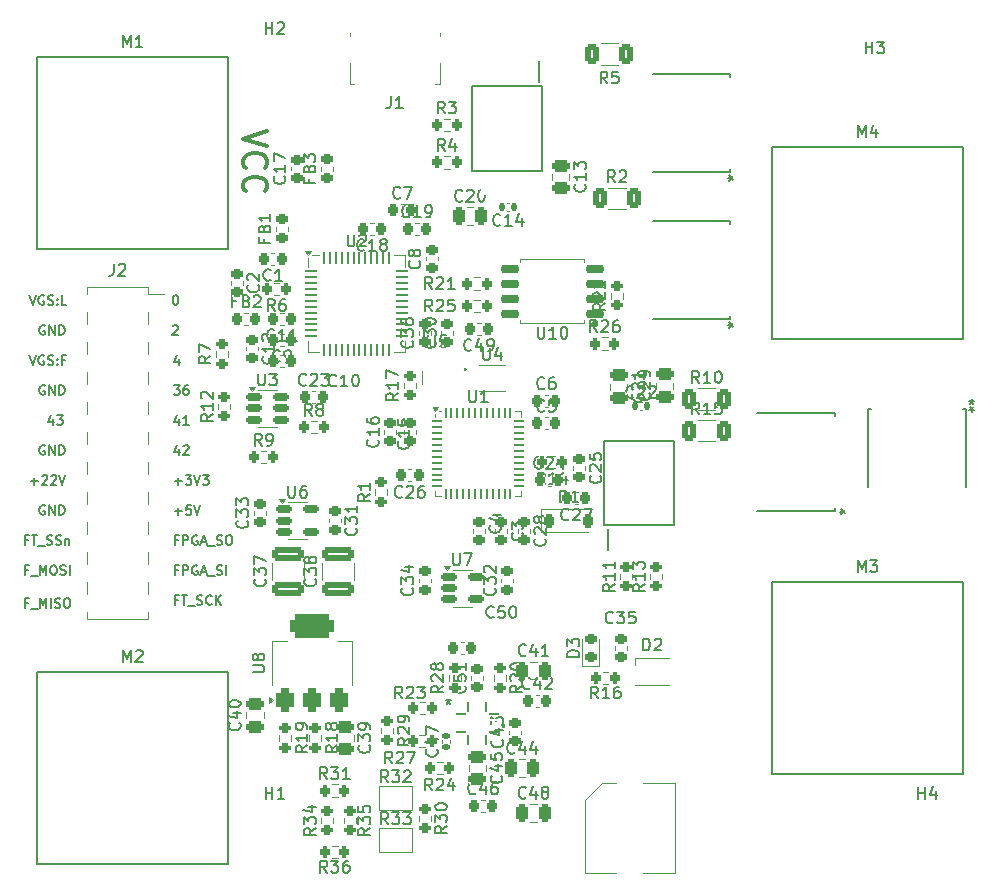
<source format=gbr>
%TF.GenerationSoftware,KiCad,Pcbnew,7.0.10-7.0.10~ubuntu22.04.1*%
%TF.CreationDate,2024-07-10T20:13:23-04:00*%
%TF.ProjectId,IcePSMNR55,49636550-534d-44e5-9235-352e6b696361,rev?*%
%TF.SameCoordinates,Original*%
%TF.FileFunction,Legend,Top*%
%TF.FilePolarity,Positive*%
%FSLAX46Y46*%
G04 Gerber Fmt 4.6, Leading zero omitted, Abs format (unit mm)*
G04 Created by KiCad (PCBNEW 7.0.10-7.0.10~ubuntu22.04.1) date 2024-07-10 20:13:23*
%MOMM*%
%LPD*%
G01*
G04 APERTURE LIST*
G04 Aperture macros list*
%AMRoundRect*
0 Rectangle with rounded corners*
0 $1 Rounding radius*
0 $2 $3 $4 $5 $6 $7 $8 $9 X,Y pos of 4 corners*
0 Add a 4 corners polygon primitive as box body*
4,1,4,$2,$3,$4,$5,$6,$7,$8,$9,$2,$3,0*
0 Add four circle primitives for the rounded corners*
1,1,$1+$1,$2,$3*
1,1,$1+$1,$4,$5*
1,1,$1+$1,$6,$7*
1,1,$1+$1,$8,$9*
0 Add four rect primitives between the rounded corners*
20,1,$1+$1,$2,$3,$4,$5,0*
20,1,$1+$1,$4,$5,$6,$7,0*
20,1,$1+$1,$6,$7,$8,$9,0*
20,1,$1+$1,$8,$9,$2,$3,0*%
%AMFreePoly0*
4,1,6,1.000000,0.000000,0.500000,-0.750000,-0.500000,-0.750000,-0.500000,0.750000,0.500000,0.750000,1.000000,0.000000,1.000000,0.000000,$1*%
%AMFreePoly1*
4,1,6,0.500000,-0.750000,-0.650000,-0.750000,-0.150000,0.000000,-0.650000,0.750000,0.500000,0.750000,0.500000,-0.750000,0.500000,-0.750000,$1*%
G04 Aperture macros list end*
%ADD10C,0.175000*%
%ADD11C,0.300000*%
%ADD12C,0.150000*%
%ADD13C,0.120000*%
%ADD14C,0.200000*%
%ADD15C,0.152400*%
%ADD16C,0.100000*%
%ADD17RoundRect,0.200000X-0.200000X-0.275000X0.200000X-0.275000X0.200000X0.275000X-0.200000X0.275000X0*%
%ADD18RoundRect,0.062500X-0.375000X-0.062500X0.375000X-0.062500X0.375000X0.062500X-0.375000X0.062500X0*%
%ADD19RoundRect,0.062500X-0.062500X-0.375000X0.062500X-0.375000X0.062500X0.375000X-0.062500X0.375000X0*%
%ADD20R,5.600000X5.600000*%
%ADD21RoundRect,0.225000X-0.250000X0.225000X-0.250000X-0.225000X0.250000X-0.225000X0.250000X0.225000X0*%
%ADD22RoundRect,0.200000X0.200000X0.275000X-0.200000X0.275000X-0.200000X-0.275000X0.200000X-0.275000X0*%
%ADD23C,2.004000*%
%ADD24RoundRect,0.250000X-0.475000X0.250000X-0.475000X-0.250000X0.475000X-0.250000X0.475000X0.250000X0*%
%ADD25RoundRect,0.225000X0.250000X-0.225000X0.250000X0.225000X-0.250000X0.225000X-0.250000X-0.225000X0*%
%ADD26RoundRect,0.150000X-0.512500X-0.150000X0.512500X-0.150000X0.512500X0.150000X-0.512500X0.150000X0*%
%ADD27RoundRect,0.218750X-0.218750X-0.256250X0.218750X-0.256250X0.218750X0.256250X-0.218750X0.256250X0*%
%ADD28R,3.000000X1.000000*%
%ADD29RoundRect,0.250000X1.100000X-0.325000X1.100000X0.325000X-1.100000X0.325000X-1.100000X-0.325000X0*%
%ADD30RoundRect,0.250000X-0.312500X-0.625000X0.312500X-0.625000X0.312500X0.625000X-0.312500X0.625000X0*%
%ADD31RoundRect,0.200000X0.275000X-0.200000X0.275000X0.200000X-0.275000X0.200000X-0.275000X-0.200000X0*%
%ADD32RoundRect,0.218750X0.256250X-0.218750X0.256250X0.218750X-0.256250X0.218750X-0.256250X-0.218750X0*%
%ADD33RoundRect,0.140000X0.170000X-0.140000X0.170000X0.140000X-0.170000X0.140000X-0.170000X-0.140000X0*%
%ADD34RoundRect,0.250000X0.475000X-0.250000X0.475000X0.250000X-0.475000X0.250000X-0.475000X-0.250000X0*%
%ADD35RoundRect,0.225000X-0.225000X-0.250000X0.225000X-0.250000X0.225000X0.250000X-0.225000X0.250000X0*%
%ADD36R,0.800000X0.300000*%
%ADD37C,3.200000*%
%ADD38RoundRect,0.250000X-0.250000X-0.475000X0.250000X-0.475000X0.250000X0.475000X-0.250000X0.475000X0*%
%ADD39RoundRect,0.062500X-0.412500X-0.062500X0.412500X-0.062500X0.412500X0.062500X-0.412500X0.062500X0*%
%ADD40RoundRect,0.062500X-0.062500X-0.412500X0.062500X-0.412500X0.062500X0.412500X-0.062500X0.412500X0*%
%ADD41R,6.200000X6.200000*%
%ADD42FreePoly0,0.000000*%
%ADD43FreePoly1,0.000000*%
%ADD44R,1.000000X0.800000*%
%ADD45RoundRect,0.225000X0.225000X0.250000X-0.225000X0.250000X-0.225000X-0.250000X0.225000X-0.250000X0*%
%ADD46R,1.143000X1.828800*%
%ADD47R,7.391400X6.121400*%
%ADD48R,0.600000X1.750000*%
%ADD49RoundRect,0.200000X-0.275000X0.200000X-0.275000X-0.200000X0.275000X-0.200000X0.275000X0.200000X0*%
%ADD50R,1.828800X1.143000*%
%ADD51R,6.121400X7.391400*%
%ADD52RoundRect,0.140000X-0.140000X-0.170000X0.140000X-0.170000X0.140000X0.170000X-0.140000X0.170000X0*%
%ADD53RoundRect,0.225000X-0.225000X-0.375000X0.225000X-0.375000X0.225000X0.375000X-0.225000X0.375000X0*%
%ADD54RoundRect,0.057150X0.349250X-0.057150X0.349250X0.057150X-0.349250X0.057150X-0.349250X-0.057150X0*%
%ADD55R,0.812800X0.228600*%
%ADD56RoundRect,0.057150X-0.057150X-0.349250X0.057150X-0.349250X0.057150X0.349250X-0.057150X0.349250X0*%
%ADD57R,0.228600X0.812800*%
%ADD58R,1.422400X1.422400*%
%ADD59R,0.381000X0.381000*%
%ADD60RoundRect,0.150000X0.650000X0.150000X-0.650000X0.150000X-0.650000X-0.150000X0.650000X-0.150000X0*%
%ADD61RoundRect,0.140000X0.140000X0.170000X-0.140000X0.170000X-0.140000X-0.170000X0.140000X-0.170000X0*%
%ADD62R,0.650000X0.850000*%
%ADD63R,0.450000X1.380000*%
%ADD64R,1.650000X1.300000*%
%ADD65R,1.425000X1.550000*%
%ADD66R,1.800000X1.900000*%
%ADD67R,1.000000X1.900000*%
%ADD68R,2.286000X1.624000*%
%ADD69RoundRect,0.375000X0.375000X-0.625000X0.375000X0.625000X-0.375000X0.625000X-0.375000X-0.625000X0*%
%ADD70RoundRect,0.500000X1.400000X-0.500000X1.400000X0.500000X-1.400000X0.500000X-1.400000X-0.500000X0*%
G04 APERTURE END LIST*
D10*
X49670464Y-61843661D02*
X49670464Y-62376995D01*
X49479988Y-61538900D02*
X49289511Y-62110328D01*
X49289511Y-62110328D02*
X49784750Y-62110328D01*
X49162511Y-59113185D02*
X49200607Y-59075090D01*
X49200607Y-59075090D02*
X49276797Y-59036995D01*
X49276797Y-59036995D02*
X49467273Y-59036995D01*
X49467273Y-59036995D02*
X49543464Y-59075090D01*
X49543464Y-59075090D02*
X49581559Y-59113185D01*
X49581559Y-59113185D02*
X49619654Y-59189376D01*
X49619654Y-59189376D02*
X49619654Y-59265566D01*
X49619654Y-59265566D02*
X49581559Y-59379852D01*
X49581559Y-59379852D02*
X49124416Y-59836995D01*
X49124416Y-59836995D02*
X49619654Y-59836995D01*
X38316654Y-64155090D02*
X38240464Y-64116995D01*
X38240464Y-64116995D02*
X38126178Y-64116995D01*
X38126178Y-64116995D02*
X38011892Y-64155090D01*
X38011892Y-64155090D02*
X37935702Y-64231280D01*
X37935702Y-64231280D02*
X37897607Y-64307471D01*
X37897607Y-64307471D02*
X37859511Y-64459852D01*
X37859511Y-64459852D02*
X37859511Y-64574138D01*
X37859511Y-64574138D02*
X37897607Y-64726519D01*
X37897607Y-64726519D02*
X37935702Y-64802709D01*
X37935702Y-64802709D02*
X38011892Y-64878900D01*
X38011892Y-64878900D02*
X38126178Y-64916995D01*
X38126178Y-64916995D02*
X38202369Y-64916995D01*
X38202369Y-64916995D02*
X38316654Y-64878900D01*
X38316654Y-64878900D02*
X38354750Y-64840804D01*
X38354750Y-64840804D02*
X38354750Y-64574138D01*
X38354750Y-64574138D02*
X38202369Y-64574138D01*
X38697607Y-64916995D02*
X38697607Y-64116995D01*
X38697607Y-64116995D02*
X39154750Y-64916995D01*
X39154750Y-64916995D02*
X39154750Y-64116995D01*
X39535702Y-64916995D02*
X39535702Y-64116995D01*
X39535702Y-64116995D02*
X39726178Y-64116995D01*
X39726178Y-64116995D02*
X39840464Y-64155090D01*
X39840464Y-64155090D02*
X39916654Y-64231280D01*
X39916654Y-64231280D02*
X39954749Y-64307471D01*
X39954749Y-64307471D02*
X39992845Y-64459852D01*
X39992845Y-64459852D02*
X39992845Y-64574138D01*
X39992845Y-64574138D02*
X39954749Y-64726519D01*
X39954749Y-64726519D02*
X39916654Y-64802709D01*
X39916654Y-64802709D02*
X39840464Y-64878900D01*
X39840464Y-64878900D02*
X39726178Y-64916995D01*
X39726178Y-64916995D02*
X39535702Y-64916995D01*
X39002464Y-66923661D02*
X39002464Y-67456995D01*
X38811988Y-66618900D02*
X38621511Y-67190328D01*
X38621511Y-67190328D02*
X39116750Y-67190328D01*
X39345321Y-66656995D02*
X39840559Y-66656995D01*
X39840559Y-66656995D02*
X39573893Y-66961757D01*
X39573893Y-66961757D02*
X39688178Y-66961757D01*
X39688178Y-66961757D02*
X39764369Y-66999852D01*
X39764369Y-66999852D02*
X39802464Y-67037947D01*
X39802464Y-67037947D02*
X39840559Y-67114138D01*
X39840559Y-67114138D02*
X39840559Y-67304614D01*
X39840559Y-67304614D02*
X39802464Y-67380804D01*
X39802464Y-67380804D02*
X39764369Y-67418900D01*
X39764369Y-67418900D02*
X39688178Y-67456995D01*
X39688178Y-67456995D02*
X39459607Y-67456995D01*
X39459607Y-67456995D02*
X39383416Y-67418900D01*
X39383416Y-67418900D02*
X39345321Y-67380804D01*
X36894273Y-82531947D02*
X36627607Y-82531947D01*
X36627607Y-82950995D02*
X36627607Y-82150995D01*
X36627607Y-82150995D02*
X37008559Y-82150995D01*
X37122845Y-83027185D02*
X37732368Y-83027185D01*
X37922845Y-82950995D02*
X37922845Y-82150995D01*
X37922845Y-82150995D02*
X38189511Y-82722423D01*
X38189511Y-82722423D02*
X38456178Y-82150995D01*
X38456178Y-82150995D02*
X38456178Y-82950995D01*
X38837131Y-82950995D02*
X38837131Y-82150995D01*
X39179987Y-82912900D02*
X39294273Y-82950995D01*
X39294273Y-82950995D02*
X39484749Y-82950995D01*
X39484749Y-82950995D02*
X39560940Y-82912900D01*
X39560940Y-82912900D02*
X39599035Y-82874804D01*
X39599035Y-82874804D02*
X39637130Y-82798614D01*
X39637130Y-82798614D02*
X39637130Y-82722423D01*
X39637130Y-82722423D02*
X39599035Y-82646233D01*
X39599035Y-82646233D02*
X39560940Y-82608138D01*
X39560940Y-82608138D02*
X39484749Y-82570042D01*
X39484749Y-82570042D02*
X39332368Y-82531947D01*
X39332368Y-82531947D02*
X39256178Y-82493852D01*
X39256178Y-82493852D02*
X39218083Y-82455757D01*
X39218083Y-82455757D02*
X39179987Y-82379566D01*
X39179987Y-82379566D02*
X39179987Y-82303376D01*
X39179987Y-82303376D02*
X39218083Y-82227185D01*
X39218083Y-82227185D02*
X39256178Y-82189090D01*
X39256178Y-82189090D02*
X39332368Y-82150995D01*
X39332368Y-82150995D02*
X39522845Y-82150995D01*
X39522845Y-82150995D02*
X39637130Y-82189090D01*
X40132369Y-82150995D02*
X40284750Y-82150995D01*
X40284750Y-82150995D02*
X40360940Y-82189090D01*
X40360940Y-82189090D02*
X40437131Y-82265280D01*
X40437131Y-82265280D02*
X40475226Y-82417661D01*
X40475226Y-82417661D02*
X40475226Y-82684328D01*
X40475226Y-82684328D02*
X40437131Y-82836709D01*
X40437131Y-82836709D02*
X40360940Y-82912900D01*
X40360940Y-82912900D02*
X40284750Y-82950995D01*
X40284750Y-82950995D02*
X40132369Y-82950995D01*
X40132369Y-82950995D02*
X40056178Y-82912900D01*
X40056178Y-82912900D02*
X39979988Y-82836709D01*
X39979988Y-82836709D02*
X39941892Y-82684328D01*
X39941892Y-82684328D02*
X39941892Y-82417661D01*
X39941892Y-82417661D02*
X39979988Y-82265280D01*
X39979988Y-82265280D02*
X40056178Y-82189090D01*
X40056178Y-82189090D02*
X40132369Y-82150995D01*
X49670464Y-69463661D02*
X49670464Y-69996995D01*
X49479988Y-69158900D02*
X49289511Y-69730328D01*
X49289511Y-69730328D02*
X49784750Y-69730328D01*
X50051416Y-69273185D02*
X50089512Y-69235090D01*
X50089512Y-69235090D02*
X50165702Y-69196995D01*
X50165702Y-69196995D02*
X50356178Y-69196995D01*
X50356178Y-69196995D02*
X50432369Y-69235090D01*
X50432369Y-69235090D02*
X50470464Y-69273185D01*
X50470464Y-69273185D02*
X50508559Y-69349376D01*
X50508559Y-69349376D02*
X50508559Y-69425566D01*
X50508559Y-69425566D02*
X50470464Y-69539852D01*
X50470464Y-69539852D02*
X50013321Y-69996995D01*
X50013321Y-69996995D02*
X50508559Y-69996995D01*
X49327607Y-74772233D02*
X49937131Y-74772233D01*
X49632369Y-75076995D02*
X49632369Y-74467471D01*
X50699035Y-74276995D02*
X50318083Y-74276995D01*
X50318083Y-74276995D02*
X50279987Y-74657947D01*
X50279987Y-74657947D02*
X50318083Y-74619852D01*
X50318083Y-74619852D02*
X50394273Y-74581757D01*
X50394273Y-74581757D02*
X50584749Y-74581757D01*
X50584749Y-74581757D02*
X50660940Y-74619852D01*
X50660940Y-74619852D02*
X50699035Y-74657947D01*
X50699035Y-74657947D02*
X50737130Y-74734138D01*
X50737130Y-74734138D02*
X50737130Y-74924614D01*
X50737130Y-74924614D02*
X50699035Y-75000804D01*
X50699035Y-75000804D02*
X50660940Y-75038900D01*
X50660940Y-75038900D02*
X50584749Y-75076995D01*
X50584749Y-75076995D02*
X50394273Y-75076995D01*
X50394273Y-75076995D02*
X50318083Y-75038900D01*
X50318083Y-75038900D02*
X50279987Y-75000804D01*
X50965702Y-74276995D02*
X51232369Y-75076995D01*
X51232369Y-75076995D02*
X51499035Y-74276995D01*
X36894273Y-77197947D02*
X36627607Y-77197947D01*
X36627607Y-77616995D02*
X36627607Y-76816995D01*
X36627607Y-76816995D02*
X37008559Y-76816995D01*
X37199035Y-76816995D02*
X37656178Y-76816995D01*
X37427606Y-77616995D02*
X37427606Y-76816995D01*
X37732369Y-77693185D02*
X38341892Y-77693185D01*
X38494273Y-77578900D02*
X38608559Y-77616995D01*
X38608559Y-77616995D02*
X38799035Y-77616995D01*
X38799035Y-77616995D02*
X38875226Y-77578900D01*
X38875226Y-77578900D02*
X38913321Y-77540804D01*
X38913321Y-77540804D02*
X38951416Y-77464614D01*
X38951416Y-77464614D02*
X38951416Y-77388423D01*
X38951416Y-77388423D02*
X38913321Y-77312233D01*
X38913321Y-77312233D02*
X38875226Y-77274138D01*
X38875226Y-77274138D02*
X38799035Y-77236042D01*
X38799035Y-77236042D02*
X38646654Y-77197947D01*
X38646654Y-77197947D02*
X38570464Y-77159852D01*
X38570464Y-77159852D02*
X38532369Y-77121757D01*
X38532369Y-77121757D02*
X38494273Y-77045566D01*
X38494273Y-77045566D02*
X38494273Y-76969376D01*
X38494273Y-76969376D02*
X38532369Y-76893185D01*
X38532369Y-76893185D02*
X38570464Y-76855090D01*
X38570464Y-76855090D02*
X38646654Y-76816995D01*
X38646654Y-76816995D02*
X38837131Y-76816995D01*
X38837131Y-76816995D02*
X38951416Y-76855090D01*
X39256178Y-77578900D02*
X39370464Y-77616995D01*
X39370464Y-77616995D02*
X39560940Y-77616995D01*
X39560940Y-77616995D02*
X39637131Y-77578900D01*
X39637131Y-77578900D02*
X39675226Y-77540804D01*
X39675226Y-77540804D02*
X39713321Y-77464614D01*
X39713321Y-77464614D02*
X39713321Y-77388423D01*
X39713321Y-77388423D02*
X39675226Y-77312233D01*
X39675226Y-77312233D02*
X39637131Y-77274138D01*
X39637131Y-77274138D02*
X39560940Y-77236042D01*
X39560940Y-77236042D02*
X39408559Y-77197947D01*
X39408559Y-77197947D02*
X39332369Y-77159852D01*
X39332369Y-77159852D02*
X39294274Y-77121757D01*
X39294274Y-77121757D02*
X39256178Y-77045566D01*
X39256178Y-77045566D02*
X39256178Y-76969376D01*
X39256178Y-76969376D02*
X39294274Y-76893185D01*
X39294274Y-76893185D02*
X39332369Y-76855090D01*
X39332369Y-76855090D02*
X39408559Y-76816995D01*
X39408559Y-76816995D02*
X39599036Y-76816995D01*
X39599036Y-76816995D02*
X39713321Y-76855090D01*
X40056179Y-77083661D02*
X40056179Y-77616995D01*
X40056179Y-77159852D02*
X40094274Y-77121757D01*
X40094274Y-77121757D02*
X40170464Y-77083661D01*
X40170464Y-77083661D02*
X40284750Y-77083661D01*
X40284750Y-77083661D02*
X40360941Y-77121757D01*
X40360941Y-77121757D02*
X40399036Y-77197947D01*
X40399036Y-77197947D02*
X40399036Y-77616995D01*
X49251416Y-64116995D02*
X49746654Y-64116995D01*
X49746654Y-64116995D02*
X49479988Y-64421757D01*
X49479988Y-64421757D02*
X49594273Y-64421757D01*
X49594273Y-64421757D02*
X49670464Y-64459852D01*
X49670464Y-64459852D02*
X49708559Y-64497947D01*
X49708559Y-64497947D02*
X49746654Y-64574138D01*
X49746654Y-64574138D02*
X49746654Y-64764614D01*
X49746654Y-64764614D02*
X49708559Y-64840804D01*
X49708559Y-64840804D02*
X49670464Y-64878900D01*
X49670464Y-64878900D02*
X49594273Y-64916995D01*
X49594273Y-64916995D02*
X49365702Y-64916995D01*
X49365702Y-64916995D02*
X49289511Y-64878900D01*
X49289511Y-64878900D02*
X49251416Y-64840804D01*
X50432369Y-64116995D02*
X50279988Y-64116995D01*
X50279988Y-64116995D02*
X50203797Y-64155090D01*
X50203797Y-64155090D02*
X50165702Y-64193185D01*
X50165702Y-64193185D02*
X50089512Y-64307471D01*
X50089512Y-64307471D02*
X50051416Y-64459852D01*
X50051416Y-64459852D02*
X50051416Y-64764614D01*
X50051416Y-64764614D02*
X50089512Y-64840804D01*
X50089512Y-64840804D02*
X50127607Y-64878900D01*
X50127607Y-64878900D02*
X50203797Y-64916995D01*
X50203797Y-64916995D02*
X50356178Y-64916995D01*
X50356178Y-64916995D02*
X50432369Y-64878900D01*
X50432369Y-64878900D02*
X50470464Y-64840804D01*
X50470464Y-64840804D02*
X50508559Y-64764614D01*
X50508559Y-64764614D02*
X50508559Y-64574138D01*
X50508559Y-64574138D02*
X50470464Y-64497947D01*
X50470464Y-64497947D02*
X50432369Y-64459852D01*
X50432369Y-64459852D02*
X50356178Y-64421757D01*
X50356178Y-64421757D02*
X50203797Y-64421757D01*
X50203797Y-64421757D02*
X50127607Y-64459852D01*
X50127607Y-64459852D02*
X50089512Y-64497947D01*
X50089512Y-64497947D02*
X50051416Y-64574138D01*
X49594273Y-77197947D02*
X49327607Y-77197947D01*
X49327607Y-77616995D02*
X49327607Y-76816995D01*
X49327607Y-76816995D02*
X49708559Y-76816995D01*
X50013321Y-77616995D02*
X50013321Y-76816995D01*
X50013321Y-76816995D02*
X50318083Y-76816995D01*
X50318083Y-76816995D02*
X50394273Y-76855090D01*
X50394273Y-76855090D02*
X50432368Y-76893185D01*
X50432368Y-76893185D02*
X50470464Y-76969376D01*
X50470464Y-76969376D02*
X50470464Y-77083661D01*
X50470464Y-77083661D02*
X50432368Y-77159852D01*
X50432368Y-77159852D02*
X50394273Y-77197947D01*
X50394273Y-77197947D02*
X50318083Y-77236042D01*
X50318083Y-77236042D02*
X50013321Y-77236042D01*
X51232368Y-76855090D02*
X51156178Y-76816995D01*
X51156178Y-76816995D02*
X51041892Y-76816995D01*
X51041892Y-76816995D02*
X50927606Y-76855090D01*
X50927606Y-76855090D02*
X50851416Y-76931280D01*
X50851416Y-76931280D02*
X50813321Y-77007471D01*
X50813321Y-77007471D02*
X50775225Y-77159852D01*
X50775225Y-77159852D02*
X50775225Y-77274138D01*
X50775225Y-77274138D02*
X50813321Y-77426519D01*
X50813321Y-77426519D02*
X50851416Y-77502709D01*
X50851416Y-77502709D02*
X50927606Y-77578900D01*
X50927606Y-77578900D02*
X51041892Y-77616995D01*
X51041892Y-77616995D02*
X51118083Y-77616995D01*
X51118083Y-77616995D02*
X51232368Y-77578900D01*
X51232368Y-77578900D02*
X51270464Y-77540804D01*
X51270464Y-77540804D02*
X51270464Y-77274138D01*
X51270464Y-77274138D02*
X51118083Y-77274138D01*
X51575225Y-77388423D02*
X51956178Y-77388423D01*
X51499035Y-77616995D02*
X51765702Y-76816995D01*
X51765702Y-76816995D02*
X52032368Y-77616995D01*
X52108559Y-77693185D02*
X52718082Y-77693185D01*
X52870463Y-77578900D02*
X52984749Y-77616995D01*
X52984749Y-77616995D02*
X53175225Y-77616995D01*
X53175225Y-77616995D02*
X53251416Y-77578900D01*
X53251416Y-77578900D02*
X53289511Y-77540804D01*
X53289511Y-77540804D02*
X53327606Y-77464614D01*
X53327606Y-77464614D02*
X53327606Y-77388423D01*
X53327606Y-77388423D02*
X53289511Y-77312233D01*
X53289511Y-77312233D02*
X53251416Y-77274138D01*
X53251416Y-77274138D02*
X53175225Y-77236042D01*
X53175225Y-77236042D02*
X53022844Y-77197947D01*
X53022844Y-77197947D02*
X52946654Y-77159852D01*
X52946654Y-77159852D02*
X52908559Y-77121757D01*
X52908559Y-77121757D02*
X52870463Y-77045566D01*
X52870463Y-77045566D02*
X52870463Y-76969376D01*
X52870463Y-76969376D02*
X52908559Y-76893185D01*
X52908559Y-76893185D02*
X52946654Y-76855090D01*
X52946654Y-76855090D02*
X53022844Y-76816995D01*
X53022844Y-76816995D02*
X53213321Y-76816995D01*
X53213321Y-76816995D02*
X53327606Y-76855090D01*
X53822845Y-76816995D02*
X53975226Y-76816995D01*
X53975226Y-76816995D02*
X54051416Y-76855090D01*
X54051416Y-76855090D02*
X54127607Y-76931280D01*
X54127607Y-76931280D02*
X54165702Y-77083661D01*
X54165702Y-77083661D02*
X54165702Y-77350328D01*
X54165702Y-77350328D02*
X54127607Y-77502709D01*
X54127607Y-77502709D02*
X54051416Y-77578900D01*
X54051416Y-77578900D02*
X53975226Y-77616995D01*
X53975226Y-77616995D02*
X53822845Y-77616995D01*
X53822845Y-77616995D02*
X53746654Y-77578900D01*
X53746654Y-77578900D02*
X53670464Y-77502709D01*
X53670464Y-77502709D02*
X53632368Y-77350328D01*
X53632368Y-77350328D02*
X53632368Y-77083661D01*
X53632368Y-77083661D02*
X53670464Y-76931280D01*
X53670464Y-76931280D02*
X53746654Y-76855090D01*
X53746654Y-76855090D02*
X53822845Y-76816995D01*
X37135607Y-72232233D02*
X37745131Y-72232233D01*
X37440369Y-72536995D02*
X37440369Y-71927471D01*
X38087987Y-71813185D02*
X38126083Y-71775090D01*
X38126083Y-71775090D02*
X38202273Y-71736995D01*
X38202273Y-71736995D02*
X38392749Y-71736995D01*
X38392749Y-71736995D02*
X38468940Y-71775090D01*
X38468940Y-71775090D02*
X38507035Y-71813185D01*
X38507035Y-71813185D02*
X38545130Y-71889376D01*
X38545130Y-71889376D02*
X38545130Y-71965566D01*
X38545130Y-71965566D02*
X38507035Y-72079852D01*
X38507035Y-72079852D02*
X38049892Y-72536995D01*
X38049892Y-72536995D02*
X38545130Y-72536995D01*
X38849892Y-71813185D02*
X38887988Y-71775090D01*
X38887988Y-71775090D02*
X38964178Y-71736995D01*
X38964178Y-71736995D02*
X39154654Y-71736995D01*
X39154654Y-71736995D02*
X39230845Y-71775090D01*
X39230845Y-71775090D02*
X39268940Y-71813185D01*
X39268940Y-71813185D02*
X39307035Y-71889376D01*
X39307035Y-71889376D02*
X39307035Y-71965566D01*
X39307035Y-71965566D02*
X39268940Y-72079852D01*
X39268940Y-72079852D02*
X38811797Y-72536995D01*
X38811797Y-72536995D02*
X39307035Y-72536995D01*
X39535607Y-71736995D02*
X39802274Y-72536995D01*
X39802274Y-72536995D02*
X40068940Y-71736995D01*
X38316654Y-69235090D02*
X38240464Y-69196995D01*
X38240464Y-69196995D02*
X38126178Y-69196995D01*
X38126178Y-69196995D02*
X38011892Y-69235090D01*
X38011892Y-69235090D02*
X37935702Y-69311280D01*
X37935702Y-69311280D02*
X37897607Y-69387471D01*
X37897607Y-69387471D02*
X37859511Y-69539852D01*
X37859511Y-69539852D02*
X37859511Y-69654138D01*
X37859511Y-69654138D02*
X37897607Y-69806519D01*
X37897607Y-69806519D02*
X37935702Y-69882709D01*
X37935702Y-69882709D02*
X38011892Y-69958900D01*
X38011892Y-69958900D02*
X38126178Y-69996995D01*
X38126178Y-69996995D02*
X38202369Y-69996995D01*
X38202369Y-69996995D02*
X38316654Y-69958900D01*
X38316654Y-69958900D02*
X38354750Y-69920804D01*
X38354750Y-69920804D02*
X38354750Y-69654138D01*
X38354750Y-69654138D02*
X38202369Y-69654138D01*
X38697607Y-69996995D02*
X38697607Y-69196995D01*
X38697607Y-69196995D02*
X39154750Y-69996995D01*
X39154750Y-69996995D02*
X39154750Y-69196995D01*
X39535702Y-69996995D02*
X39535702Y-69196995D01*
X39535702Y-69196995D02*
X39726178Y-69196995D01*
X39726178Y-69196995D02*
X39840464Y-69235090D01*
X39840464Y-69235090D02*
X39916654Y-69311280D01*
X39916654Y-69311280D02*
X39954749Y-69387471D01*
X39954749Y-69387471D02*
X39992845Y-69539852D01*
X39992845Y-69539852D02*
X39992845Y-69654138D01*
X39992845Y-69654138D02*
X39954749Y-69806519D01*
X39954749Y-69806519D02*
X39916654Y-69882709D01*
X39916654Y-69882709D02*
X39840464Y-69958900D01*
X39840464Y-69958900D02*
X39726178Y-69996995D01*
X39726178Y-69996995D02*
X39535702Y-69996995D01*
X37021321Y-56496995D02*
X37287988Y-57296995D01*
X37287988Y-57296995D02*
X37554654Y-56496995D01*
X38240368Y-56535090D02*
X38164178Y-56496995D01*
X38164178Y-56496995D02*
X38049892Y-56496995D01*
X38049892Y-56496995D02*
X37935606Y-56535090D01*
X37935606Y-56535090D02*
X37859416Y-56611280D01*
X37859416Y-56611280D02*
X37821321Y-56687471D01*
X37821321Y-56687471D02*
X37783225Y-56839852D01*
X37783225Y-56839852D02*
X37783225Y-56954138D01*
X37783225Y-56954138D02*
X37821321Y-57106519D01*
X37821321Y-57106519D02*
X37859416Y-57182709D01*
X37859416Y-57182709D02*
X37935606Y-57258900D01*
X37935606Y-57258900D02*
X38049892Y-57296995D01*
X38049892Y-57296995D02*
X38126083Y-57296995D01*
X38126083Y-57296995D02*
X38240368Y-57258900D01*
X38240368Y-57258900D02*
X38278464Y-57220804D01*
X38278464Y-57220804D02*
X38278464Y-56954138D01*
X38278464Y-56954138D02*
X38126083Y-56954138D01*
X38583225Y-57258900D02*
X38697511Y-57296995D01*
X38697511Y-57296995D02*
X38887987Y-57296995D01*
X38887987Y-57296995D02*
X38964178Y-57258900D01*
X38964178Y-57258900D02*
X39002273Y-57220804D01*
X39002273Y-57220804D02*
X39040368Y-57144614D01*
X39040368Y-57144614D02*
X39040368Y-57068423D01*
X39040368Y-57068423D02*
X39002273Y-56992233D01*
X39002273Y-56992233D02*
X38964178Y-56954138D01*
X38964178Y-56954138D02*
X38887987Y-56916042D01*
X38887987Y-56916042D02*
X38735606Y-56877947D01*
X38735606Y-56877947D02*
X38659416Y-56839852D01*
X38659416Y-56839852D02*
X38621321Y-56801757D01*
X38621321Y-56801757D02*
X38583225Y-56725566D01*
X38583225Y-56725566D02*
X38583225Y-56649376D01*
X38583225Y-56649376D02*
X38621321Y-56573185D01*
X38621321Y-56573185D02*
X38659416Y-56535090D01*
X38659416Y-56535090D02*
X38735606Y-56496995D01*
X38735606Y-56496995D02*
X38926083Y-56496995D01*
X38926083Y-56496995D02*
X39040368Y-56535090D01*
X39383226Y-57220804D02*
X39421321Y-57258900D01*
X39421321Y-57258900D02*
X39383226Y-57296995D01*
X39383226Y-57296995D02*
X39345130Y-57258900D01*
X39345130Y-57258900D02*
X39383226Y-57220804D01*
X39383226Y-57220804D02*
X39383226Y-57296995D01*
X39383226Y-56801757D02*
X39421321Y-56839852D01*
X39421321Y-56839852D02*
X39383226Y-56877947D01*
X39383226Y-56877947D02*
X39345130Y-56839852D01*
X39345130Y-56839852D02*
X39383226Y-56801757D01*
X39383226Y-56801757D02*
X39383226Y-56877947D01*
X40145130Y-57296995D02*
X39764178Y-57296995D01*
X39764178Y-57296995D02*
X39764178Y-56496995D01*
X37021321Y-61576995D02*
X37287988Y-62376995D01*
X37287988Y-62376995D02*
X37554654Y-61576995D01*
X38240368Y-61615090D02*
X38164178Y-61576995D01*
X38164178Y-61576995D02*
X38049892Y-61576995D01*
X38049892Y-61576995D02*
X37935606Y-61615090D01*
X37935606Y-61615090D02*
X37859416Y-61691280D01*
X37859416Y-61691280D02*
X37821321Y-61767471D01*
X37821321Y-61767471D02*
X37783225Y-61919852D01*
X37783225Y-61919852D02*
X37783225Y-62034138D01*
X37783225Y-62034138D02*
X37821321Y-62186519D01*
X37821321Y-62186519D02*
X37859416Y-62262709D01*
X37859416Y-62262709D02*
X37935606Y-62338900D01*
X37935606Y-62338900D02*
X38049892Y-62376995D01*
X38049892Y-62376995D02*
X38126083Y-62376995D01*
X38126083Y-62376995D02*
X38240368Y-62338900D01*
X38240368Y-62338900D02*
X38278464Y-62300804D01*
X38278464Y-62300804D02*
X38278464Y-62034138D01*
X38278464Y-62034138D02*
X38126083Y-62034138D01*
X38583225Y-62338900D02*
X38697511Y-62376995D01*
X38697511Y-62376995D02*
X38887987Y-62376995D01*
X38887987Y-62376995D02*
X38964178Y-62338900D01*
X38964178Y-62338900D02*
X39002273Y-62300804D01*
X39002273Y-62300804D02*
X39040368Y-62224614D01*
X39040368Y-62224614D02*
X39040368Y-62148423D01*
X39040368Y-62148423D02*
X39002273Y-62072233D01*
X39002273Y-62072233D02*
X38964178Y-62034138D01*
X38964178Y-62034138D02*
X38887987Y-61996042D01*
X38887987Y-61996042D02*
X38735606Y-61957947D01*
X38735606Y-61957947D02*
X38659416Y-61919852D01*
X38659416Y-61919852D02*
X38621321Y-61881757D01*
X38621321Y-61881757D02*
X38583225Y-61805566D01*
X38583225Y-61805566D02*
X38583225Y-61729376D01*
X38583225Y-61729376D02*
X38621321Y-61653185D01*
X38621321Y-61653185D02*
X38659416Y-61615090D01*
X38659416Y-61615090D02*
X38735606Y-61576995D01*
X38735606Y-61576995D02*
X38926083Y-61576995D01*
X38926083Y-61576995D02*
X39040368Y-61615090D01*
X39383226Y-62300804D02*
X39421321Y-62338900D01*
X39421321Y-62338900D02*
X39383226Y-62376995D01*
X39383226Y-62376995D02*
X39345130Y-62338900D01*
X39345130Y-62338900D02*
X39383226Y-62300804D01*
X39383226Y-62300804D02*
X39383226Y-62376995D01*
X39383226Y-61881757D02*
X39421321Y-61919852D01*
X39421321Y-61919852D02*
X39383226Y-61957947D01*
X39383226Y-61957947D02*
X39345130Y-61919852D01*
X39345130Y-61919852D02*
X39383226Y-61881757D01*
X39383226Y-61881757D02*
X39383226Y-61957947D01*
X40030844Y-61957947D02*
X39764178Y-61957947D01*
X39764178Y-62376995D02*
X39764178Y-61576995D01*
X39764178Y-61576995D02*
X40145130Y-61576995D01*
X49670464Y-66923661D02*
X49670464Y-67456995D01*
X49479988Y-66618900D02*
X49289511Y-67190328D01*
X49289511Y-67190328D02*
X49784750Y-67190328D01*
X50508559Y-67456995D02*
X50051416Y-67456995D01*
X50279988Y-67456995D02*
X50279988Y-66656995D01*
X50279988Y-66656995D02*
X50203797Y-66771280D01*
X50203797Y-66771280D02*
X50127607Y-66847471D01*
X50127607Y-66847471D02*
X50051416Y-66885566D01*
D11*
X57124361Y-42551844D02*
X55124361Y-43218510D01*
X55124361Y-43218510D02*
X57124361Y-43885177D01*
X55314838Y-45694701D02*
X55219600Y-45599463D01*
X55219600Y-45599463D02*
X55124361Y-45313749D01*
X55124361Y-45313749D02*
X55124361Y-45123273D01*
X55124361Y-45123273D02*
X55219600Y-44837558D01*
X55219600Y-44837558D02*
X55410076Y-44647082D01*
X55410076Y-44647082D02*
X55600552Y-44551844D01*
X55600552Y-44551844D02*
X55981504Y-44456606D01*
X55981504Y-44456606D02*
X56267219Y-44456606D01*
X56267219Y-44456606D02*
X56648171Y-44551844D01*
X56648171Y-44551844D02*
X56838647Y-44647082D01*
X56838647Y-44647082D02*
X57029123Y-44837558D01*
X57029123Y-44837558D02*
X57124361Y-45123273D01*
X57124361Y-45123273D02*
X57124361Y-45313749D01*
X57124361Y-45313749D02*
X57029123Y-45599463D01*
X57029123Y-45599463D02*
X56933885Y-45694701D01*
X55314838Y-47694701D02*
X55219600Y-47599463D01*
X55219600Y-47599463D02*
X55124361Y-47313749D01*
X55124361Y-47313749D02*
X55124361Y-47123273D01*
X55124361Y-47123273D02*
X55219600Y-46837558D01*
X55219600Y-46837558D02*
X55410076Y-46647082D01*
X55410076Y-46647082D02*
X55600552Y-46551844D01*
X55600552Y-46551844D02*
X55981504Y-46456606D01*
X55981504Y-46456606D02*
X56267219Y-46456606D01*
X56267219Y-46456606D02*
X56648171Y-46551844D01*
X56648171Y-46551844D02*
X56838647Y-46647082D01*
X56838647Y-46647082D02*
X57029123Y-46837558D01*
X57029123Y-46837558D02*
X57124361Y-47123273D01*
X57124361Y-47123273D02*
X57124361Y-47313749D01*
X57124361Y-47313749D02*
X57029123Y-47599463D01*
X57029123Y-47599463D02*
X56933885Y-47694701D01*
D10*
X49327607Y-72232233D02*
X49937131Y-72232233D01*
X49632369Y-72536995D02*
X49632369Y-71927471D01*
X50241892Y-71736995D02*
X50737130Y-71736995D01*
X50737130Y-71736995D02*
X50470464Y-72041757D01*
X50470464Y-72041757D02*
X50584749Y-72041757D01*
X50584749Y-72041757D02*
X50660940Y-72079852D01*
X50660940Y-72079852D02*
X50699035Y-72117947D01*
X50699035Y-72117947D02*
X50737130Y-72194138D01*
X50737130Y-72194138D02*
X50737130Y-72384614D01*
X50737130Y-72384614D02*
X50699035Y-72460804D01*
X50699035Y-72460804D02*
X50660940Y-72498900D01*
X50660940Y-72498900D02*
X50584749Y-72536995D01*
X50584749Y-72536995D02*
X50356178Y-72536995D01*
X50356178Y-72536995D02*
X50279987Y-72498900D01*
X50279987Y-72498900D02*
X50241892Y-72460804D01*
X50965702Y-71736995D02*
X51232369Y-72536995D01*
X51232369Y-72536995D02*
X51499035Y-71736995D01*
X51689511Y-71736995D02*
X52184749Y-71736995D01*
X52184749Y-71736995D02*
X51918083Y-72041757D01*
X51918083Y-72041757D02*
X52032368Y-72041757D01*
X52032368Y-72041757D02*
X52108559Y-72079852D01*
X52108559Y-72079852D02*
X52146654Y-72117947D01*
X52146654Y-72117947D02*
X52184749Y-72194138D01*
X52184749Y-72194138D02*
X52184749Y-72384614D01*
X52184749Y-72384614D02*
X52146654Y-72460804D01*
X52146654Y-72460804D02*
X52108559Y-72498900D01*
X52108559Y-72498900D02*
X52032368Y-72536995D01*
X52032368Y-72536995D02*
X51803797Y-72536995D01*
X51803797Y-72536995D02*
X51727606Y-72498900D01*
X51727606Y-72498900D02*
X51689511Y-72460804D01*
X49594273Y-82277947D02*
X49327607Y-82277947D01*
X49327607Y-82696995D02*
X49327607Y-81896995D01*
X49327607Y-81896995D02*
X49708559Y-81896995D01*
X49899035Y-81896995D02*
X50356178Y-81896995D01*
X50127606Y-82696995D02*
X50127606Y-81896995D01*
X50432369Y-82773185D02*
X51041892Y-82773185D01*
X51194273Y-82658900D02*
X51308559Y-82696995D01*
X51308559Y-82696995D02*
X51499035Y-82696995D01*
X51499035Y-82696995D02*
X51575226Y-82658900D01*
X51575226Y-82658900D02*
X51613321Y-82620804D01*
X51613321Y-82620804D02*
X51651416Y-82544614D01*
X51651416Y-82544614D02*
X51651416Y-82468423D01*
X51651416Y-82468423D02*
X51613321Y-82392233D01*
X51613321Y-82392233D02*
X51575226Y-82354138D01*
X51575226Y-82354138D02*
X51499035Y-82316042D01*
X51499035Y-82316042D02*
X51346654Y-82277947D01*
X51346654Y-82277947D02*
X51270464Y-82239852D01*
X51270464Y-82239852D02*
X51232369Y-82201757D01*
X51232369Y-82201757D02*
X51194273Y-82125566D01*
X51194273Y-82125566D02*
X51194273Y-82049376D01*
X51194273Y-82049376D02*
X51232369Y-81973185D01*
X51232369Y-81973185D02*
X51270464Y-81935090D01*
X51270464Y-81935090D02*
X51346654Y-81896995D01*
X51346654Y-81896995D02*
X51537131Y-81896995D01*
X51537131Y-81896995D02*
X51651416Y-81935090D01*
X52451417Y-82620804D02*
X52413321Y-82658900D01*
X52413321Y-82658900D02*
X52299036Y-82696995D01*
X52299036Y-82696995D02*
X52222845Y-82696995D01*
X52222845Y-82696995D02*
X52108559Y-82658900D01*
X52108559Y-82658900D02*
X52032369Y-82582709D01*
X52032369Y-82582709D02*
X51994274Y-82506519D01*
X51994274Y-82506519D02*
X51956178Y-82354138D01*
X51956178Y-82354138D02*
X51956178Y-82239852D01*
X51956178Y-82239852D02*
X51994274Y-82087471D01*
X51994274Y-82087471D02*
X52032369Y-82011280D01*
X52032369Y-82011280D02*
X52108559Y-81935090D01*
X52108559Y-81935090D02*
X52222845Y-81896995D01*
X52222845Y-81896995D02*
X52299036Y-81896995D01*
X52299036Y-81896995D02*
X52413321Y-81935090D01*
X52413321Y-81935090D02*
X52451417Y-81973185D01*
X52794274Y-82696995D02*
X52794274Y-81896995D01*
X53251417Y-82696995D02*
X52908559Y-82239852D01*
X53251417Y-81896995D02*
X52794274Y-82354138D01*
X38316654Y-59075090D02*
X38240464Y-59036995D01*
X38240464Y-59036995D02*
X38126178Y-59036995D01*
X38126178Y-59036995D02*
X38011892Y-59075090D01*
X38011892Y-59075090D02*
X37935702Y-59151280D01*
X37935702Y-59151280D02*
X37897607Y-59227471D01*
X37897607Y-59227471D02*
X37859511Y-59379852D01*
X37859511Y-59379852D02*
X37859511Y-59494138D01*
X37859511Y-59494138D02*
X37897607Y-59646519D01*
X37897607Y-59646519D02*
X37935702Y-59722709D01*
X37935702Y-59722709D02*
X38011892Y-59798900D01*
X38011892Y-59798900D02*
X38126178Y-59836995D01*
X38126178Y-59836995D02*
X38202369Y-59836995D01*
X38202369Y-59836995D02*
X38316654Y-59798900D01*
X38316654Y-59798900D02*
X38354750Y-59760804D01*
X38354750Y-59760804D02*
X38354750Y-59494138D01*
X38354750Y-59494138D02*
X38202369Y-59494138D01*
X38697607Y-59836995D02*
X38697607Y-59036995D01*
X38697607Y-59036995D02*
X39154750Y-59836995D01*
X39154750Y-59836995D02*
X39154750Y-59036995D01*
X39535702Y-59836995D02*
X39535702Y-59036995D01*
X39535702Y-59036995D02*
X39726178Y-59036995D01*
X39726178Y-59036995D02*
X39840464Y-59075090D01*
X39840464Y-59075090D02*
X39916654Y-59151280D01*
X39916654Y-59151280D02*
X39954749Y-59227471D01*
X39954749Y-59227471D02*
X39992845Y-59379852D01*
X39992845Y-59379852D02*
X39992845Y-59494138D01*
X39992845Y-59494138D02*
X39954749Y-59646519D01*
X39954749Y-59646519D02*
X39916654Y-59722709D01*
X39916654Y-59722709D02*
X39840464Y-59798900D01*
X39840464Y-59798900D02*
X39726178Y-59836995D01*
X39726178Y-59836995D02*
X39535702Y-59836995D01*
X38316654Y-74315090D02*
X38240464Y-74276995D01*
X38240464Y-74276995D02*
X38126178Y-74276995D01*
X38126178Y-74276995D02*
X38011892Y-74315090D01*
X38011892Y-74315090D02*
X37935702Y-74391280D01*
X37935702Y-74391280D02*
X37897607Y-74467471D01*
X37897607Y-74467471D02*
X37859511Y-74619852D01*
X37859511Y-74619852D02*
X37859511Y-74734138D01*
X37859511Y-74734138D02*
X37897607Y-74886519D01*
X37897607Y-74886519D02*
X37935702Y-74962709D01*
X37935702Y-74962709D02*
X38011892Y-75038900D01*
X38011892Y-75038900D02*
X38126178Y-75076995D01*
X38126178Y-75076995D02*
X38202369Y-75076995D01*
X38202369Y-75076995D02*
X38316654Y-75038900D01*
X38316654Y-75038900D02*
X38354750Y-75000804D01*
X38354750Y-75000804D02*
X38354750Y-74734138D01*
X38354750Y-74734138D02*
X38202369Y-74734138D01*
X38697607Y-75076995D02*
X38697607Y-74276995D01*
X38697607Y-74276995D02*
X39154750Y-75076995D01*
X39154750Y-75076995D02*
X39154750Y-74276995D01*
X39535702Y-75076995D02*
X39535702Y-74276995D01*
X39535702Y-74276995D02*
X39726178Y-74276995D01*
X39726178Y-74276995D02*
X39840464Y-74315090D01*
X39840464Y-74315090D02*
X39916654Y-74391280D01*
X39916654Y-74391280D02*
X39954749Y-74467471D01*
X39954749Y-74467471D02*
X39992845Y-74619852D01*
X39992845Y-74619852D02*
X39992845Y-74734138D01*
X39992845Y-74734138D02*
X39954749Y-74886519D01*
X39954749Y-74886519D02*
X39916654Y-74962709D01*
X39916654Y-74962709D02*
X39840464Y-75038900D01*
X39840464Y-75038900D02*
X39726178Y-75076995D01*
X39726178Y-75076995D02*
X39535702Y-75076995D01*
X36894273Y-79737947D02*
X36627607Y-79737947D01*
X36627607Y-80156995D02*
X36627607Y-79356995D01*
X36627607Y-79356995D02*
X37008559Y-79356995D01*
X37122845Y-80233185D02*
X37732368Y-80233185D01*
X37922845Y-80156995D02*
X37922845Y-79356995D01*
X37922845Y-79356995D02*
X38189511Y-79928423D01*
X38189511Y-79928423D02*
X38456178Y-79356995D01*
X38456178Y-79356995D02*
X38456178Y-80156995D01*
X38989512Y-79356995D02*
X39141893Y-79356995D01*
X39141893Y-79356995D02*
X39218083Y-79395090D01*
X39218083Y-79395090D02*
X39294274Y-79471280D01*
X39294274Y-79471280D02*
X39332369Y-79623661D01*
X39332369Y-79623661D02*
X39332369Y-79890328D01*
X39332369Y-79890328D02*
X39294274Y-80042709D01*
X39294274Y-80042709D02*
X39218083Y-80118900D01*
X39218083Y-80118900D02*
X39141893Y-80156995D01*
X39141893Y-80156995D02*
X38989512Y-80156995D01*
X38989512Y-80156995D02*
X38913321Y-80118900D01*
X38913321Y-80118900D02*
X38837131Y-80042709D01*
X38837131Y-80042709D02*
X38799035Y-79890328D01*
X38799035Y-79890328D02*
X38799035Y-79623661D01*
X38799035Y-79623661D02*
X38837131Y-79471280D01*
X38837131Y-79471280D02*
X38913321Y-79395090D01*
X38913321Y-79395090D02*
X38989512Y-79356995D01*
X39637130Y-80118900D02*
X39751416Y-80156995D01*
X39751416Y-80156995D02*
X39941892Y-80156995D01*
X39941892Y-80156995D02*
X40018083Y-80118900D01*
X40018083Y-80118900D02*
X40056178Y-80080804D01*
X40056178Y-80080804D02*
X40094273Y-80004614D01*
X40094273Y-80004614D02*
X40094273Y-79928423D01*
X40094273Y-79928423D02*
X40056178Y-79852233D01*
X40056178Y-79852233D02*
X40018083Y-79814138D01*
X40018083Y-79814138D02*
X39941892Y-79776042D01*
X39941892Y-79776042D02*
X39789511Y-79737947D01*
X39789511Y-79737947D02*
X39713321Y-79699852D01*
X39713321Y-79699852D02*
X39675226Y-79661757D01*
X39675226Y-79661757D02*
X39637130Y-79585566D01*
X39637130Y-79585566D02*
X39637130Y-79509376D01*
X39637130Y-79509376D02*
X39675226Y-79433185D01*
X39675226Y-79433185D02*
X39713321Y-79395090D01*
X39713321Y-79395090D02*
X39789511Y-79356995D01*
X39789511Y-79356995D02*
X39979988Y-79356995D01*
X39979988Y-79356995D02*
X40094273Y-79395090D01*
X40437131Y-80156995D02*
X40437131Y-79356995D01*
X49594273Y-79737947D02*
X49327607Y-79737947D01*
X49327607Y-80156995D02*
X49327607Y-79356995D01*
X49327607Y-79356995D02*
X49708559Y-79356995D01*
X50013321Y-80156995D02*
X50013321Y-79356995D01*
X50013321Y-79356995D02*
X50318083Y-79356995D01*
X50318083Y-79356995D02*
X50394273Y-79395090D01*
X50394273Y-79395090D02*
X50432368Y-79433185D01*
X50432368Y-79433185D02*
X50470464Y-79509376D01*
X50470464Y-79509376D02*
X50470464Y-79623661D01*
X50470464Y-79623661D02*
X50432368Y-79699852D01*
X50432368Y-79699852D02*
X50394273Y-79737947D01*
X50394273Y-79737947D02*
X50318083Y-79776042D01*
X50318083Y-79776042D02*
X50013321Y-79776042D01*
X51232368Y-79395090D02*
X51156178Y-79356995D01*
X51156178Y-79356995D02*
X51041892Y-79356995D01*
X51041892Y-79356995D02*
X50927606Y-79395090D01*
X50927606Y-79395090D02*
X50851416Y-79471280D01*
X50851416Y-79471280D02*
X50813321Y-79547471D01*
X50813321Y-79547471D02*
X50775225Y-79699852D01*
X50775225Y-79699852D02*
X50775225Y-79814138D01*
X50775225Y-79814138D02*
X50813321Y-79966519D01*
X50813321Y-79966519D02*
X50851416Y-80042709D01*
X50851416Y-80042709D02*
X50927606Y-80118900D01*
X50927606Y-80118900D02*
X51041892Y-80156995D01*
X51041892Y-80156995D02*
X51118083Y-80156995D01*
X51118083Y-80156995D02*
X51232368Y-80118900D01*
X51232368Y-80118900D02*
X51270464Y-80080804D01*
X51270464Y-80080804D02*
X51270464Y-79814138D01*
X51270464Y-79814138D02*
X51118083Y-79814138D01*
X51575225Y-79928423D02*
X51956178Y-79928423D01*
X51499035Y-80156995D02*
X51765702Y-79356995D01*
X51765702Y-79356995D02*
X52032368Y-80156995D01*
X52108559Y-80233185D02*
X52718082Y-80233185D01*
X52870463Y-80118900D02*
X52984749Y-80156995D01*
X52984749Y-80156995D02*
X53175225Y-80156995D01*
X53175225Y-80156995D02*
X53251416Y-80118900D01*
X53251416Y-80118900D02*
X53289511Y-80080804D01*
X53289511Y-80080804D02*
X53327606Y-80004614D01*
X53327606Y-80004614D02*
X53327606Y-79928423D01*
X53327606Y-79928423D02*
X53289511Y-79852233D01*
X53289511Y-79852233D02*
X53251416Y-79814138D01*
X53251416Y-79814138D02*
X53175225Y-79776042D01*
X53175225Y-79776042D02*
X53022844Y-79737947D01*
X53022844Y-79737947D02*
X52946654Y-79699852D01*
X52946654Y-79699852D02*
X52908559Y-79661757D01*
X52908559Y-79661757D02*
X52870463Y-79585566D01*
X52870463Y-79585566D02*
X52870463Y-79509376D01*
X52870463Y-79509376D02*
X52908559Y-79433185D01*
X52908559Y-79433185D02*
X52946654Y-79395090D01*
X52946654Y-79395090D02*
X53022844Y-79356995D01*
X53022844Y-79356995D02*
X53213321Y-79356995D01*
X53213321Y-79356995D02*
X53327606Y-79395090D01*
X53670464Y-80156995D02*
X53670464Y-79356995D01*
X49352988Y-56496995D02*
X49429178Y-56496995D01*
X49429178Y-56496995D02*
X49505369Y-56535090D01*
X49505369Y-56535090D02*
X49543464Y-56573185D01*
X49543464Y-56573185D02*
X49581559Y-56649376D01*
X49581559Y-56649376D02*
X49619654Y-56801757D01*
X49619654Y-56801757D02*
X49619654Y-56992233D01*
X49619654Y-56992233D02*
X49581559Y-57144614D01*
X49581559Y-57144614D02*
X49543464Y-57220804D01*
X49543464Y-57220804D02*
X49505369Y-57258900D01*
X49505369Y-57258900D02*
X49429178Y-57296995D01*
X49429178Y-57296995D02*
X49352988Y-57296995D01*
X49352988Y-57296995D02*
X49276797Y-57258900D01*
X49276797Y-57258900D02*
X49238702Y-57220804D01*
X49238702Y-57220804D02*
X49200607Y-57144614D01*
X49200607Y-57144614D02*
X49162511Y-56992233D01*
X49162511Y-56992233D02*
X49162511Y-56801757D01*
X49162511Y-56801757D02*
X49200607Y-56649376D01*
X49200607Y-56649376D02*
X49238702Y-56573185D01*
X49238702Y-56573185D02*
X49276797Y-56535090D01*
X49276797Y-56535090D02*
X49352988Y-56496995D01*
D12*
X56670833Y-69224819D02*
X56337500Y-68748628D01*
X56099405Y-69224819D02*
X56099405Y-68224819D01*
X56099405Y-68224819D02*
X56480357Y-68224819D01*
X56480357Y-68224819D02*
X56575595Y-68272438D01*
X56575595Y-68272438D02*
X56623214Y-68320057D01*
X56623214Y-68320057D02*
X56670833Y-68415295D01*
X56670833Y-68415295D02*
X56670833Y-68558152D01*
X56670833Y-68558152D02*
X56623214Y-68653390D01*
X56623214Y-68653390D02*
X56575595Y-68701009D01*
X56575595Y-68701009D02*
X56480357Y-68748628D01*
X56480357Y-68748628D02*
X56099405Y-68748628D01*
X57147024Y-69224819D02*
X57337500Y-69224819D01*
X57337500Y-69224819D02*
X57432738Y-69177200D01*
X57432738Y-69177200D02*
X57480357Y-69129580D01*
X57480357Y-69129580D02*
X57575595Y-68986723D01*
X57575595Y-68986723D02*
X57623214Y-68796247D01*
X57623214Y-68796247D02*
X57623214Y-68415295D01*
X57623214Y-68415295D02*
X57575595Y-68320057D01*
X57575595Y-68320057D02*
X57527976Y-68272438D01*
X57527976Y-68272438D02*
X57432738Y-68224819D01*
X57432738Y-68224819D02*
X57242262Y-68224819D01*
X57242262Y-68224819D02*
X57147024Y-68272438D01*
X57147024Y-68272438D02*
X57099405Y-68320057D01*
X57099405Y-68320057D02*
X57051786Y-68415295D01*
X57051786Y-68415295D02*
X57051786Y-68653390D01*
X57051786Y-68653390D02*
X57099405Y-68748628D01*
X57099405Y-68748628D02*
X57147024Y-68796247D01*
X57147024Y-68796247D02*
X57242262Y-68843866D01*
X57242262Y-68843866D02*
X57432738Y-68843866D01*
X57432738Y-68843866D02*
X57527976Y-68796247D01*
X57527976Y-68796247D02*
X57575595Y-68748628D01*
X57575595Y-68748628D02*
X57623214Y-68653390D01*
X74233095Y-64539819D02*
X74233095Y-65349342D01*
X74233095Y-65349342D02*
X74280714Y-65444580D01*
X74280714Y-65444580D02*
X74328333Y-65492200D01*
X74328333Y-65492200D02*
X74423571Y-65539819D01*
X74423571Y-65539819D02*
X74614047Y-65539819D01*
X74614047Y-65539819D02*
X74709285Y-65492200D01*
X74709285Y-65492200D02*
X74756904Y-65444580D01*
X74756904Y-65444580D02*
X74804523Y-65349342D01*
X74804523Y-65349342D02*
X74804523Y-64539819D01*
X75804523Y-65539819D02*
X75233095Y-65539819D01*
X75518809Y-65539819D02*
X75518809Y-64539819D01*
X75518809Y-64539819D02*
X75423571Y-64682676D01*
X75423571Y-64682676D02*
X75328333Y-64777914D01*
X75328333Y-64777914D02*
X75233095Y-64825533D01*
X76846580Y-75972666D02*
X76894200Y-76020285D01*
X76894200Y-76020285D02*
X76941819Y-76163142D01*
X76941819Y-76163142D02*
X76941819Y-76258380D01*
X76941819Y-76258380D02*
X76894200Y-76401237D01*
X76894200Y-76401237D02*
X76798961Y-76496475D01*
X76798961Y-76496475D02*
X76703723Y-76544094D01*
X76703723Y-76544094D02*
X76513247Y-76591713D01*
X76513247Y-76591713D02*
X76370390Y-76591713D01*
X76370390Y-76591713D02*
X76179914Y-76544094D01*
X76179914Y-76544094D02*
X76084676Y-76496475D01*
X76084676Y-76496475D02*
X75989438Y-76401237D01*
X75989438Y-76401237D02*
X75941819Y-76258380D01*
X75941819Y-76258380D02*
X75941819Y-76163142D01*
X75941819Y-76163142D02*
X75989438Y-76020285D01*
X75989438Y-76020285D02*
X76037057Y-75972666D01*
X76275152Y-75115523D02*
X76941819Y-75115523D01*
X75894200Y-75353618D02*
X76608485Y-75591713D01*
X76608485Y-75591713D02*
X76608485Y-74972666D01*
X57778333Y-57824819D02*
X57445000Y-57348628D01*
X57206905Y-57824819D02*
X57206905Y-56824819D01*
X57206905Y-56824819D02*
X57587857Y-56824819D01*
X57587857Y-56824819D02*
X57683095Y-56872438D01*
X57683095Y-56872438D02*
X57730714Y-56920057D01*
X57730714Y-56920057D02*
X57778333Y-57015295D01*
X57778333Y-57015295D02*
X57778333Y-57158152D01*
X57778333Y-57158152D02*
X57730714Y-57253390D01*
X57730714Y-57253390D02*
X57683095Y-57301009D01*
X57683095Y-57301009D02*
X57587857Y-57348628D01*
X57587857Y-57348628D02*
X57206905Y-57348628D01*
X58635476Y-56824819D02*
X58445000Y-56824819D01*
X58445000Y-56824819D02*
X58349762Y-56872438D01*
X58349762Y-56872438D02*
X58302143Y-56920057D01*
X58302143Y-56920057D02*
X58206905Y-57062914D01*
X58206905Y-57062914D02*
X58159286Y-57253390D01*
X58159286Y-57253390D02*
X58159286Y-57634342D01*
X58159286Y-57634342D02*
X58206905Y-57729580D01*
X58206905Y-57729580D02*
X58254524Y-57777200D01*
X58254524Y-57777200D02*
X58349762Y-57824819D01*
X58349762Y-57824819D02*
X58540238Y-57824819D01*
X58540238Y-57824819D02*
X58635476Y-57777200D01*
X58635476Y-57777200D02*
X58683095Y-57729580D01*
X58683095Y-57729580D02*
X58730714Y-57634342D01*
X58730714Y-57634342D02*
X58730714Y-57396247D01*
X58730714Y-57396247D02*
X58683095Y-57301009D01*
X58683095Y-57301009D02*
X58635476Y-57253390D01*
X58635476Y-57253390D02*
X58540238Y-57205771D01*
X58540238Y-57205771D02*
X58349762Y-57205771D01*
X58349762Y-57205771D02*
X58254524Y-57253390D01*
X58254524Y-57253390D02*
X58206905Y-57301009D01*
X58206905Y-57301009D02*
X58159286Y-57396247D01*
X107140476Y-43089819D02*
X107140476Y-42089819D01*
X107140476Y-42089819D02*
X107473809Y-42804104D01*
X107473809Y-42804104D02*
X107807142Y-42089819D01*
X107807142Y-42089819D02*
X107807142Y-43089819D01*
X108711904Y-42423152D02*
X108711904Y-43089819D01*
X108473809Y-42042200D02*
X108235714Y-42756485D01*
X108235714Y-42756485D02*
X108854761Y-42756485D01*
X88933480Y-64870357D02*
X88981100Y-64917976D01*
X88981100Y-64917976D02*
X89028719Y-65060833D01*
X89028719Y-65060833D02*
X89028719Y-65156071D01*
X89028719Y-65156071D02*
X88981100Y-65298928D01*
X88981100Y-65298928D02*
X88885861Y-65394166D01*
X88885861Y-65394166D02*
X88790623Y-65441785D01*
X88790623Y-65441785D02*
X88600147Y-65489404D01*
X88600147Y-65489404D02*
X88457290Y-65489404D01*
X88457290Y-65489404D02*
X88266814Y-65441785D01*
X88266814Y-65441785D02*
X88171576Y-65394166D01*
X88171576Y-65394166D02*
X88076338Y-65298928D01*
X88076338Y-65298928D02*
X88028719Y-65156071D01*
X88028719Y-65156071D02*
X88028719Y-65060833D01*
X88028719Y-65060833D02*
X88076338Y-64917976D01*
X88076338Y-64917976D02*
X88123957Y-64870357D01*
X88123957Y-64489404D02*
X88076338Y-64441785D01*
X88076338Y-64441785D02*
X88028719Y-64346547D01*
X88028719Y-64346547D02*
X88028719Y-64108452D01*
X88028719Y-64108452D02*
X88076338Y-64013214D01*
X88076338Y-64013214D02*
X88123957Y-63965595D01*
X88123957Y-63965595D02*
X88219195Y-63917976D01*
X88219195Y-63917976D02*
X88314433Y-63917976D01*
X88314433Y-63917976D02*
X88457290Y-63965595D01*
X88457290Y-63965595D02*
X89028719Y-64537023D01*
X89028719Y-64537023D02*
X89028719Y-63917976D01*
X89028719Y-62965595D02*
X89028719Y-63537023D01*
X89028719Y-63251309D02*
X88028719Y-63251309D01*
X88028719Y-63251309D02*
X88171576Y-63346547D01*
X88171576Y-63346547D02*
X88266814Y-63441785D01*
X88266814Y-63441785D02*
X88314433Y-63537023D01*
X67732142Y-96124819D02*
X67398809Y-95648628D01*
X67160714Y-96124819D02*
X67160714Y-95124819D01*
X67160714Y-95124819D02*
X67541666Y-95124819D01*
X67541666Y-95124819D02*
X67636904Y-95172438D01*
X67636904Y-95172438D02*
X67684523Y-95220057D01*
X67684523Y-95220057D02*
X67732142Y-95315295D01*
X67732142Y-95315295D02*
X67732142Y-95458152D01*
X67732142Y-95458152D02*
X67684523Y-95553390D01*
X67684523Y-95553390D02*
X67636904Y-95601009D01*
X67636904Y-95601009D02*
X67541666Y-95648628D01*
X67541666Y-95648628D02*
X67160714Y-95648628D01*
X68113095Y-95220057D02*
X68160714Y-95172438D01*
X68160714Y-95172438D02*
X68255952Y-95124819D01*
X68255952Y-95124819D02*
X68494047Y-95124819D01*
X68494047Y-95124819D02*
X68589285Y-95172438D01*
X68589285Y-95172438D02*
X68636904Y-95220057D01*
X68636904Y-95220057D02*
X68684523Y-95315295D01*
X68684523Y-95315295D02*
X68684523Y-95410533D01*
X68684523Y-95410533D02*
X68636904Y-95553390D01*
X68636904Y-95553390D02*
X68065476Y-96124819D01*
X68065476Y-96124819D02*
X68684523Y-96124819D01*
X69017857Y-95124819D02*
X69684523Y-95124819D01*
X69684523Y-95124819D02*
X69255952Y-96124819D01*
X69414580Y-81287857D02*
X69462200Y-81335476D01*
X69462200Y-81335476D02*
X69509819Y-81478333D01*
X69509819Y-81478333D02*
X69509819Y-81573571D01*
X69509819Y-81573571D02*
X69462200Y-81716428D01*
X69462200Y-81716428D02*
X69366961Y-81811666D01*
X69366961Y-81811666D02*
X69271723Y-81859285D01*
X69271723Y-81859285D02*
X69081247Y-81906904D01*
X69081247Y-81906904D02*
X68938390Y-81906904D01*
X68938390Y-81906904D02*
X68747914Y-81859285D01*
X68747914Y-81859285D02*
X68652676Y-81811666D01*
X68652676Y-81811666D02*
X68557438Y-81716428D01*
X68557438Y-81716428D02*
X68509819Y-81573571D01*
X68509819Y-81573571D02*
X68509819Y-81478333D01*
X68509819Y-81478333D02*
X68557438Y-81335476D01*
X68557438Y-81335476D02*
X68605057Y-81287857D01*
X68509819Y-80954523D02*
X68509819Y-80335476D01*
X68509819Y-80335476D02*
X68890771Y-80668809D01*
X68890771Y-80668809D02*
X68890771Y-80525952D01*
X68890771Y-80525952D02*
X68938390Y-80430714D01*
X68938390Y-80430714D02*
X68986009Y-80383095D01*
X68986009Y-80383095D02*
X69081247Y-80335476D01*
X69081247Y-80335476D02*
X69319342Y-80335476D01*
X69319342Y-80335476D02*
X69414580Y-80383095D01*
X69414580Y-80383095D02*
X69462200Y-80430714D01*
X69462200Y-80430714D02*
X69509819Y-80525952D01*
X69509819Y-80525952D02*
X69509819Y-80811666D01*
X69509819Y-80811666D02*
X69462200Y-80906904D01*
X69462200Y-80906904D02*
X69414580Y-80954523D01*
X68843152Y-79478333D02*
X69509819Y-79478333D01*
X68462200Y-79716428D02*
X69176485Y-79954523D01*
X69176485Y-79954523D02*
X69176485Y-79335476D01*
X72898095Y-78334819D02*
X72898095Y-79144342D01*
X72898095Y-79144342D02*
X72945714Y-79239580D01*
X72945714Y-79239580D02*
X72993333Y-79287200D01*
X72993333Y-79287200D02*
X73088571Y-79334819D01*
X73088571Y-79334819D02*
X73279047Y-79334819D01*
X73279047Y-79334819D02*
X73374285Y-79287200D01*
X73374285Y-79287200D02*
X73421904Y-79239580D01*
X73421904Y-79239580D02*
X73469523Y-79144342D01*
X73469523Y-79144342D02*
X73469523Y-78334819D01*
X73850476Y-78334819D02*
X74517142Y-78334819D01*
X74517142Y-78334819D02*
X74088571Y-79334819D01*
X54534166Y-56981009D02*
X54200833Y-56981009D01*
X54200833Y-57504819D02*
X54200833Y-56504819D01*
X54200833Y-56504819D02*
X54677023Y-56504819D01*
X55391309Y-56981009D02*
X55534166Y-57028628D01*
X55534166Y-57028628D02*
X55581785Y-57076247D01*
X55581785Y-57076247D02*
X55629404Y-57171485D01*
X55629404Y-57171485D02*
X55629404Y-57314342D01*
X55629404Y-57314342D02*
X55581785Y-57409580D01*
X55581785Y-57409580D02*
X55534166Y-57457200D01*
X55534166Y-57457200D02*
X55438928Y-57504819D01*
X55438928Y-57504819D02*
X55057976Y-57504819D01*
X55057976Y-57504819D02*
X55057976Y-56504819D01*
X55057976Y-56504819D02*
X55391309Y-56504819D01*
X55391309Y-56504819D02*
X55486547Y-56552438D01*
X55486547Y-56552438D02*
X55534166Y-56600057D01*
X55534166Y-56600057D02*
X55581785Y-56695295D01*
X55581785Y-56695295D02*
X55581785Y-56790533D01*
X55581785Y-56790533D02*
X55534166Y-56885771D01*
X55534166Y-56885771D02*
X55486547Y-56933390D01*
X55486547Y-56933390D02*
X55391309Y-56981009D01*
X55391309Y-56981009D02*
X55057976Y-56981009D01*
X56010357Y-56600057D02*
X56057976Y-56552438D01*
X56057976Y-56552438D02*
X56153214Y-56504819D01*
X56153214Y-56504819D02*
X56391309Y-56504819D01*
X56391309Y-56504819D02*
X56486547Y-56552438D01*
X56486547Y-56552438D02*
X56534166Y-56600057D01*
X56534166Y-56600057D02*
X56581785Y-56695295D01*
X56581785Y-56695295D02*
X56581785Y-56790533D01*
X56581785Y-56790533D02*
X56534166Y-56933390D01*
X56534166Y-56933390D02*
X55962738Y-57504819D01*
X55962738Y-57504819D02*
X56581785Y-57504819D01*
X44136666Y-53834819D02*
X44136666Y-54549104D01*
X44136666Y-54549104D02*
X44089047Y-54691961D01*
X44089047Y-54691961D02*
X43993809Y-54787200D01*
X43993809Y-54787200D02*
X43850952Y-54834819D01*
X43850952Y-54834819D02*
X43755714Y-54834819D01*
X44565238Y-53930057D02*
X44612857Y-53882438D01*
X44612857Y-53882438D02*
X44708095Y-53834819D01*
X44708095Y-53834819D02*
X44946190Y-53834819D01*
X44946190Y-53834819D02*
X45041428Y-53882438D01*
X45041428Y-53882438D02*
X45089047Y-53930057D01*
X45089047Y-53930057D02*
X45136666Y-54025295D01*
X45136666Y-54025295D02*
X45136666Y-54120533D01*
X45136666Y-54120533D02*
X45089047Y-54263390D01*
X45089047Y-54263390D02*
X44517619Y-54834819D01*
X44517619Y-54834819D02*
X45136666Y-54834819D01*
X85158342Y-90624819D02*
X84825009Y-90148628D01*
X84586914Y-90624819D02*
X84586914Y-89624819D01*
X84586914Y-89624819D02*
X84967866Y-89624819D01*
X84967866Y-89624819D02*
X85063104Y-89672438D01*
X85063104Y-89672438D02*
X85110723Y-89720057D01*
X85110723Y-89720057D02*
X85158342Y-89815295D01*
X85158342Y-89815295D02*
X85158342Y-89958152D01*
X85158342Y-89958152D02*
X85110723Y-90053390D01*
X85110723Y-90053390D02*
X85063104Y-90101009D01*
X85063104Y-90101009D02*
X84967866Y-90148628D01*
X84967866Y-90148628D02*
X84586914Y-90148628D01*
X86110723Y-90624819D02*
X85539295Y-90624819D01*
X85825009Y-90624819D02*
X85825009Y-89624819D01*
X85825009Y-89624819D02*
X85729771Y-89767676D01*
X85729771Y-89767676D02*
X85634533Y-89862914D01*
X85634533Y-89862914D02*
X85539295Y-89910533D01*
X86967866Y-89624819D02*
X86777390Y-89624819D01*
X86777390Y-89624819D02*
X86682152Y-89672438D01*
X86682152Y-89672438D02*
X86634533Y-89720057D01*
X86634533Y-89720057D02*
X86539295Y-89862914D01*
X86539295Y-89862914D02*
X86491676Y-90053390D01*
X86491676Y-90053390D02*
X86491676Y-90434342D01*
X86491676Y-90434342D02*
X86539295Y-90529580D01*
X86539295Y-90529580D02*
X86586914Y-90577200D01*
X86586914Y-90577200D02*
X86682152Y-90624819D01*
X86682152Y-90624819D02*
X86872628Y-90624819D01*
X86872628Y-90624819D02*
X86967866Y-90577200D01*
X86967866Y-90577200D02*
X87015485Y-90529580D01*
X87015485Y-90529580D02*
X87063104Y-90434342D01*
X87063104Y-90434342D02*
X87063104Y-90196247D01*
X87063104Y-90196247D02*
X87015485Y-90101009D01*
X87015485Y-90101009D02*
X86967866Y-90053390D01*
X86967866Y-90053390D02*
X86872628Y-90005771D01*
X86872628Y-90005771D02*
X86682152Y-90005771D01*
X86682152Y-90005771D02*
X86586914Y-90053390D01*
X86586914Y-90053390D02*
X86539295Y-90101009D01*
X86539295Y-90101009D02*
X86491676Y-90196247D01*
X56944580Y-80522857D02*
X56992200Y-80570476D01*
X56992200Y-80570476D02*
X57039819Y-80713333D01*
X57039819Y-80713333D02*
X57039819Y-80808571D01*
X57039819Y-80808571D02*
X56992200Y-80951428D01*
X56992200Y-80951428D02*
X56896961Y-81046666D01*
X56896961Y-81046666D02*
X56801723Y-81094285D01*
X56801723Y-81094285D02*
X56611247Y-81141904D01*
X56611247Y-81141904D02*
X56468390Y-81141904D01*
X56468390Y-81141904D02*
X56277914Y-81094285D01*
X56277914Y-81094285D02*
X56182676Y-81046666D01*
X56182676Y-81046666D02*
X56087438Y-80951428D01*
X56087438Y-80951428D02*
X56039819Y-80808571D01*
X56039819Y-80808571D02*
X56039819Y-80713333D01*
X56039819Y-80713333D02*
X56087438Y-80570476D01*
X56087438Y-80570476D02*
X56135057Y-80522857D01*
X56039819Y-80189523D02*
X56039819Y-79570476D01*
X56039819Y-79570476D02*
X56420771Y-79903809D01*
X56420771Y-79903809D02*
X56420771Y-79760952D01*
X56420771Y-79760952D02*
X56468390Y-79665714D01*
X56468390Y-79665714D02*
X56516009Y-79618095D01*
X56516009Y-79618095D02*
X56611247Y-79570476D01*
X56611247Y-79570476D02*
X56849342Y-79570476D01*
X56849342Y-79570476D02*
X56944580Y-79618095D01*
X56944580Y-79618095D02*
X56992200Y-79665714D01*
X56992200Y-79665714D02*
X57039819Y-79760952D01*
X57039819Y-79760952D02*
X57039819Y-80046666D01*
X57039819Y-80046666D02*
X56992200Y-80141904D01*
X56992200Y-80141904D02*
X56944580Y-80189523D01*
X56039819Y-79237142D02*
X56039819Y-78570476D01*
X56039819Y-78570476D02*
X57039819Y-78999047D01*
X93718142Y-63912819D02*
X93384809Y-63436628D01*
X93146714Y-63912819D02*
X93146714Y-62912819D01*
X93146714Y-62912819D02*
X93527666Y-62912819D01*
X93527666Y-62912819D02*
X93622904Y-62960438D01*
X93622904Y-62960438D02*
X93670523Y-63008057D01*
X93670523Y-63008057D02*
X93718142Y-63103295D01*
X93718142Y-63103295D02*
X93718142Y-63246152D01*
X93718142Y-63246152D02*
X93670523Y-63341390D01*
X93670523Y-63341390D02*
X93622904Y-63389009D01*
X93622904Y-63389009D02*
X93527666Y-63436628D01*
X93527666Y-63436628D02*
X93146714Y-63436628D01*
X94670523Y-63912819D02*
X94099095Y-63912819D01*
X94384809Y-63912819D02*
X94384809Y-62912819D01*
X94384809Y-62912819D02*
X94289571Y-63055676D01*
X94289571Y-63055676D02*
X94194333Y-63150914D01*
X94194333Y-63150914D02*
X94099095Y-63198533D01*
X95289571Y-62912819D02*
X95384809Y-62912819D01*
X95384809Y-62912819D02*
X95480047Y-62960438D01*
X95480047Y-62960438D02*
X95527666Y-63008057D01*
X95527666Y-63008057D02*
X95575285Y-63103295D01*
X95575285Y-63103295D02*
X95622904Y-63293771D01*
X95622904Y-63293771D02*
X95622904Y-63531866D01*
X95622904Y-63531866D02*
X95575285Y-63722342D01*
X95575285Y-63722342D02*
X95527666Y-63817580D01*
X95527666Y-63817580D02*
X95480047Y-63865200D01*
X95480047Y-63865200D02*
X95384809Y-63912819D01*
X95384809Y-63912819D02*
X95289571Y-63912819D01*
X95289571Y-63912819D02*
X95194333Y-63865200D01*
X95194333Y-63865200D02*
X95146714Y-63817580D01*
X95146714Y-63817580D02*
X95099095Y-63722342D01*
X95099095Y-63722342D02*
X95051476Y-63531866D01*
X95051476Y-63531866D02*
X95051476Y-63293771D01*
X95051476Y-63293771D02*
X95099095Y-63103295D01*
X95099095Y-63103295D02*
X95146714Y-63008057D01*
X95146714Y-63008057D02*
X95194333Y-62960438D01*
X95194333Y-62960438D02*
X95289571Y-62912819D01*
X52527319Y-66557857D02*
X52051128Y-66891190D01*
X52527319Y-67129285D02*
X51527319Y-67129285D01*
X51527319Y-67129285D02*
X51527319Y-66748333D01*
X51527319Y-66748333D02*
X51574938Y-66653095D01*
X51574938Y-66653095D02*
X51622557Y-66605476D01*
X51622557Y-66605476D02*
X51717795Y-66557857D01*
X51717795Y-66557857D02*
X51860652Y-66557857D01*
X51860652Y-66557857D02*
X51955890Y-66605476D01*
X51955890Y-66605476D02*
X52003509Y-66653095D01*
X52003509Y-66653095D02*
X52051128Y-66748333D01*
X52051128Y-66748333D02*
X52051128Y-67129285D01*
X52527319Y-65605476D02*
X52527319Y-66176904D01*
X52527319Y-65891190D02*
X51527319Y-65891190D01*
X51527319Y-65891190D02*
X51670176Y-65986428D01*
X51670176Y-65986428D02*
X51765414Y-66081666D01*
X51765414Y-66081666D02*
X51813033Y-66176904D01*
X51622557Y-65224523D02*
X51574938Y-65176904D01*
X51574938Y-65176904D02*
X51527319Y-65081666D01*
X51527319Y-65081666D02*
X51527319Y-64843571D01*
X51527319Y-64843571D02*
X51574938Y-64748333D01*
X51574938Y-64748333D02*
X51622557Y-64700714D01*
X51622557Y-64700714D02*
X51717795Y-64653095D01*
X51717795Y-64653095D02*
X51813033Y-64653095D01*
X51813033Y-64653095D02*
X51955890Y-64700714D01*
X51955890Y-64700714D02*
X52527319Y-65272142D01*
X52527319Y-65272142D02*
X52527319Y-64653095D01*
X70019580Y-53566666D02*
X70067200Y-53614285D01*
X70067200Y-53614285D02*
X70114819Y-53757142D01*
X70114819Y-53757142D02*
X70114819Y-53852380D01*
X70114819Y-53852380D02*
X70067200Y-53995237D01*
X70067200Y-53995237D02*
X69971961Y-54090475D01*
X69971961Y-54090475D02*
X69876723Y-54138094D01*
X69876723Y-54138094D02*
X69686247Y-54185713D01*
X69686247Y-54185713D02*
X69543390Y-54185713D01*
X69543390Y-54185713D02*
X69352914Y-54138094D01*
X69352914Y-54138094D02*
X69257676Y-54090475D01*
X69257676Y-54090475D02*
X69162438Y-53995237D01*
X69162438Y-53995237D02*
X69114819Y-53852380D01*
X69114819Y-53852380D02*
X69114819Y-53757142D01*
X69114819Y-53757142D02*
X69162438Y-53614285D01*
X69162438Y-53614285D02*
X69210057Y-53566666D01*
X69543390Y-52995237D02*
X69495771Y-53090475D01*
X69495771Y-53090475D02*
X69448152Y-53138094D01*
X69448152Y-53138094D02*
X69352914Y-53185713D01*
X69352914Y-53185713D02*
X69305295Y-53185713D01*
X69305295Y-53185713D02*
X69210057Y-53138094D01*
X69210057Y-53138094D02*
X69162438Y-53090475D01*
X69162438Y-53090475D02*
X69114819Y-52995237D01*
X69114819Y-52995237D02*
X69114819Y-52804761D01*
X69114819Y-52804761D02*
X69162438Y-52709523D01*
X69162438Y-52709523D02*
X69210057Y-52661904D01*
X69210057Y-52661904D02*
X69305295Y-52614285D01*
X69305295Y-52614285D02*
X69352914Y-52614285D01*
X69352914Y-52614285D02*
X69448152Y-52661904D01*
X69448152Y-52661904D02*
X69495771Y-52709523D01*
X69495771Y-52709523D02*
X69543390Y-52804761D01*
X69543390Y-52804761D02*
X69543390Y-52995237D01*
X69543390Y-52995237D02*
X69591009Y-53090475D01*
X69591009Y-53090475D02*
X69638628Y-53138094D01*
X69638628Y-53138094D02*
X69733866Y-53185713D01*
X69733866Y-53185713D02*
X69924342Y-53185713D01*
X69924342Y-53185713D02*
X70019580Y-53138094D01*
X70019580Y-53138094D02*
X70067200Y-53090475D01*
X70067200Y-53090475D02*
X70114819Y-52995237D01*
X70114819Y-52995237D02*
X70114819Y-52804761D01*
X70114819Y-52804761D02*
X70067200Y-52709523D01*
X70067200Y-52709523D02*
X70019580Y-52661904D01*
X70019580Y-52661904D02*
X69924342Y-52614285D01*
X69924342Y-52614285D02*
X69733866Y-52614285D01*
X69733866Y-52614285D02*
X69638628Y-52661904D01*
X69638628Y-52661904D02*
X69591009Y-52709523D01*
X69591009Y-52709523D02*
X69543390Y-52804761D01*
X56891009Y-51693333D02*
X56891009Y-52026666D01*
X57414819Y-52026666D02*
X56414819Y-52026666D01*
X56414819Y-52026666D02*
X56414819Y-51550476D01*
X56891009Y-50836190D02*
X56938628Y-50693333D01*
X56938628Y-50693333D02*
X56986247Y-50645714D01*
X56986247Y-50645714D02*
X57081485Y-50598095D01*
X57081485Y-50598095D02*
X57224342Y-50598095D01*
X57224342Y-50598095D02*
X57319580Y-50645714D01*
X57319580Y-50645714D02*
X57367200Y-50693333D01*
X57367200Y-50693333D02*
X57414819Y-50788571D01*
X57414819Y-50788571D02*
X57414819Y-51169523D01*
X57414819Y-51169523D02*
X56414819Y-51169523D01*
X56414819Y-51169523D02*
X56414819Y-50836190D01*
X56414819Y-50836190D02*
X56462438Y-50740952D01*
X56462438Y-50740952D02*
X56510057Y-50693333D01*
X56510057Y-50693333D02*
X56605295Y-50645714D01*
X56605295Y-50645714D02*
X56700533Y-50645714D01*
X56700533Y-50645714D02*
X56795771Y-50693333D01*
X56795771Y-50693333D02*
X56843390Y-50740952D01*
X56843390Y-50740952D02*
X56891009Y-50836190D01*
X56891009Y-50836190D02*
X56891009Y-51169523D01*
X57414819Y-49645714D02*
X57414819Y-50217142D01*
X57414819Y-49931428D02*
X56414819Y-49931428D01*
X56414819Y-49931428D02*
X56557676Y-50026666D01*
X56557676Y-50026666D02*
X56652914Y-50121904D01*
X56652914Y-50121904D02*
X56700533Y-50217142D01*
X71489580Y-94922857D02*
X71537200Y-94970476D01*
X71537200Y-94970476D02*
X71584819Y-95113333D01*
X71584819Y-95113333D02*
X71584819Y-95208571D01*
X71584819Y-95208571D02*
X71537200Y-95351428D01*
X71537200Y-95351428D02*
X71441961Y-95446666D01*
X71441961Y-95446666D02*
X71346723Y-95494285D01*
X71346723Y-95494285D02*
X71156247Y-95541904D01*
X71156247Y-95541904D02*
X71013390Y-95541904D01*
X71013390Y-95541904D02*
X70822914Y-95494285D01*
X70822914Y-95494285D02*
X70727676Y-95446666D01*
X70727676Y-95446666D02*
X70632438Y-95351428D01*
X70632438Y-95351428D02*
X70584819Y-95208571D01*
X70584819Y-95208571D02*
X70584819Y-95113333D01*
X70584819Y-95113333D02*
X70632438Y-94970476D01*
X70632438Y-94970476D02*
X70680057Y-94922857D01*
X70918152Y-94065714D02*
X71584819Y-94065714D01*
X70537200Y-94303809D02*
X71251485Y-94541904D01*
X71251485Y-94541904D02*
X71251485Y-93922857D01*
X70584819Y-93637142D02*
X70584819Y-92970476D01*
X70584819Y-92970476D02*
X71584819Y-93399047D01*
X89484580Y-64777857D02*
X89532200Y-64825476D01*
X89532200Y-64825476D02*
X89579819Y-64968333D01*
X89579819Y-64968333D02*
X89579819Y-65063571D01*
X89579819Y-65063571D02*
X89532200Y-65206428D01*
X89532200Y-65206428D02*
X89436961Y-65301666D01*
X89436961Y-65301666D02*
X89341723Y-65349285D01*
X89341723Y-65349285D02*
X89151247Y-65396904D01*
X89151247Y-65396904D02*
X89008390Y-65396904D01*
X89008390Y-65396904D02*
X88817914Y-65349285D01*
X88817914Y-65349285D02*
X88722676Y-65301666D01*
X88722676Y-65301666D02*
X88627438Y-65206428D01*
X88627438Y-65206428D02*
X88579819Y-65063571D01*
X88579819Y-65063571D02*
X88579819Y-64968333D01*
X88579819Y-64968333D02*
X88627438Y-64825476D01*
X88627438Y-64825476D02*
X88675057Y-64777857D01*
X88675057Y-64396904D02*
X88627438Y-64349285D01*
X88627438Y-64349285D02*
X88579819Y-64254047D01*
X88579819Y-64254047D02*
X88579819Y-64015952D01*
X88579819Y-64015952D02*
X88627438Y-63920714D01*
X88627438Y-63920714D02*
X88675057Y-63873095D01*
X88675057Y-63873095D02*
X88770295Y-63825476D01*
X88770295Y-63825476D02*
X88865533Y-63825476D01*
X88865533Y-63825476D02*
X89008390Y-63873095D01*
X89008390Y-63873095D02*
X89579819Y-64444523D01*
X89579819Y-64444523D02*
X89579819Y-63825476D01*
X89579819Y-63349285D02*
X89579819Y-63158809D01*
X89579819Y-63158809D02*
X89532200Y-63063571D01*
X89532200Y-63063571D02*
X89484580Y-63015952D01*
X89484580Y-63015952D02*
X89341723Y-62920714D01*
X89341723Y-62920714D02*
X89151247Y-62873095D01*
X89151247Y-62873095D02*
X88770295Y-62873095D01*
X88770295Y-62873095D02*
X88675057Y-62920714D01*
X88675057Y-62920714D02*
X88627438Y-62968333D01*
X88627438Y-62968333D02*
X88579819Y-63063571D01*
X88579819Y-63063571D02*
X88579819Y-63254047D01*
X88579819Y-63254047D02*
X88627438Y-63349285D01*
X88627438Y-63349285D02*
X88675057Y-63396904D01*
X88675057Y-63396904D02*
X88770295Y-63444523D01*
X88770295Y-63444523D02*
X89008390Y-63444523D01*
X89008390Y-63444523D02*
X89103628Y-63396904D01*
X89103628Y-63396904D02*
X89151247Y-63349285D01*
X89151247Y-63349285D02*
X89198866Y-63254047D01*
X89198866Y-63254047D02*
X89198866Y-63063571D01*
X89198866Y-63063571D02*
X89151247Y-62968333D01*
X89151247Y-62968333D02*
X89103628Y-62920714D01*
X89103628Y-62920714D02*
X89008390Y-62873095D01*
X74782142Y-98624580D02*
X74734523Y-98672200D01*
X74734523Y-98672200D02*
X74591666Y-98719819D01*
X74591666Y-98719819D02*
X74496428Y-98719819D01*
X74496428Y-98719819D02*
X74353571Y-98672200D01*
X74353571Y-98672200D02*
X74258333Y-98576961D01*
X74258333Y-98576961D02*
X74210714Y-98481723D01*
X74210714Y-98481723D02*
X74163095Y-98291247D01*
X74163095Y-98291247D02*
X74163095Y-98148390D01*
X74163095Y-98148390D02*
X74210714Y-97957914D01*
X74210714Y-97957914D02*
X74258333Y-97862676D01*
X74258333Y-97862676D02*
X74353571Y-97767438D01*
X74353571Y-97767438D02*
X74496428Y-97719819D01*
X74496428Y-97719819D02*
X74591666Y-97719819D01*
X74591666Y-97719819D02*
X74734523Y-97767438D01*
X74734523Y-97767438D02*
X74782142Y-97815057D01*
X75639285Y-98053152D02*
X75639285Y-98719819D01*
X75401190Y-97672200D02*
X75163095Y-98386485D01*
X75163095Y-98386485D02*
X75782142Y-98386485D01*
X76591666Y-97719819D02*
X76401190Y-97719819D01*
X76401190Y-97719819D02*
X76305952Y-97767438D01*
X76305952Y-97767438D02*
X76258333Y-97815057D01*
X76258333Y-97815057D02*
X76163095Y-97957914D01*
X76163095Y-97957914D02*
X76115476Y-98148390D01*
X76115476Y-98148390D02*
X76115476Y-98529342D01*
X76115476Y-98529342D02*
X76163095Y-98624580D01*
X76163095Y-98624580D02*
X76210714Y-98672200D01*
X76210714Y-98672200D02*
X76305952Y-98719819D01*
X76305952Y-98719819D02*
X76496428Y-98719819D01*
X76496428Y-98719819D02*
X76591666Y-98672200D01*
X76591666Y-98672200D02*
X76639285Y-98624580D01*
X76639285Y-98624580D02*
X76686904Y-98529342D01*
X76686904Y-98529342D02*
X76686904Y-98291247D01*
X76686904Y-98291247D02*
X76639285Y-98196009D01*
X76639285Y-98196009D02*
X76591666Y-98148390D01*
X76591666Y-98148390D02*
X76496428Y-98100771D01*
X76496428Y-98100771D02*
X76305952Y-98100771D01*
X76305952Y-98100771D02*
X76210714Y-98148390D01*
X76210714Y-98148390D02*
X76163095Y-98196009D01*
X76163095Y-98196009D02*
X76115476Y-98291247D01*
X64654580Y-76207857D02*
X64702200Y-76255476D01*
X64702200Y-76255476D02*
X64749819Y-76398333D01*
X64749819Y-76398333D02*
X64749819Y-76493571D01*
X64749819Y-76493571D02*
X64702200Y-76636428D01*
X64702200Y-76636428D02*
X64606961Y-76731666D01*
X64606961Y-76731666D02*
X64511723Y-76779285D01*
X64511723Y-76779285D02*
X64321247Y-76826904D01*
X64321247Y-76826904D02*
X64178390Y-76826904D01*
X64178390Y-76826904D02*
X63987914Y-76779285D01*
X63987914Y-76779285D02*
X63892676Y-76731666D01*
X63892676Y-76731666D02*
X63797438Y-76636428D01*
X63797438Y-76636428D02*
X63749819Y-76493571D01*
X63749819Y-76493571D02*
X63749819Y-76398333D01*
X63749819Y-76398333D02*
X63797438Y-76255476D01*
X63797438Y-76255476D02*
X63845057Y-76207857D01*
X63749819Y-75874523D02*
X63749819Y-75255476D01*
X63749819Y-75255476D02*
X64130771Y-75588809D01*
X64130771Y-75588809D02*
X64130771Y-75445952D01*
X64130771Y-75445952D02*
X64178390Y-75350714D01*
X64178390Y-75350714D02*
X64226009Y-75303095D01*
X64226009Y-75303095D02*
X64321247Y-75255476D01*
X64321247Y-75255476D02*
X64559342Y-75255476D01*
X64559342Y-75255476D02*
X64654580Y-75303095D01*
X64654580Y-75303095D02*
X64702200Y-75350714D01*
X64702200Y-75350714D02*
X64749819Y-75445952D01*
X64749819Y-75445952D02*
X64749819Y-75731666D01*
X64749819Y-75731666D02*
X64702200Y-75826904D01*
X64702200Y-75826904D02*
X64654580Y-75874523D01*
X64749819Y-74303095D02*
X64749819Y-74874523D01*
X64749819Y-74588809D02*
X63749819Y-74588809D01*
X63749819Y-74588809D02*
X63892676Y-74684047D01*
X63892676Y-74684047D02*
X63987914Y-74779285D01*
X63987914Y-74779285D02*
X64035533Y-74874523D01*
X71112142Y-98404819D02*
X70778809Y-97928628D01*
X70540714Y-98404819D02*
X70540714Y-97404819D01*
X70540714Y-97404819D02*
X70921666Y-97404819D01*
X70921666Y-97404819D02*
X71016904Y-97452438D01*
X71016904Y-97452438D02*
X71064523Y-97500057D01*
X71064523Y-97500057D02*
X71112142Y-97595295D01*
X71112142Y-97595295D02*
X71112142Y-97738152D01*
X71112142Y-97738152D02*
X71064523Y-97833390D01*
X71064523Y-97833390D02*
X71016904Y-97881009D01*
X71016904Y-97881009D02*
X70921666Y-97928628D01*
X70921666Y-97928628D02*
X70540714Y-97928628D01*
X71493095Y-97500057D02*
X71540714Y-97452438D01*
X71540714Y-97452438D02*
X71635952Y-97404819D01*
X71635952Y-97404819D02*
X71874047Y-97404819D01*
X71874047Y-97404819D02*
X71969285Y-97452438D01*
X71969285Y-97452438D02*
X72016904Y-97500057D01*
X72016904Y-97500057D02*
X72064523Y-97595295D01*
X72064523Y-97595295D02*
X72064523Y-97690533D01*
X72064523Y-97690533D02*
X72016904Y-97833390D01*
X72016904Y-97833390D02*
X71445476Y-98404819D01*
X71445476Y-98404819D02*
X72064523Y-98404819D01*
X72921666Y-97738152D02*
X72921666Y-98404819D01*
X72683571Y-97357200D02*
X72445476Y-98071485D01*
X72445476Y-98071485D02*
X73064523Y-98071485D01*
X75438095Y-60954819D02*
X75438095Y-61764342D01*
X75438095Y-61764342D02*
X75485714Y-61859580D01*
X75485714Y-61859580D02*
X75533333Y-61907200D01*
X75533333Y-61907200D02*
X75628571Y-61954819D01*
X75628571Y-61954819D02*
X75819047Y-61954819D01*
X75819047Y-61954819D02*
X75914285Y-61907200D01*
X75914285Y-61907200D02*
X75961904Y-61859580D01*
X75961904Y-61859580D02*
X76009523Y-61764342D01*
X76009523Y-61764342D02*
X76009523Y-60954819D01*
X76914285Y-61288152D02*
X76914285Y-61954819D01*
X76676190Y-60907200D02*
X76438095Y-61621485D01*
X76438095Y-61621485D02*
X77057142Y-61621485D01*
X57023095Y-99124819D02*
X57023095Y-98124819D01*
X57023095Y-98601009D02*
X57594523Y-98601009D01*
X57594523Y-99124819D02*
X57594523Y-98124819D01*
X58594523Y-99124819D02*
X58023095Y-99124819D01*
X58308809Y-99124819D02*
X58308809Y-98124819D01*
X58308809Y-98124819D02*
X58213571Y-98267676D01*
X58213571Y-98267676D02*
X58118333Y-98362914D01*
X58118333Y-98362914D02*
X58023095Y-98410533D01*
X54799580Y-92692857D02*
X54847200Y-92740476D01*
X54847200Y-92740476D02*
X54894819Y-92883333D01*
X54894819Y-92883333D02*
X54894819Y-92978571D01*
X54894819Y-92978571D02*
X54847200Y-93121428D01*
X54847200Y-93121428D02*
X54751961Y-93216666D01*
X54751961Y-93216666D02*
X54656723Y-93264285D01*
X54656723Y-93264285D02*
X54466247Y-93311904D01*
X54466247Y-93311904D02*
X54323390Y-93311904D01*
X54323390Y-93311904D02*
X54132914Y-93264285D01*
X54132914Y-93264285D02*
X54037676Y-93216666D01*
X54037676Y-93216666D02*
X53942438Y-93121428D01*
X53942438Y-93121428D02*
X53894819Y-92978571D01*
X53894819Y-92978571D02*
X53894819Y-92883333D01*
X53894819Y-92883333D02*
X53942438Y-92740476D01*
X53942438Y-92740476D02*
X53990057Y-92692857D01*
X54228152Y-91835714D02*
X54894819Y-91835714D01*
X53847200Y-92073809D02*
X54561485Y-92311904D01*
X54561485Y-92311904D02*
X54561485Y-91692857D01*
X53894819Y-91121428D02*
X53894819Y-91026190D01*
X53894819Y-91026190D02*
X53942438Y-90930952D01*
X53942438Y-90930952D02*
X53990057Y-90883333D01*
X53990057Y-90883333D02*
X54085295Y-90835714D01*
X54085295Y-90835714D02*
X54275771Y-90788095D01*
X54275771Y-90788095D02*
X54513866Y-90788095D01*
X54513866Y-90788095D02*
X54704342Y-90835714D01*
X54704342Y-90835714D02*
X54799580Y-90883333D01*
X54799580Y-90883333D02*
X54847200Y-90930952D01*
X54847200Y-90930952D02*
X54894819Y-91026190D01*
X54894819Y-91026190D02*
X54894819Y-91121428D01*
X54894819Y-91121428D02*
X54847200Y-91216666D01*
X54847200Y-91216666D02*
X54799580Y-91264285D01*
X54799580Y-91264285D02*
X54704342Y-91311904D01*
X54704342Y-91311904D02*
X54513866Y-91359523D01*
X54513866Y-91359523D02*
X54275771Y-91359523D01*
X54275771Y-91359523D02*
X54085295Y-91311904D01*
X54085295Y-91311904D02*
X53990057Y-91264285D01*
X53990057Y-91264285D02*
X53942438Y-91216666D01*
X53942438Y-91216666D02*
X53894819Y-91121428D01*
X79047142Y-86944580D02*
X78999523Y-86992200D01*
X78999523Y-86992200D02*
X78856666Y-87039819D01*
X78856666Y-87039819D02*
X78761428Y-87039819D01*
X78761428Y-87039819D02*
X78618571Y-86992200D01*
X78618571Y-86992200D02*
X78523333Y-86896961D01*
X78523333Y-86896961D02*
X78475714Y-86801723D01*
X78475714Y-86801723D02*
X78428095Y-86611247D01*
X78428095Y-86611247D02*
X78428095Y-86468390D01*
X78428095Y-86468390D02*
X78475714Y-86277914D01*
X78475714Y-86277914D02*
X78523333Y-86182676D01*
X78523333Y-86182676D02*
X78618571Y-86087438D01*
X78618571Y-86087438D02*
X78761428Y-86039819D01*
X78761428Y-86039819D02*
X78856666Y-86039819D01*
X78856666Y-86039819D02*
X78999523Y-86087438D01*
X78999523Y-86087438D02*
X79047142Y-86135057D01*
X79904285Y-86373152D02*
X79904285Y-87039819D01*
X79666190Y-85992200D02*
X79428095Y-86706485D01*
X79428095Y-86706485D02*
X80047142Y-86706485D01*
X80951904Y-87039819D02*
X80380476Y-87039819D01*
X80666190Y-87039819D02*
X80666190Y-86039819D01*
X80666190Y-86039819D02*
X80570952Y-86182676D01*
X80570952Y-86182676D02*
X80475714Y-86277914D01*
X80475714Y-86277914D02*
X80380476Y-86325533D01*
X68413333Y-48205580D02*
X68365714Y-48253200D01*
X68365714Y-48253200D02*
X68222857Y-48300819D01*
X68222857Y-48300819D02*
X68127619Y-48300819D01*
X68127619Y-48300819D02*
X67984762Y-48253200D01*
X67984762Y-48253200D02*
X67889524Y-48157961D01*
X67889524Y-48157961D02*
X67841905Y-48062723D01*
X67841905Y-48062723D02*
X67794286Y-47872247D01*
X67794286Y-47872247D02*
X67794286Y-47729390D01*
X67794286Y-47729390D02*
X67841905Y-47538914D01*
X67841905Y-47538914D02*
X67889524Y-47443676D01*
X67889524Y-47443676D02*
X67984762Y-47348438D01*
X67984762Y-47348438D02*
X68127619Y-47300819D01*
X68127619Y-47300819D02*
X68222857Y-47300819D01*
X68222857Y-47300819D02*
X68365714Y-47348438D01*
X68365714Y-47348438D02*
X68413333Y-47396057D01*
X68746667Y-47300819D02*
X69413333Y-47300819D01*
X69413333Y-47300819D02*
X68984762Y-48300819D01*
X63948095Y-51354819D02*
X63948095Y-52164342D01*
X63948095Y-52164342D02*
X63995714Y-52259580D01*
X63995714Y-52259580D02*
X64043333Y-52307200D01*
X64043333Y-52307200D02*
X64138571Y-52354819D01*
X64138571Y-52354819D02*
X64329047Y-52354819D01*
X64329047Y-52354819D02*
X64424285Y-52307200D01*
X64424285Y-52307200D02*
X64471904Y-52259580D01*
X64471904Y-52259580D02*
X64519523Y-52164342D01*
X64519523Y-52164342D02*
X64519523Y-51354819D01*
X64948095Y-51450057D02*
X64995714Y-51402438D01*
X64995714Y-51402438D02*
X65090952Y-51354819D01*
X65090952Y-51354819D02*
X65329047Y-51354819D01*
X65329047Y-51354819D02*
X65424285Y-51402438D01*
X65424285Y-51402438D02*
X65471904Y-51450057D01*
X65471904Y-51450057D02*
X65519523Y-51545295D01*
X65519523Y-51545295D02*
X65519523Y-51640533D01*
X65519523Y-51640533D02*
X65471904Y-51783390D01*
X65471904Y-51783390D02*
X64900476Y-52354819D01*
X64900476Y-52354819D02*
X65519523Y-52354819D01*
X73859580Y-89542857D02*
X73907200Y-89590476D01*
X73907200Y-89590476D02*
X73954819Y-89733333D01*
X73954819Y-89733333D02*
X73954819Y-89828571D01*
X73954819Y-89828571D02*
X73907200Y-89971428D01*
X73907200Y-89971428D02*
X73811961Y-90066666D01*
X73811961Y-90066666D02*
X73716723Y-90114285D01*
X73716723Y-90114285D02*
X73526247Y-90161904D01*
X73526247Y-90161904D02*
X73383390Y-90161904D01*
X73383390Y-90161904D02*
X73192914Y-90114285D01*
X73192914Y-90114285D02*
X73097676Y-90066666D01*
X73097676Y-90066666D02*
X73002438Y-89971428D01*
X73002438Y-89971428D02*
X72954819Y-89828571D01*
X72954819Y-89828571D02*
X72954819Y-89733333D01*
X72954819Y-89733333D02*
X73002438Y-89590476D01*
X73002438Y-89590476D02*
X73050057Y-89542857D01*
X72954819Y-88638095D02*
X72954819Y-89114285D01*
X72954819Y-89114285D02*
X73431009Y-89161904D01*
X73431009Y-89161904D02*
X73383390Y-89114285D01*
X73383390Y-89114285D02*
X73335771Y-89019047D01*
X73335771Y-89019047D02*
X73335771Y-88780952D01*
X73335771Y-88780952D02*
X73383390Y-88685714D01*
X73383390Y-88685714D02*
X73431009Y-88638095D01*
X73431009Y-88638095D02*
X73526247Y-88590476D01*
X73526247Y-88590476D02*
X73764342Y-88590476D01*
X73764342Y-88590476D02*
X73859580Y-88638095D01*
X73859580Y-88638095D02*
X73907200Y-88685714D01*
X73907200Y-88685714D02*
X73954819Y-88780952D01*
X73954819Y-88780952D02*
X73954819Y-89019047D01*
X73954819Y-89019047D02*
X73907200Y-89114285D01*
X73907200Y-89114285D02*
X73859580Y-89161904D01*
X73954819Y-87638095D02*
X73954819Y-88209523D01*
X73954819Y-87923809D02*
X72954819Y-87923809D01*
X72954819Y-87923809D02*
X73097676Y-88019047D01*
X73097676Y-88019047D02*
X73192914Y-88114285D01*
X73192914Y-88114285D02*
X73240533Y-88209523D01*
X67392142Y-101264819D02*
X67058809Y-100788628D01*
X66820714Y-101264819D02*
X66820714Y-100264819D01*
X66820714Y-100264819D02*
X67201666Y-100264819D01*
X67201666Y-100264819D02*
X67296904Y-100312438D01*
X67296904Y-100312438D02*
X67344523Y-100360057D01*
X67344523Y-100360057D02*
X67392142Y-100455295D01*
X67392142Y-100455295D02*
X67392142Y-100598152D01*
X67392142Y-100598152D02*
X67344523Y-100693390D01*
X67344523Y-100693390D02*
X67296904Y-100741009D01*
X67296904Y-100741009D02*
X67201666Y-100788628D01*
X67201666Y-100788628D02*
X66820714Y-100788628D01*
X67725476Y-100264819D02*
X68344523Y-100264819D01*
X68344523Y-100264819D02*
X68011190Y-100645771D01*
X68011190Y-100645771D02*
X68154047Y-100645771D01*
X68154047Y-100645771D02*
X68249285Y-100693390D01*
X68249285Y-100693390D02*
X68296904Y-100741009D01*
X68296904Y-100741009D02*
X68344523Y-100836247D01*
X68344523Y-100836247D02*
X68344523Y-101074342D01*
X68344523Y-101074342D02*
X68296904Y-101169580D01*
X68296904Y-101169580D02*
X68249285Y-101217200D01*
X68249285Y-101217200D02*
X68154047Y-101264819D01*
X68154047Y-101264819D02*
X67868333Y-101264819D01*
X67868333Y-101264819D02*
X67773095Y-101217200D01*
X67773095Y-101217200D02*
X67725476Y-101169580D01*
X68677857Y-100264819D02*
X69296904Y-100264819D01*
X69296904Y-100264819D02*
X68963571Y-100645771D01*
X68963571Y-100645771D02*
X69106428Y-100645771D01*
X69106428Y-100645771D02*
X69201666Y-100693390D01*
X69201666Y-100693390D02*
X69249285Y-100741009D01*
X69249285Y-100741009D02*
X69296904Y-100836247D01*
X69296904Y-100836247D02*
X69296904Y-101074342D01*
X69296904Y-101074342D02*
X69249285Y-101169580D01*
X69249285Y-101169580D02*
X69201666Y-101217200D01*
X69201666Y-101217200D02*
X69106428Y-101264819D01*
X69106428Y-101264819D02*
X68820714Y-101264819D01*
X68820714Y-101264819D02*
X68725476Y-101217200D01*
X68725476Y-101217200D02*
X68677857Y-101169580D01*
X85082142Y-59603819D02*
X84748809Y-59127628D01*
X84510714Y-59603819D02*
X84510714Y-58603819D01*
X84510714Y-58603819D02*
X84891666Y-58603819D01*
X84891666Y-58603819D02*
X84986904Y-58651438D01*
X84986904Y-58651438D02*
X85034523Y-58699057D01*
X85034523Y-58699057D02*
X85082142Y-58794295D01*
X85082142Y-58794295D02*
X85082142Y-58937152D01*
X85082142Y-58937152D02*
X85034523Y-59032390D01*
X85034523Y-59032390D02*
X84986904Y-59080009D01*
X84986904Y-59080009D02*
X84891666Y-59127628D01*
X84891666Y-59127628D02*
X84510714Y-59127628D01*
X85463095Y-58699057D02*
X85510714Y-58651438D01*
X85510714Y-58651438D02*
X85605952Y-58603819D01*
X85605952Y-58603819D02*
X85844047Y-58603819D01*
X85844047Y-58603819D02*
X85939285Y-58651438D01*
X85939285Y-58651438D02*
X85986904Y-58699057D01*
X85986904Y-58699057D02*
X86034523Y-58794295D01*
X86034523Y-58794295D02*
X86034523Y-58889533D01*
X86034523Y-58889533D02*
X85986904Y-59032390D01*
X85986904Y-59032390D02*
X85415476Y-59603819D01*
X85415476Y-59603819D02*
X86034523Y-59603819D01*
X86891666Y-58603819D02*
X86701190Y-58603819D01*
X86701190Y-58603819D02*
X86605952Y-58651438D01*
X86605952Y-58651438D02*
X86558333Y-58699057D01*
X86558333Y-58699057D02*
X86463095Y-58841914D01*
X86463095Y-58841914D02*
X86415476Y-59032390D01*
X86415476Y-59032390D02*
X86415476Y-59413342D01*
X86415476Y-59413342D02*
X86463095Y-59508580D01*
X86463095Y-59508580D02*
X86510714Y-59556200D01*
X86510714Y-59556200D02*
X86605952Y-59603819D01*
X86605952Y-59603819D02*
X86796428Y-59603819D01*
X86796428Y-59603819D02*
X86891666Y-59556200D01*
X86891666Y-59556200D02*
X86939285Y-59508580D01*
X86939285Y-59508580D02*
X86986904Y-59413342D01*
X86986904Y-59413342D02*
X86986904Y-59175247D01*
X86986904Y-59175247D02*
X86939285Y-59080009D01*
X86939285Y-59080009D02*
X86891666Y-59032390D01*
X86891666Y-59032390D02*
X86796428Y-58984771D01*
X86796428Y-58984771D02*
X86605952Y-58984771D01*
X86605952Y-58984771D02*
X86510714Y-59032390D01*
X86510714Y-59032390D02*
X86463095Y-59080009D01*
X86463095Y-59080009D02*
X86415476Y-59175247D01*
X58928095Y-72619819D02*
X58928095Y-73429342D01*
X58928095Y-73429342D02*
X58975714Y-73524580D01*
X58975714Y-73524580D02*
X59023333Y-73572200D01*
X59023333Y-73572200D02*
X59118571Y-73619819D01*
X59118571Y-73619819D02*
X59309047Y-73619819D01*
X59309047Y-73619819D02*
X59404285Y-73572200D01*
X59404285Y-73572200D02*
X59451904Y-73524580D01*
X59451904Y-73524580D02*
X59499523Y-73429342D01*
X59499523Y-73429342D02*
X59499523Y-72619819D01*
X60404285Y-72619819D02*
X60213809Y-72619819D01*
X60213809Y-72619819D02*
X60118571Y-72667438D01*
X60118571Y-72667438D02*
X60070952Y-72715057D01*
X60070952Y-72715057D02*
X59975714Y-72857914D01*
X59975714Y-72857914D02*
X59928095Y-73048390D01*
X59928095Y-73048390D02*
X59928095Y-73429342D01*
X59928095Y-73429342D02*
X59975714Y-73524580D01*
X59975714Y-73524580D02*
X60023333Y-73572200D01*
X60023333Y-73572200D02*
X60118571Y-73619819D01*
X60118571Y-73619819D02*
X60309047Y-73619819D01*
X60309047Y-73619819D02*
X60404285Y-73572200D01*
X60404285Y-73572200D02*
X60451904Y-73524580D01*
X60451904Y-73524580D02*
X60499523Y-73429342D01*
X60499523Y-73429342D02*
X60499523Y-73191247D01*
X60499523Y-73191247D02*
X60451904Y-73096009D01*
X60451904Y-73096009D02*
X60404285Y-73048390D01*
X60404285Y-73048390D02*
X60309047Y-73000771D01*
X60309047Y-73000771D02*
X60118571Y-73000771D01*
X60118571Y-73000771D02*
X60023333Y-73048390D01*
X60023333Y-73048390D02*
X59975714Y-73096009D01*
X59975714Y-73096009D02*
X59928095Y-73191247D01*
X89093719Y-80935357D02*
X88617528Y-81268690D01*
X89093719Y-81506785D02*
X88093719Y-81506785D01*
X88093719Y-81506785D02*
X88093719Y-81125833D01*
X88093719Y-81125833D02*
X88141338Y-81030595D01*
X88141338Y-81030595D02*
X88188957Y-80982976D01*
X88188957Y-80982976D02*
X88284195Y-80935357D01*
X88284195Y-80935357D02*
X88427052Y-80935357D01*
X88427052Y-80935357D02*
X88522290Y-80982976D01*
X88522290Y-80982976D02*
X88569909Y-81030595D01*
X88569909Y-81030595D02*
X88617528Y-81125833D01*
X88617528Y-81125833D02*
X88617528Y-81506785D01*
X89093719Y-79982976D02*
X89093719Y-80554404D01*
X89093719Y-80268690D02*
X88093719Y-80268690D01*
X88093719Y-80268690D02*
X88236576Y-80363928D01*
X88236576Y-80363928D02*
X88331814Y-80459166D01*
X88331814Y-80459166D02*
X88379433Y-80554404D01*
X88093719Y-79649642D02*
X88093719Y-79030595D01*
X88093719Y-79030595D02*
X88474671Y-79363928D01*
X88474671Y-79363928D02*
X88474671Y-79221071D01*
X88474671Y-79221071D02*
X88522290Y-79125833D01*
X88522290Y-79125833D02*
X88569909Y-79078214D01*
X88569909Y-79078214D02*
X88665147Y-79030595D01*
X88665147Y-79030595D02*
X88903242Y-79030595D01*
X88903242Y-79030595D02*
X88998480Y-79078214D01*
X88998480Y-79078214D02*
X89046100Y-79125833D01*
X89046100Y-79125833D02*
X89093719Y-79221071D01*
X89093719Y-79221071D02*
X89093719Y-79506785D01*
X89093719Y-79506785D02*
X89046100Y-79602023D01*
X89046100Y-79602023D02*
X88998480Y-79649642D01*
X52334819Y-61631666D02*
X51858628Y-61964999D01*
X52334819Y-62203094D02*
X51334819Y-62203094D01*
X51334819Y-62203094D02*
X51334819Y-61822142D01*
X51334819Y-61822142D02*
X51382438Y-61726904D01*
X51382438Y-61726904D02*
X51430057Y-61679285D01*
X51430057Y-61679285D02*
X51525295Y-61631666D01*
X51525295Y-61631666D02*
X51668152Y-61631666D01*
X51668152Y-61631666D02*
X51763390Y-61679285D01*
X51763390Y-61679285D02*
X51811009Y-61726904D01*
X51811009Y-61726904D02*
X51858628Y-61822142D01*
X51858628Y-61822142D02*
X51858628Y-62203094D01*
X51334819Y-61298332D02*
X51334819Y-60631666D01*
X51334819Y-60631666D02*
X52334819Y-61060237D01*
X88988105Y-86554819D02*
X88988105Y-85554819D01*
X88988105Y-85554819D02*
X89226200Y-85554819D01*
X89226200Y-85554819D02*
X89369057Y-85602438D01*
X89369057Y-85602438D02*
X89464295Y-85697676D01*
X89464295Y-85697676D02*
X89511914Y-85792914D01*
X89511914Y-85792914D02*
X89559533Y-85983390D01*
X89559533Y-85983390D02*
X89559533Y-86126247D01*
X89559533Y-86126247D02*
X89511914Y-86316723D01*
X89511914Y-86316723D02*
X89464295Y-86411961D01*
X89464295Y-86411961D02*
X89369057Y-86507200D01*
X89369057Y-86507200D02*
X89226200Y-86554819D01*
X89226200Y-86554819D02*
X88988105Y-86554819D01*
X89940486Y-85650057D02*
X89988105Y-85602438D01*
X89988105Y-85602438D02*
X90083343Y-85554819D01*
X90083343Y-85554819D02*
X90321438Y-85554819D01*
X90321438Y-85554819D02*
X90416676Y-85602438D01*
X90416676Y-85602438D02*
X90464295Y-85650057D01*
X90464295Y-85650057D02*
X90511914Y-85745295D01*
X90511914Y-85745295D02*
X90511914Y-85840533D01*
X90511914Y-85840533D02*
X90464295Y-85983390D01*
X90464295Y-85983390D02*
X89892867Y-86554819D01*
X89892867Y-86554819D02*
X90511914Y-86554819D01*
X78097142Y-95199580D02*
X78049523Y-95247200D01*
X78049523Y-95247200D02*
X77906666Y-95294819D01*
X77906666Y-95294819D02*
X77811428Y-95294819D01*
X77811428Y-95294819D02*
X77668571Y-95247200D01*
X77668571Y-95247200D02*
X77573333Y-95151961D01*
X77573333Y-95151961D02*
X77525714Y-95056723D01*
X77525714Y-95056723D02*
X77478095Y-94866247D01*
X77478095Y-94866247D02*
X77478095Y-94723390D01*
X77478095Y-94723390D02*
X77525714Y-94532914D01*
X77525714Y-94532914D02*
X77573333Y-94437676D01*
X77573333Y-94437676D02*
X77668571Y-94342438D01*
X77668571Y-94342438D02*
X77811428Y-94294819D01*
X77811428Y-94294819D02*
X77906666Y-94294819D01*
X77906666Y-94294819D02*
X78049523Y-94342438D01*
X78049523Y-94342438D02*
X78097142Y-94390057D01*
X78954285Y-94628152D02*
X78954285Y-95294819D01*
X78716190Y-94247200D02*
X78478095Y-94961485D01*
X78478095Y-94961485D02*
X79097142Y-94961485D01*
X79906666Y-94628152D02*
X79906666Y-95294819D01*
X79668571Y-94247200D02*
X79430476Y-94961485D01*
X79430476Y-94961485D02*
X80049523Y-94961485D01*
X71112142Y-55953819D02*
X70778809Y-55477628D01*
X70540714Y-55953819D02*
X70540714Y-54953819D01*
X70540714Y-54953819D02*
X70921666Y-54953819D01*
X70921666Y-54953819D02*
X71016904Y-55001438D01*
X71016904Y-55001438D02*
X71064523Y-55049057D01*
X71064523Y-55049057D02*
X71112142Y-55144295D01*
X71112142Y-55144295D02*
X71112142Y-55287152D01*
X71112142Y-55287152D02*
X71064523Y-55382390D01*
X71064523Y-55382390D02*
X71016904Y-55430009D01*
X71016904Y-55430009D02*
X70921666Y-55477628D01*
X70921666Y-55477628D02*
X70540714Y-55477628D01*
X71493095Y-55049057D02*
X71540714Y-55001438D01*
X71540714Y-55001438D02*
X71635952Y-54953819D01*
X71635952Y-54953819D02*
X71874047Y-54953819D01*
X71874047Y-54953819D02*
X71969285Y-55001438D01*
X71969285Y-55001438D02*
X72016904Y-55049057D01*
X72016904Y-55049057D02*
X72064523Y-55144295D01*
X72064523Y-55144295D02*
X72064523Y-55239533D01*
X72064523Y-55239533D02*
X72016904Y-55382390D01*
X72016904Y-55382390D02*
X71445476Y-55953819D01*
X71445476Y-55953819D02*
X72064523Y-55953819D01*
X73016904Y-55953819D02*
X72445476Y-55953819D01*
X72731190Y-55953819D02*
X72731190Y-54953819D01*
X72731190Y-54953819D02*
X72635952Y-55096676D01*
X72635952Y-55096676D02*
X72540714Y-55191914D01*
X72540714Y-55191914D02*
X72445476Y-55239533D01*
X65367142Y-52649580D02*
X65319523Y-52697200D01*
X65319523Y-52697200D02*
X65176666Y-52744819D01*
X65176666Y-52744819D02*
X65081428Y-52744819D01*
X65081428Y-52744819D02*
X64938571Y-52697200D01*
X64938571Y-52697200D02*
X64843333Y-52601961D01*
X64843333Y-52601961D02*
X64795714Y-52506723D01*
X64795714Y-52506723D02*
X64748095Y-52316247D01*
X64748095Y-52316247D02*
X64748095Y-52173390D01*
X64748095Y-52173390D02*
X64795714Y-51982914D01*
X64795714Y-51982914D02*
X64843333Y-51887676D01*
X64843333Y-51887676D02*
X64938571Y-51792438D01*
X64938571Y-51792438D02*
X65081428Y-51744819D01*
X65081428Y-51744819D02*
X65176666Y-51744819D01*
X65176666Y-51744819D02*
X65319523Y-51792438D01*
X65319523Y-51792438D02*
X65367142Y-51840057D01*
X66319523Y-52744819D02*
X65748095Y-52744819D01*
X66033809Y-52744819D02*
X66033809Y-51744819D01*
X66033809Y-51744819D02*
X65938571Y-51887676D01*
X65938571Y-51887676D02*
X65843333Y-51982914D01*
X65843333Y-51982914D02*
X65748095Y-52030533D01*
X66890952Y-52173390D02*
X66795714Y-52125771D01*
X66795714Y-52125771D02*
X66748095Y-52078152D01*
X66748095Y-52078152D02*
X66700476Y-51982914D01*
X66700476Y-51982914D02*
X66700476Y-51935295D01*
X66700476Y-51935295D02*
X66748095Y-51840057D01*
X66748095Y-51840057D02*
X66795714Y-51792438D01*
X66795714Y-51792438D02*
X66890952Y-51744819D01*
X66890952Y-51744819D02*
X67081428Y-51744819D01*
X67081428Y-51744819D02*
X67176666Y-51792438D01*
X67176666Y-51792438D02*
X67224285Y-51840057D01*
X67224285Y-51840057D02*
X67271904Y-51935295D01*
X67271904Y-51935295D02*
X67271904Y-51982914D01*
X67271904Y-51982914D02*
X67224285Y-52078152D01*
X67224285Y-52078152D02*
X67176666Y-52125771D01*
X67176666Y-52125771D02*
X67081428Y-52173390D01*
X67081428Y-52173390D02*
X66890952Y-52173390D01*
X66890952Y-52173390D02*
X66795714Y-52221009D01*
X66795714Y-52221009D02*
X66748095Y-52268628D01*
X66748095Y-52268628D02*
X66700476Y-52363866D01*
X66700476Y-52363866D02*
X66700476Y-52554342D01*
X66700476Y-52554342D02*
X66748095Y-52649580D01*
X66748095Y-52649580D02*
X66795714Y-52697200D01*
X66795714Y-52697200D02*
X66890952Y-52744819D01*
X66890952Y-52744819D02*
X67081428Y-52744819D01*
X67081428Y-52744819D02*
X67176666Y-52697200D01*
X67176666Y-52697200D02*
X67224285Y-52649580D01*
X67224285Y-52649580D02*
X67271904Y-52554342D01*
X67271904Y-52554342D02*
X67271904Y-52363866D01*
X67271904Y-52363866D02*
X67224285Y-52268628D01*
X67224285Y-52268628D02*
X67176666Y-52221009D01*
X67176666Y-52221009D02*
X67081428Y-52173390D01*
X69089980Y-68855437D02*
X69137600Y-68903056D01*
X69137600Y-68903056D02*
X69185219Y-69045913D01*
X69185219Y-69045913D02*
X69185219Y-69141151D01*
X69185219Y-69141151D02*
X69137600Y-69284008D01*
X69137600Y-69284008D02*
X69042361Y-69379246D01*
X69042361Y-69379246D02*
X68947123Y-69426865D01*
X68947123Y-69426865D02*
X68756647Y-69474484D01*
X68756647Y-69474484D02*
X68613790Y-69474484D01*
X68613790Y-69474484D02*
X68423314Y-69426865D01*
X68423314Y-69426865D02*
X68328076Y-69379246D01*
X68328076Y-69379246D02*
X68232838Y-69284008D01*
X68232838Y-69284008D02*
X68185219Y-69141151D01*
X68185219Y-69141151D02*
X68185219Y-69045913D01*
X68185219Y-69045913D02*
X68232838Y-68903056D01*
X68232838Y-68903056D02*
X68280457Y-68855437D01*
X69185219Y-67903056D02*
X69185219Y-68474484D01*
X69185219Y-68188770D02*
X68185219Y-68188770D01*
X68185219Y-68188770D02*
X68328076Y-68284008D01*
X68328076Y-68284008D02*
X68423314Y-68379246D01*
X68423314Y-68379246D02*
X68470933Y-68474484D01*
X68185219Y-66998294D02*
X68185219Y-67474484D01*
X68185219Y-67474484D02*
X68661409Y-67522103D01*
X68661409Y-67522103D02*
X68613790Y-67474484D01*
X68613790Y-67474484D02*
X68566171Y-67379246D01*
X68566171Y-67379246D02*
X68566171Y-67141151D01*
X68566171Y-67141151D02*
X68613790Y-67045913D01*
X68613790Y-67045913D02*
X68661409Y-66998294D01*
X68661409Y-66998294D02*
X68756647Y-66950675D01*
X68756647Y-66950675D02*
X68994742Y-66950675D01*
X68994742Y-66950675D02*
X69089980Y-66998294D01*
X69089980Y-66998294D02*
X69137600Y-67045913D01*
X69137600Y-67045913D02*
X69185219Y-67141151D01*
X69185219Y-67141151D02*
X69185219Y-67379246D01*
X69185219Y-67379246D02*
X69137600Y-67474484D01*
X69137600Y-67474484D02*
X69089980Y-67522103D01*
X86428342Y-84179580D02*
X86380723Y-84227200D01*
X86380723Y-84227200D02*
X86237866Y-84274819D01*
X86237866Y-84274819D02*
X86142628Y-84274819D01*
X86142628Y-84274819D02*
X85999771Y-84227200D01*
X85999771Y-84227200D02*
X85904533Y-84131961D01*
X85904533Y-84131961D02*
X85856914Y-84036723D01*
X85856914Y-84036723D02*
X85809295Y-83846247D01*
X85809295Y-83846247D02*
X85809295Y-83703390D01*
X85809295Y-83703390D02*
X85856914Y-83512914D01*
X85856914Y-83512914D02*
X85904533Y-83417676D01*
X85904533Y-83417676D02*
X85999771Y-83322438D01*
X85999771Y-83322438D02*
X86142628Y-83274819D01*
X86142628Y-83274819D02*
X86237866Y-83274819D01*
X86237866Y-83274819D02*
X86380723Y-83322438D01*
X86380723Y-83322438D02*
X86428342Y-83370057D01*
X86761676Y-83274819D02*
X87380723Y-83274819D01*
X87380723Y-83274819D02*
X87047390Y-83655771D01*
X87047390Y-83655771D02*
X87190247Y-83655771D01*
X87190247Y-83655771D02*
X87285485Y-83703390D01*
X87285485Y-83703390D02*
X87333104Y-83751009D01*
X87333104Y-83751009D02*
X87380723Y-83846247D01*
X87380723Y-83846247D02*
X87380723Y-84084342D01*
X87380723Y-84084342D02*
X87333104Y-84179580D01*
X87333104Y-84179580D02*
X87285485Y-84227200D01*
X87285485Y-84227200D02*
X87190247Y-84274819D01*
X87190247Y-84274819D02*
X86904533Y-84274819D01*
X86904533Y-84274819D02*
X86809295Y-84227200D01*
X86809295Y-84227200D02*
X86761676Y-84179580D01*
X88285485Y-83274819D02*
X87809295Y-83274819D01*
X87809295Y-83274819D02*
X87761676Y-83751009D01*
X87761676Y-83751009D02*
X87809295Y-83703390D01*
X87809295Y-83703390D02*
X87904533Y-83655771D01*
X87904533Y-83655771D02*
X88142628Y-83655771D01*
X88142628Y-83655771D02*
X88237866Y-83703390D01*
X88237866Y-83703390D02*
X88285485Y-83751009D01*
X88285485Y-83751009D02*
X88333104Y-83846247D01*
X88333104Y-83846247D02*
X88333104Y-84084342D01*
X88333104Y-84084342D02*
X88285485Y-84179580D01*
X88285485Y-84179580D02*
X88237866Y-84227200D01*
X88237866Y-84227200D02*
X88142628Y-84274819D01*
X88142628Y-84274819D02*
X87904533Y-84274819D01*
X87904533Y-84274819D02*
X87809295Y-84227200D01*
X87809295Y-84227200D02*
X87761676Y-84179580D01*
X65859819Y-101607857D02*
X65383628Y-101941190D01*
X65859819Y-102179285D02*
X64859819Y-102179285D01*
X64859819Y-102179285D02*
X64859819Y-101798333D01*
X64859819Y-101798333D02*
X64907438Y-101703095D01*
X64907438Y-101703095D02*
X64955057Y-101655476D01*
X64955057Y-101655476D02*
X65050295Y-101607857D01*
X65050295Y-101607857D02*
X65193152Y-101607857D01*
X65193152Y-101607857D02*
X65288390Y-101655476D01*
X65288390Y-101655476D02*
X65336009Y-101703095D01*
X65336009Y-101703095D02*
X65383628Y-101798333D01*
X65383628Y-101798333D02*
X65383628Y-102179285D01*
X64859819Y-101274523D02*
X64859819Y-100655476D01*
X64859819Y-100655476D02*
X65240771Y-100988809D01*
X65240771Y-100988809D02*
X65240771Y-100845952D01*
X65240771Y-100845952D02*
X65288390Y-100750714D01*
X65288390Y-100750714D02*
X65336009Y-100703095D01*
X65336009Y-100703095D02*
X65431247Y-100655476D01*
X65431247Y-100655476D02*
X65669342Y-100655476D01*
X65669342Y-100655476D02*
X65764580Y-100703095D01*
X65764580Y-100703095D02*
X65812200Y-100750714D01*
X65812200Y-100750714D02*
X65859819Y-100845952D01*
X65859819Y-100845952D02*
X65859819Y-101131666D01*
X65859819Y-101131666D02*
X65812200Y-101226904D01*
X65812200Y-101226904D02*
X65764580Y-101274523D01*
X64859819Y-99750714D02*
X64859819Y-100226904D01*
X64859819Y-100226904D02*
X65336009Y-100274523D01*
X65336009Y-100274523D02*
X65288390Y-100226904D01*
X65288390Y-100226904D02*
X65240771Y-100131666D01*
X65240771Y-100131666D02*
X65240771Y-99893571D01*
X65240771Y-99893571D02*
X65288390Y-99798333D01*
X65288390Y-99798333D02*
X65336009Y-99750714D01*
X65336009Y-99750714D02*
X65431247Y-99703095D01*
X65431247Y-99703095D02*
X65669342Y-99703095D01*
X65669342Y-99703095D02*
X65764580Y-99750714D01*
X65764580Y-99750714D02*
X65812200Y-99798333D01*
X65812200Y-99798333D02*
X65859819Y-99893571D01*
X65859819Y-99893571D02*
X65859819Y-100131666D01*
X65859819Y-100131666D02*
X65812200Y-100226904D01*
X65812200Y-100226904D02*
X65764580Y-100274523D01*
X116791998Y-66356580D02*
X116791998Y-66118485D01*
X117030093Y-66213723D02*
X116791998Y-66118485D01*
X116791998Y-66118485D02*
X116553903Y-66213723D01*
X116934855Y-65928009D02*
X116791998Y-66118485D01*
X116791998Y-66118485D02*
X116649141Y-65928009D01*
X116791999Y-65266219D02*
X116791999Y-65504314D01*
X116553904Y-65409076D02*
X116791999Y-65504314D01*
X116791999Y-65504314D02*
X117030094Y-65409076D01*
X116649142Y-65694790D02*
X116791999Y-65504314D01*
X116791999Y-65504314D02*
X116934856Y-65694790D01*
X68572142Y-90624819D02*
X68238809Y-90148628D01*
X68000714Y-90624819D02*
X68000714Y-89624819D01*
X68000714Y-89624819D02*
X68381666Y-89624819D01*
X68381666Y-89624819D02*
X68476904Y-89672438D01*
X68476904Y-89672438D02*
X68524523Y-89720057D01*
X68524523Y-89720057D02*
X68572142Y-89815295D01*
X68572142Y-89815295D02*
X68572142Y-89958152D01*
X68572142Y-89958152D02*
X68524523Y-90053390D01*
X68524523Y-90053390D02*
X68476904Y-90101009D01*
X68476904Y-90101009D02*
X68381666Y-90148628D01*
X68381666Y-90148628D02*
X68000714Y-90148628D01*
X68953095Y-89720057D02*
X69000714Y-89672438D01*
X69000714Y-89672438D02*
X69095952Y-89624819D01*
X69095952Y-89624819D02*
X69334047Y-89624819D01*
X69334047Y-89624819D02*
X69429285Y-89672438D01*
X69429285Y-89672438D02*
X69476904Y-89720057D01*
X69476904Y-89720057D02*
X69524523Y-89815295D01*
X69524523Y-89815295D02*
X69524523Y-89910533D01*
X69524523Y-89910533D02*
X69476904Y-90053390D01*
X69476904Y-90053390D02*
X68905476Y-90624819D01*
X68905476Y-90624819D02*
X69524523Y-90624819D01*
X69857857Y-89624819D02*
X70476904Y-89624819D01*
X70476904Y-89624819D02*
X70143571Y-90005771D01*
X70143571Y-90005771D02*
X70286428Y-90005771D01*
X70286428Y-90005771D02*
X70381666Y-90053390D01*
X70381666Y-90053390D02*
X70429285Y-90101009D01*
X70429285Y-90101009D02*
X70476904Y-90196247D01*
X70476904Y-90196247D02*
X70476904Y-90434342D01*
X70476904Y-90434342D02*
X70429285Y-90529580D01*
X70429285Y-90529580D02*
X70381666Y-90577200D01*
X70381666Y-90577200D02*
X70286428Y-90624819D01*
X70286428Y-90624819D02*
X70000714Y-90624819D01*
X70000714Y-90624819D02*
X69905476Y-90577200D01*
X69905476Y-90577200D02*
X69857857Y-90529580D01*
X60544819Y-94597857D02*
X60068628Y-94931190D01*
X60544819Y-95169285D02*
X59544819Y-95169285D01*
X59544819Y-95169285D02*
X59544819Y-94788333D01*
X59544819Y-94788333D02*
X59592438Y-94693095D01*
X59592438Y-94693095D02*
X59640057Y-94645476D01*
X59640057Y-94645476D02*
X59735295Y-94597857D01*
X59735295Y-94597857D02*
X59878152Y-94597857D01*
X59878152Y-94597857D02*
X59973390Y-94645476D01*
X59973390Y-94645476D02*
X60021009Y-94693095D01*
X60021009Y-94693095D02*
X60068628Y-94788333D01*
X60068628Y-94788333D02*
X60068628Y-95169285D01*
X60544819Y-93645476D02*
X60544819Y-94216904D01*
X60544819Y-93931190D02*
X59544819Y-93931190D01*
X59544819Y-93931190D02*
X59687676Y-94026428D01*
X59687676Y-94026428D02*
X59782914Y-94121666D01*
X59782914Y-94121666D02*
X59830533Y-94216904D01*
X60544819Y-93169285D02*
X60544819Y-92978809D01*
X60544819Y-92978809D02*
X60497200Y-92883571D01*
X60497200Y-92883571D02*
X60449580Y-92835952D01*
X60449580Y-92835952D02*
X60306723Y-92740714D01*
X60306723Y-92740714D02*
X60116247Y-92693095D01*
X60116247Y-92693095D02*
X59735295Y-92693095D01*
X59735295Y-92693095D02*
X59640057Y-92740714D01*
X59640057Y-92740714D02*
X59592438Y-92788333D01*
X59592438Y-92788333D02*
X59544819Y-92883571D01*
X59544819Y-92883571D02*
X59544819Y-93074047D01*
X59544819Y-93074047D02*
X59592438Y-93169285D01*
X59592438Y-93169285D02*
X59640057Y-93216904D01*
X59640057Y-93216904D02*
X59735295Y-93264523D01*
X59735295Y-93264523D02*
X59973390Y-93264523D01*
X59973390Y-93264523D02*
X60068628Y-93216904D01*
X60068628Y-93216904D02*
X60116247Y-93169285D01*
X60116247Y-93169285D02*
X60163866Y-93074047D01*
X60163866Y-93074047D02*
X60163866Y-92883571D01*
X60163866Y-92883571D02*
X60116247Y-92788333D01*
X60116247Y-92788333D02*
X60068628Y-92740714D01*
X60068628Y-92740714D02*
X59973390Y-92693095D01*
X77034580Y-94127857D02*
X77082200Y-94175476D01*
X77082200Y-94175476D02*
X77129819Y-94318333D01*
X77129819Y-94318333D02*
X77129819Y-94413571D01*
X77129819Y-94413571D02*
X77082200Y-94556428D01*
X77082200Y-94556428D02*
X76986961Y-94651666D01*
X76986961Y-94651666D02*
X76891723Y-94699285D01*
X76891723Y-94699285D02*
X76701247Y-94746904D01*
X76701247Y-94746904D02*
X76558390Y-94746904D01*
X76558390Y-94746904D02*
X76367914Y-94699285D01*
X76367914Y-94699285D02*
X76272676Y-94651666D01*
X76272676Y-94651666D02*
X76177438Y-94556428D01*
X76177438Y-94556428D02*
X76129819Y-94413571D01*
X76129819Y-94413571D02*
X76129819Y-94318333D01*
X76129819Y-94318333D02*
X76177438Y-94175476D01*
X76177438Y-94175476D02*
X76225057Y-94127857D01*
X76463152Y-93270714D02*
X77129819Y-93270714D01*
X76082200Y-93508809D02*
X76796485Y-93746904D01*
X76796485Y-93746904D02*
X76796485Y-93127857D01*
X76129819Y-92842142D02*
X76129819Y-92223095D01*
X76129819Y-92223095D02*
X76510771Y-92556428D01*
X76510771Y-92556428D02*
X76510771Y-92413571D01*
X76510771Y-92413571D02*
X76558390Y-92318333D01*
X76558390Y-92318333D02*
X76606009Y-92270714D01*
X76606009Y-92270714D02*
X76701247Y-92223095D01*
X76701247Y-92223095D02*
X76939342Y-92223095D01*
X76939342Y-92223095D02*
X77034580Y-92270714D01*
X77034580Y-92270714D02*
X77082200Y-92318333D01*
X77082200Y-92318333D02*
X77129819Y-92413571D01*
X77129819Y-92413571D02*
X77129819Y-92699285D01*
X77129819Y-92699285D02*
X77082200Y-92794523D01*
X77082200Y-92794523D02*
X77034580Y-92842142D01*
X69194819Y-93987857D02*
X68718628Y-94321190D01*
X69194819Y-94559285D02*
X68194819Y-94559285D01*
X68194819Y-94559285D02*
X68194819Y-94178333D01*
X68194819Y-94178333D02*
X68242438Y-94083095D01*
X68242438Y-94083095D02*
X68290057Y-94035476D01*
X68290057Y-94035476D02*
X68385295Y-93987857D01*
X68385295Y-93987857D02*
X68528152Y-93987857D01*
X68528152Y-93987857D02*
X68623390Y-94035476D01*
X68623390Y-94035476D02*
X68671009Y-94083095D01*
X68671009Y-94083095D02*
X68718628Y-94178333D01*
X68718628Y-94178333D02*
X68718628Y-94559285D01*
X68290057Y-93606904D02*
X68242438Y-93559285D01*
X68242438Y-93559285D02*
X68194819Y-93464047D01*
X68194819Y-93464047D02*
X68194819Y-93225952D01*
X68194819Y-93225952D02*
X68242438Y-93130714D01*
X68242438Y-93130714D02*
X68290057Y-93083095D01*
X68290057Y-93083095D02*
X68385295Y-93035476D01*
X68385295Y-93035476D02*
X68480533Y-93035476D01*
X68480533Y-93035476D02*
X68623390Y-93083095D01*
X68623390Y-93083095D02*
X69194819Y-93654523D01*
X69194819Y-93654523D02*
X69194819Y-93035476D01*
X69194819Y-92559285D02*
X69194819Y-92368809D01*
X69194819Y-92368809D02*
X69147200Y-92273571D01*
X69147200Y-92273571D02*
X69099580Y-92225952D01*
X69099580Y-92225952D02*
X68956723Y-92130714D01*
X68956723Y-92130714D02*
X68766247Y-92083095D01*
X68766247Y-92083095D02*
X68385295Y-92083095D01*
X68385295Y-92083095D02*
X68290057Y-92130714D01*
X68290057Y-92130714D02*
X68242438Y-92178333D01*
X68242438Y-92178333D02*
X68194819Y-92273571D01*
X68194819Y-92273571D02*
X68194819Y-92464047D01*
X68194819Y-92464047D02*
X68242438Y-92559285D01*
X68242438Y-92559285D02*
X68290057Y-92606904D01*
X68290057Y-92606904D02*
X68385295Y-92654523D01*
X68385295Y-92654523D02*
X68623390Y-92654523D01*
X68623390Y-92654523D02*
X68718628Y-92606904D01*
X68718628Y-92606904D02*
X68766247Y-92559285D01*
X68766247Y-92559285D02*
X68813866Y-92464047D01*
X68813866Y-92464047D02*
X68813866Y-92273571D01*
X68813866Y-92273571D02*
X68766247Y-92178333D01*
X68766247Y-92178333D02*
X68718628Y-92130714D01*
X68718628Y-92130714D02*
X68623390Y-92083095D01*
X96139919Y-58990999D02*
X96378014Y-58990999D01*
X96282776Y-59229094D02*
X96378014Y-58990999D01*
X96378014Y-58990999D02*
X96282776Y-58752904D01*
X96568490Y-59133856D02*
X96378014Y-58990999D01*
X96378014Y-58990999D02*
X96568490Y-58848142D01*
X96139919Y-58990999D02*
X96378014Y-58990999D01*
X96282776Y-59229094D02*
X96378014Y-58990999D01*
X96378014Y-58990999D02*
X96282776Y-58752904D01*
X96568490Y-59133856D02*
X96378014Y-58990999D01*
X96378014Y-58990999D02*
X96568490Y-58848142D01*
X88156042Y-65078080D02*
X88108423Y-65125700D01*
X88108423Y-65125700D02*
X87965566Y-65173319D01*
X87965566Y-65173319D02*
X87870328Y-65173319D01*
X87870328Y-65173319D02*
X87727471Y-65125700D01*
X87727471Y-65125700D02*
X87632233Y-65030461D01*
X87632233Y-65030461D02*
X87584614Y-64935223D01*
X87584614Y-64935223D02*
X87536995Y-64744747D01*
X87536995Y-64744747D02*
X87536995Y-64601890D01*
X87536995Y-64601890D02*
X87584614Y-64411414D01*
X87584614Y-64411414D02*
X87632233Y-64316176D01*
X87632233Y-64316176D02*
X87727471Y-64220938D01*
X87727471Y-64220938D02*
X87870328Y-64173319D01*
X87870328Y-64173319D02*
X87965566Y-64173319D01*
X87965566Y-64173319D02*
X88108423Y-64220938D01*
X88108423Y-64220938D02*
X88156042Y-64268557D01*
X88536995Y-64268557D02*
X88584614Y-64220938D01*
X88584614Y-64220938D02*
X88679852Y-64173319D01*
X88679852Y-64173319D02*
X88917947Y-64173319D01*
X88917947Y-64173319D02*
X89013185Y-64220938D01*
X89013185Y-64220938D02*
X89060804Y-64268557D01*
X89060804Y-64268557D02*
X89108423Y-64363795D01*
X89108423Y-64363795D02*
X89108423Y-64459033D01*
X89108423Y-64459033D02*
X89060804Y-64601890D01*
X89060804Y-64601890D02*
X88489376Y-65173319D01*
X88489376Y-65173319D02*
X89108423Y-65173319D01*
X89489376Y-64268557D02*
X89536995Y-64220938D01*
X89536995Y-64220938D02*
X89632233Y-64173319D01*
X89632233Y-64173319D02*
X89870328Y-64173319D01*
X89870328Y-64173319D02*
X89965566Y-64220938D01*
X89965566Y-64220938D02*
X90013185Y-64268557D01*
X90013185Y-64268557D02*
X90060804Y-64363795D01*
X90060804Y-64363795D02*
X90060804Y-64459033D01*
X90060804Y-64459033D02*
X90013185Y-64601890D01*
X90013185Y-64601890D02*
X89441757Y-65173319D01*
X89441757Y-65173319D02*
X90060804Y-65173319D01*
X60701009Y-46613333D02*
X60701009Y-46946666D01*
X61224819Y-46946666D02*
X60224819Y-46946666D01*
X60224819Y-46946666D02*
X60224819Y-46470476D01*
X60701009Y-45756190D02*
X60748628Y-45613333D01*
X60748628Y-45613333D02*
X60796247Y-45565714D01*
X60796247Y-45565714D02*
X60891485Y-45518095D01*
X60891485Y-45518095D02*
X61034342Y-45518095D01*
X61034342Y-45518095D02*
X61129580Y-45565714D01*
X61129580Y-45565714D02*
X61177200Y-45613333D01*
X61177200Y-45613333D02*
X61224819Y-45708571D01*
X61224819Y-45708571D02*
X61224819Y-46089523D01*
X61224819Y-46089523D02*
X60224819Y-46089523D01*
X60224819Y-46089523D02*
X60224819Y-45756190D01*
X60224819Y-45756190D02*
X60272438Y-45660952D01*
X60272438Y-45660952D02*
X60320057Y-45613333D01*
X60320057Y-45613333D02*
X60415295Y-45565714D01*
X60415295Y-45565714D02*
X60510533Y-45565714D01*
X60510533Y-45565714D02*
X60605771Y-45613333D01*
X60605771Y-45613333D02*
X60653390Y-45660952D01*
X60653390Y-45660952D02*
X60701009Y-45756190D01*
X60701009Y-45756190D02*
X60701009Y-46089523D01*
X60224819Y-45184761D02*
X60224819Y-44565714D01*
X60224819Y-44565714D02*
X60605771Y-44899047D01*
X60605771Y-44899047D02*
X60605771Y-44756190D01*
X60605771Y-44756190D02*
X60653390Y-44660952D01*
X60653390Y-44660952D02*
X60701009Y-44613333D01*
X60701009Y-44613333D02*
X60796247Y-44565714D01*
X60796247Y-44565714D02*
X61034342Y-44565714D01*
X61034342Y-44565714D02*
X61129580Y-44613333D01*
X61129580Y-44613333D02*
X61177200Y-44660952D01*
X61177200Y-44660952D02*
X61224819Y-44756190D01*
X61224819Y-44756190D02*
X61224819Y-45041904D01*
X61224819Y-45041904D02*
X61177200Y-45137142D01*
X61177200Y-45137142D02*
X61129580Y-45184761D01*
X81941905Y-74019819D02*
X81941905Y-73019819D01*
X81941905Y-73019819D02*
X82180000Y-73019819D01*
X82180000Y-73019819D02*
X82322857Y-73067438D01*
X82322857Y-73067438D02*
X82418095Y-73162676D01*
X82418095Y-73162676D02*
X82465714Y-73257914D01*
X82465714Y-73257914D02*
X82513333Y-73448390D01*
X82513333Y-73448390D02*
X82513333Y-73591247D01*
X82513333Y-73591247D02*
X82465714Y-73781723D01*
X82465714Y-73781723D02*
X82418095Y-73876961D01*
X82418095Y-73876961D02*
X82322857Y-73972200D01*
X82322857Y-73972200D02*
X82180000Y-74019819D01*
X82180000Y-74019819D02*
X81941905Y-74019819D01*
X83465714Y-74019819D02*
X82894286Y-74019819D01*
X83180000Y-74019819D02*
X83180000Y-73019819D01*
X83180000Y-73019819D02*
X83084762Y-73162676D01*
X83084762Y-73162676D02*
X82989524Y-73257914D01*
X82989524Y-73257914D02*
X82894286Y-73305533D01*
X84024580Y-47100057D02*
X84072200Y-47147676D01*
X84072200Y-47147676D02*
X84119819Y-47290533D01*
X84119819Y-47290533D02*
X84119819Y-47385771D01*
X84119819Y-47385771D02*
X84072200Y-47528628D01*
X84072200Y-47528628D02*
X83976961Y-47623866D01*
X83976961Y-47623866D02*
X83881723Y-47671485D01*
X83881723Y-47671485D02*
X83691247Y-47719104D01*
X83691247Y-47719104D02*
X83548390Y-47719104D01*
X83548390Y-47719104D02*
X83357914Y-47671485D01*
X83357914Y-47671485D02*
X83262676Y-47623866D01*
X83262676Y-47623866D02*
X83167438Y-47528628D01*
X83167438Y-47528628D02*
X83119819Y-47385771D01*
X83119819Y-47385771D02*
X83119819Y-47290533D01*
X83119819Y-47290533D02*
X83167438Y-47147676D01*
X83167438Y-47147676D02*
X83215057Y-47100057D01*
X84119819Y-46147676D02*
X84119819Y-46719104D01*
X84119819Y-46433390D02*
X83119819Y-46433390D01*
X83119819Y-46433390D02*
X83262676Y-46528628D01*
X83262676Y-46528628D02*
X83357914Y-46623866D01*
X83357914Y-46623866D02*
X83405533Y-46719104D01*
X83119819Y-45814342D02*
X83119819Y-45195295D01*
X83119819Y-45195295D02*
X83500771Y-45528628D01*
X83500771Y-45528628D02*
X83500771Y-45385771D01*
X83500771Y-45385771D02*
X83548390Y-45290533D01*
X83548390Y-45290533D02*
X83596009Y-45242914D01*
X83596009Y-45242914D02*
X83691247Y-45195295D01*
X83691247Y-45195295D02*
X83929342Y-45195295D01*
X83929342Y-45195295D02*
X84024580Y-45242914D01*
X84024580Y-45242914D02*
X84072200Y-45290533D01*
X84072200Y-45290533D02*
X84119819Y-45385771D01*
X84119819Y-45385771D02*
X84119819Y-45671485D01*
X84119819Y-45671485D02*
X84072200Y-45766723D01*
X84072200Y-45766723D02*
X84024580Y-45814342D01*
X74427142Y-61098580D02*
X74379523Y-61146200D01*
X74379523Y-61146200D02*
X74236666Y-61193819D01*
X74236666Y-61193819D02*
X74141428Y-61193819D01*
X74141428Y-61193819D02*
X73998571Y-61146200D01*
X73998571Y-61146200D02*
X73903333Y-61050961D01*
X73903333Y-61050961D02*
X73855714Y-60955723D01*
X73855714Y-60955723D02*
X73808095Y-60765247D01*
X73808095Y-60765247D02*
X73808095Y-60622390D01*
X73808095Y-60622390D02*
X73855714Y-60431914D01*
X73855714Y-60431914D02*
X73903333Y-60336676D01*
X73903333Y-60336676D02*
X73998571Y-60241438D01*
X73998571Y-60241438D02*
X74141428Y-60193819D01*
X74141428Y-60193819D02*
X74236666Y-60193819D01*
X74236666Y-60193819D02*
X74379523Y-60241438D01*
X74379523Y-60241438D02*
X74427142Y-60289057D01*
X75284285Y-60527152D02*
X75284285Y-61193819D01*
X75046190Y-60146200D02*
X74808095Y-60860485D01*
X74808095Y-60860485D02*
X75427142Y-60860485D01*
X75855714Y-61193819D02*
X76046190Y-61193819D01*
X76046190Y-61193819D02*
X76141428Y-61146200D01*
X76141428Y-61146200D02*
X76189047Y-61098580D01*
X76189047Y-61098580D02*
X76284285Y-60955723D01*
X76284285Y-60955723D02*
X76331904Y-60765247D01*
X76331904Y-60765247D02*
X76331904Y-60384295D01*
X76331904Y-60384295D02*
X76284285Y-60289057D01*
X76284285Y-60289057D02*
X76236666Y-60241438D01*
X76236666Y-60241438D02*
X76141428Y-60193819D01*
X76141428Y-60193819D02*
X75950952Y-60193819D01*
X75950952Y-60193819D02*
X75855714Y-60241438D01*
X75855714Y-60241438D02*
X75808095Y-60289057D01*
X75808095Y-60289057D02*
X75760476Y-60384295D01*
X75760476Y-60384295D02*
X75760476Y-60622390D01*
X75760476Y-60622390D02*
X75808095Y-60717628D01*
X75808095Y-60717628D02*
X75855714Y-60765247D01*
X75855714Y-60765247D02*
X75950952Y-60812866D01*
X75950952Y-60812866D02*
X76141428Y-60812866D01*
X76141428Y-60812866D02*
X76236666Y-60765247D01*
X76236666Y-60765247D02*
X76284285Y-60717628D01*
X76284285Y-60717628D02*
X76331904Y-60622390D01*
X79367142Y-89734580D02*
X79319523Y-89782200D01*
X79319523Y-89782200D02*
X79176666Y-89829819D01*
X79176666Y-89829819D02*
X79081428Y-89829819D01*
X79081428Y-89829819D02*
X78938571Y-89782200D01*
X78938571Y-89782200D02*
X78843333Y-89686961D01*
X78843333Y-89686961D02*
X78795714Y-89591723D01*
X78795714Y-89591723D02*
X78748095Y-89401247D01*
X78748095Y-89401247D02*
X78748095Y-89258390D01*
X78748095Y-89258390D02*
X78795714Y-89067914D01*
X78795714Y-89067914D02*
X78843333Y-88972676D01*
X78843333Y-88972676D02*
X78938571Y-88877438D01*
X78938571Y-88877438D02*
X79081428Y-88829819D01*
X79081428Y-88829819D02*
X79176666Y-88829819D01*
X79176666Y-88829819D02*
X79319523Y-88877438D01*
X79319523Y-88877438D02*
X79367142Y-88925057D01*
X80224285Y-89163152D02*
X80224285Y-89829819D01*
X79986190Y-88782200D02*
X79748095Y-89496485D01*
X79748095Y-89496485D02*
X80367142Y-89496485D01*
X80700476Y-88925057D02*
X80748095Y-88877438D01*
X80748095Y-88877438D02*
X80843333Y-88829819D01*
X80843333Y-88829819D02*
X81081428Y-88829819D01*
X81081428Y-88829819D02*
X81176666Y-88877438D01*
X81176666Y-88877438D02*
X81224285Y-88925057D01*
X81224285Y-88925057D02*
X81271904Y-89020295D01*
X81271904Y-89020295D02*
X81271904Y-89115533D01*
X81271904Y-89115533D02*
X81224285Y-89258390D01*
X81224285Y-89258390D02*
X80652857Y-89829819D01*
X80652857Y-89829819D02*
X81271904Y-89829819D01*
X107140476Y-79919819D02*
X107140476Y-78919819D01*
X107140476Y-78919819D02*
X107473809Y-79634104D01*
X107473809Y-79634104D02*
X107807142Y-78919819D01*
X107807142Y-78919819D02*
X107807142Y-79919819D01*
X108188095Y-78919819D02*
X108807142Y-78919819D01*
X108807142Y-78919819D02*
X108473809Y-79300771D01*
X108473809Y-79300771D02*
X108616666Y-79300771D01*
X108616666Y-79300771D02*
X108711904Y-79348390D01*
X108711904Y-79348390D02*
X108759523Y-79396009D01*
X108759523Y-79396009D02*
X108807142Y-79491247D01*
X108807142Y-79491247D02*
X108807142Y-79729342D01*
X108807142Y-79729342D02*
X108759523Y-79824580D01*
X108759523Y-79824580D02*
X108711904Y-79872200D01*
X108711904Y-79872200D02*
X108616666Y-79919819D01*
X108616666Y-79919819D02*
X108330952Y-79919819D01*
X108330952Y-79919819D02*
X108235714Y-79872200D01*
X108235714Y-79872200D02*
X108188095Y-79824580D01*
X62989642Y-64115580D02*
X62942023Y-64163200D01*
X62942023Y-64163200D02*
X62799166Y-64210819D01*
X62799166Y-64210819D02*
X62703928Y-64210819D01*
X62703928Y-64210819D02*
X62561071Y-64163200D01*
X62561071Y-64163200D02*
X62465833Y-64067961D01*
X62465833Y-64067961D02*
X62418214Y-63972723D01*
X62418214Y-63972723D02*
X62370595Y-63782247D01*
X62370595Y-63782247D02*
X62370595Y-63639390D01*
X62370595Y-63639390D02*
X62418214Y-63448914D01*
X62418214Y-63448914D02*
X62465833Y-63353676D01*
X62465833Y-63353676D02*
X62561071Y-63258438D01*
X62561071Y-63258438D02*
X62703928Y-63210819D01*
X62703928Y-63210819D02*
X62799166Y-63210819D01*
X62799166Y-63210819D02*
X62942023Y-63258438D01*
X62942023Y-63258438D02*
X62989642Y-63306057D01*
X63942023Y-64210819D02*
X63370595Y-64210819D01*
X63656309Y-64210819D02*
X63656309Y-63210819D01*
X63656309Y-63210819D02*
X63561071Y-63353676D01*
X63561071Y-63353676D02*
X63465833Y-63448914D01*
X63465833Y-63448914D02*
X63370595Y-63496533D01*
X64561071Y-63210819D02*
X64656309Y-63210819D01*
X64656309Y-63210819D02*
X64751547Y-63258438D01*
X64751547Y-63258438D02*
X64799166Y-63306057D01*
X64799166Y-63306057D02*
X64846785Y-63401295D01*
X64846785Y-63401295D02*
X64894404Y-63591771D01*
X64894404Y-63591771D02*
X64894404Y-63829866D01*
X64894404Y-63829866D02*
X64846785Y-64020342D01*
X64846785Y-64020342D02*
X64799166Y-64115580D01*
X64799166Y-64115580D02*
X64751547Y-64163200D01*
X64751547Y-64163200D02*
X64656309Y-64210819D01*
X64656309Y-64210819D02*
X64561071Y-64210819D01*
X64561071Y-64210819D02*
X64465833Y-64163200D01*
X64465833Y-64163200D02*
X64418214Y-64115580D01*
X64418214Y-64115580D02*
X64370595Y-64020342D01*
X64370595Y-64020342D02*
X64322976Y-63829866D01*
X64322976Y-63829866D02*
X64322976Y-63591771D01*
X64322976Y-63591771D02*
X64370595Y-63401295D01*
X64370595Y-63401295D02*
X64418214Y-63306057D01*
X64418214Y-63306057D02*
X64465833Y-63258438D01*
X64465833Y-63258438D02*
X64561071Y-63210819D01*
X60449642Y-64049580D02*
X60402023Y-64097200D01*
X60402023Y-64097200D02*
X60259166Y-64144819D01*
X60259166Y-64144819D02*
X60163928Y-64144819D01*
X60163928Y-64144819D02*
X60021071Y-64097200D01*
X60021071Y-64097200D02*
X59925833Y-64001961D01*
X59925833Y-64001961D02*
X59878214Y-63906723D01*
X59878214Y-63906723D02*
X59830595Y-63716247D01*
X59830595Y-63716247D02*
X59830595Y-63573390D01*
X59830595Y-63573390D02*
X59878214Y-63382914D01*
X59878214Y-63382914D02*
X59925833Y-63287676D01*
X59925833Y-63287676D02*
X60021071Y-63192438D01*
X60021071Y-63192438D02*
X60163928Y-63144819D01*
X60163928Y-63144819D02*
X60259166Y-63144819D01*
X60259166Y-63144819D02*
X60402023Y-63192438D01*
X60402023Y-63192438D02*
X60449642Y-63240057D01*
X60830595Y-63240057D02*
X60878214Y-63192438D01*
X60878214Y-63192438D02*
X60973452Y-63144819D01*
X60973452Y-63144819D02*
X61211547Y-63144819D01*
X61211547Y-63144819D02*
X61306785Y-63192438D01*
X61306785Y-63192438D02*
X61354404Y-63240057D01*
X61354404Y-63240057D02*
X61402023Y-63335295D01*
X61402023Y-63335295D02*
X61402023Y-63430533D01*
X61402023Y-63430533D02*
X61354404Y-63573390D01*
X61354404Y-63573390D02*
X60782976Y-64144819D01*
X60782976Y-64144819D02*
X61402023Y-64144819D01*
X61735357Y-63144819D02*
X62354404Y-63144819D01*
X62354404Y-63144819D02*
X62021071Y-63525771D01*
X62021071Y-63525771D02*
X62163928Y-63525771D01*
X62163928Y-63525771D02*
X62259166Y-63573390D01*
X62259166Y-63573390D02*
X62306785Y-63621009D01*
X62306785Y-63621009D02*
X62354404Y-63716247D01*
X62354404Y-63716247D02*
X62354404Y-63954342D01*
X62354404Y-63954342D02*
X62306785Y-64049580D01*
X62306785Y-64049580D02*
X62259166Y-64097200D01*
X62259166Y-64097200D02*
X62163928Y-64144819D01*
X62163928Y-64144819D02*
X61878214Y-64144819D01*
X61878214Y-64144819D02*
X61782976Y-64097200D01*
X61782976Y-64097200D02*
X61735357Y-64049580D01*
X66493580Y-68714857D02*
X66541200Y-68762476D01*
X66541200Y-68762476D02*
X66588819Y-68905333D01*
X66588819Y-68905333D02*
X66588819Y-69000571D01*
X66588819Y-69000571D02*
X66541200Y-69143428D01*
X66541200Y-69143428D02*
X66445961Y-69238666D01*
X66445961Y-69238666D02*
X66350723Y-69286285D01*
X66350723Y-69286285D02*
X66160247Y-69333904D01*
X66160247Y-69333904D02*
X66017390Y-69333904D01*
X66017390Y-69333904D02*
X65826914Y-69286285D01*
X65826914Y-69286285D02*
X65731676Y-69238666D01*
X65731676Y-69238666D02*
X65636438Y-69143428D01*
X65636438Y-69143428D02*
X65588819Y-69000571D01*
X65588819Y-69000571D02*
X65588819Y-68905333D01*
X65588819Y-68905333D02*
X65636438Y-68762476D01*
X65636438Y-68762476D02*
X65684057Y-68714857D01*
X66588819Y-67762476D02*
X66588819Y-68333904D01*
X66588819Y-68048190D02*
X65588819Y-68048190D01*
X65588819Y-68048190D02*
X65731676Y-68143428D01*
X65731676Y-68143428D02*
X65826914Y-68238666D01*
X65826914Y-68238666D02*
X65874533Y-68333904D01*
X65588819Y-66905333D02*
X65588819Y-67095809D01*
X65588819Y-67095809D02*
X65636438Y-67191047D01*
X65636438Y-67191047D02*
X65684057Y-67238666D01*
X65684057Y-67238666D02*
X65826914Y-67333904D01*
X65826914Y-67333904D02*
X66017390Y-67381523D01*
X66017390Y-67381523D02*
X66398342Y-67381523D01*
X66398342Y-67381523D02*
X66493580Y-67333904D01*
X66493580Y-67333904D02*
X66541200Y-67286285D01*
X66541200Y-67286285D02*
X66588819Y-67191047D01*
X66588819Y-67191047D02*
X66588819Y-67000571D01*
X66588819Y-67000571D02*
X66541200Y-66905333D01*
X66541200Y-66905333D02*
X66493580Y-66857714D01*
X66493580Y-66857714D02*
X66398342Y-66810095D01*
X66398342Y-66810095D02*
X66160247Y-66810095D01*
X66160247Y-66810095D02*
X66065009Y-66857714D01*
X66065009Y-66857714D02*
X66017390Y-66905333D01*
X66017390Y-66905333D02*
X65969771Y-67000571D01*
X65969771Y-67000571D02*
X65969771Y-67191047D01*
X65969771Y-67191047D02*
X66017390Y-67286285D01*
X66017390Y-67286285D02*
X66065009Y-67333904D01*
X66065009Y-67333904D02*
X66160247Y-67381523D01*
X60925833Y-66684819D02*
X60592500Y-66208628D01*
X60354405Y-66684819D02*
X60354405Y-65684819D01*
X60354405Y-65684819D02*
X60735357Y-65684819D01*
X60735357Y-65684819D02*
X60830595Y-65732438D01*
X60830595Y-65732438D02*
X60878214Y-65780057D01*
X60878214Y-65780057D02*
X60925833Y-65875295D01*
X60925833Y-65875295D02*
X60925833Y-66018152D01*
X60925833Y-66018152D02*
X60878214Y-66113390D01*
X60878214Y-66113390D02*
X60830595Y-66161009D01*
X60830595Y-66161009D02*
X60735357Y-66208628D01*
X60735357Y-66208628D02*
X60354405Y-66208628D01*
X61497262Y-66113390D02*
X61402024Y-66065771D01*
X61402024Y-66065771D02*
X61354405Y-66018152D01*
X61354405Y-66018152D02*
X61306786Y-65922914D01*
X61306786Y-65922914D02*
X61306786Y-65875295D01*
X61306786Y-65875295D02*
X61354405Y-65780057D01*
X61354405Y-65780057D02*
X61402024Y-65732438D01*
X61402024Y-65732438D02*
X61497262Y-65684819D01*
X61497262Y-65684819D02*
X61687738Y-65684819D01*
X61687738Y-65684819D02*
X61782976Y-65732438D01*
X61782976Y-65732438D02*
X61830595Y-65780057D01*
X61830595Y-65780057D02*
X61878214Y-65875295D01*
X61878214Y-65875295D02*
X61878214Y-65922914D01*
X61878214Y-65922914D02*
X61830595Y-66018152D01*
X61830595Y-66018152D02*
X61782976Y-66065771D01*
X61782976Y-66065771D02*
X61687738Y-66113390D01*
X61687738Y-66113390D02*
X61497262Y-66113390D01*
X61497262Y-66113390D02*
X61402024Y-66161009D01*
X61402024Y-66161009D02*
X61354405Y-66208628D01*
X61354405Y-66208628D02*
X61306786Y-66303866D01*
X61306786Y-66303866D02*
X61306786Y-66494342D01*
X61306786Y-66494342D02*
X61354405Y-66589580D01*
X61354405Y-66589580D02*
X61402024Y-66637200D01*
X61402024Y-66637200D02*
X61497262Y-66684819D01*
X61497262Y-66684819D02*
X61687738Y-66684819D01*
X61687738Y-66684819D02*
X61782976Y-66637200D01*
X61782976Y-66637200D02*
X61830595Y-66589580D01*
X61830595Y-66589580D02*
X61878214Y-66494342D01*
X61878214Y-66494342D02*
X61878214Y-66303866D01*
X61878214Y-66303866D02*
X61830595Y-66208628D01*
X61830595Y-66208628D02*
X61782976Y-66161009D01*
X61782976Y-66161009D02*
X61687738Y-66113390D01*
X72049819Y-89542857D02*
X71573628Y-89876190D01*
X72049819Y-90114285D02*
X71049819Y-90114285D01*
X71049819Y-90114285D02*
X71049819Y-89733333D01*
X71049819Y-89733333D02*
X71097438Y-89638095D01*
X71097438Y-89638095D02*
X71145057Y-89590476D01*
X71145057Y-89590476D02*
X71240295Y-89542857D01*
X71240295Y-89542857D02*
X71383152Y-89542857D01*
X71383152Y-89542857D02*
X71478390Y-89590476D01*
X71478390Y-89590476D02*
X71526009Y-89638095D01*
X71526009Y-89638095D02*
X71573628Y-89733333D01*
X71573628Y-89733333D02*
X71573628Y-90114285D01*
X71145057Y-89161904D02*
X71097438Y-89114285D01*
X71097438Y-89114285D02*
X71049819Y-89019047D01*
X71049819Y-89019047D02*
X71049819Y-88780952D01*
X71049819Y-88780952D02*
X71097438Y-88685714D01*
X71097438Y-88685714D02*
X71145057Y-88638095D01*
X71145057Y-88638095D02*
X71240295Y-88590476D01*
X71240295Y-88590476D02*
X71335533Y-88590476D01*
X71335533Y-88590476D02*
X71478390Y-88638095D01*
X71478390Y-88638095D02*
X72049819Y-89209523D01*
X72049819Y-89209523D02*
X72049819Y-88590476D01*
X71478390Y-88019047D02*
X71430771Y-88114285D01*
X71430771Y-88114285D02*
X71383152Y-88161904D01*
X71383152Y-88161904D02*
X71287914Y-88209523D01*
X71287914Y-88209523D02*
X71240295Y-88209523D01*
X71240295Y-88209523D02*
X71145057Y-88161904D01*
X71145057Y-88161904D02*
X71097438Y-88114285D01*
X71097438Y-88114285D02*
X71049819Y-88019047D01*
X71049819Y-88019047D02*
X71049819Y-87828571D01*
X71049819Y-87828571D02*
X71097438Y-87733333D01*
X71097438Y-87733333D02*
X71145057Y-87685714D01*
X71145057Y-87685714D02*
X71240295Y-87638095D01*
X71240295Y-87638095D02*
X71287914Y-87638095D01*
X71287914Y-87638095D02*
X71383152Y-87685714D01*
X71383152Y-87685714D02*
X71430771Y-87733333D01*
X71430771Y-87733333D02*
X71478390Y-87828571D01*
X71478390Y-87828571D02*
X71478390Y-88019047D01*
X71478390Y-88019047D02*
X71526009Y-88114285D01*
X71526009Y-88114285D02*
X71573628Y-88161904D01*
X71573628Y-88161904D02*
X71668866Y-88209523D01*
X71668866Y-88209523D02*
X71859342Y-88209523D01*
X71859342Y-88209523D02*
X71954580Y-88161904D01*
X71954580Y-88161904D02*
X72002200Y-88114285D01*
X72002200Y-88114285D02*
X72049819Y-88019047D01*
X72049819Y-88019047D02*
X72049819Y-87828571D01*
X72049819Y-87828571D02*
X72002200Y-87733333D01*
X72002200Y-87733333D02*
X71954580Y-87685714D01*
X71954580Y-87685714D02*
X71859342Y-87638095D01*
X71859342Y-87638095D02*
X71668866Y-87638095D01*
X71668866Y-87638095D02*
X71573628Y-87685714D01*
X71573628Y-87685714D02*
X71526009Y-87733333D01*
X71526009Y-87733333D02*
X71478390Y-87828571D01*
X105626819Y-74802999D02*
X105864914Y-74802999D01*
X105769676Y-75041094D02*
X105864914Y-74802999D01*
X105864914Y-74802999D02*
X105769676Y-74564904D01*
X106055390Y-74945856D02*
X105864914Y-74802999D01*
X105864914Y-74802999D02*
X106055390Y-74660142D01*
X105626819Y-74802999D02*
X105864914Y-74802999D01*
X105769676Y-75041094D02*
X105864914Y-74802999D01*
X105864914Y-74802999D02*
X105769676Y-74564904D01*
X106055390Y-74945856D02*
X105864914Y-74802999D01*
X105864914Y-74802999D02*
X106055390Y-74660142D01*
X67392142Y-97714819D02*
X67058809Y-97238628D01*
X66820714Y-97714819D02*
X66820714Y-96714819D01*
X66820714Y-96714819D02*
X67201666Y-96714819D01*
X67201666Y-96714819D02*
X67296904Y-96762438D01*
X67296904Y-96762438D02*
X67344523Y-96810057D01*
X67344523Y-96810057D02*
X67392142Y-96905295D01*
X67392142Y-96905295D02*
X67392142Y-97048152D01*
X67392142Y-97048152D02*
X67344523Y-97143390D01*
X67344523Y-97143390D02*
X67296904Y-97191009D01*
X67296904Y-97191009D02*
X67201666Y-97238628D01*
X67201666Y-97238628D02*
X66820714Y-97238628D01*
X67725476Y-96714819D02*
X68344523Y-96714819D01*
X68344523Y-96714819D02*
X68011190Y-97095771D01*
X68011190Y-97095771D02*
X68154047Y-97095771D01*
X68154047Y-97095771D02*
X68249285Y-97143390D01*
X68249285Y-97143390D02*
X68296904Y-97191009D01*
X68296904Y-97191009D02*
X68344523Y-97286247D01*
X68344523Y-97286247D02*
X68344523Y-97524342D01*
X68344523Y-97524342D02*
X68296904Y-97619580D01*
X68296904Y-97619580D02*
X68249285Y-97667200D01*
X68249285Y-97667200D02*
X68154047Y-97714819D01*
X68154047Y-97714819D02*
X67868333Y-97714819D01*
X67868333Y-97714819D02*
X67773095Y-97667200D01*
X67773095Y-97667200D02*
X67725476Y-97619580D01*
X68725476Y-96810057D02*
X68773095Y-96762438D01*
X68773095Y-96762438D02*
X68868333Y-96714819D01*
X68868333Y-96714819D02*
X69106428Y-96714819D01*
X69106428Y-96714819D02*
X69201666Y-96762438D01*
X69201666Y-96762438D02*
X69249285Y-96810057D01*
X69249285Y-96810057D02*
X69296904Y-96905295D01*
X69296904Y-96905295D02*
X69296904Y-97000533D01*
X69296904Y-97000533D02*
X69249285Y-97143390D01*
X69249285Y-97143390D02*
X68677857Y-97714819D01*
X68677857Y-97714819D02*
X69296904Y-97714819D01*
X61254819Y-101607857D02*
X60778628Y-101941190D01*
X61254819Y-102179285D02*
X60254819Y-102179285D01*
X60254819Y-102179285D02*
X60254819Y-101798333D01*
X60254819Y-101798333D02*
X60302438Y-101703095D01*
X60302438Y-101703095D02*
X60350057Y-101655476D01*
X60350057Y-101655476D02*
X60445295Y-101607857D01*
X60445295Y-101607857D02*
X60588152Y-101607857D01*
X60588152Y-101607857D02*
X60683390Y-101655476D01*
X60683390Y-101655476D02*
X60731009Y-101703095D01*
X60731009Y-101703095D02*
X60778628Y-101798333D01*
X60778628Y-101798333D02*
X60778628Y-102179285D01*
X60254819Y-101274523D02*
X60254819Y-100655476D01*
X60254819Y-100655476D02*
X60635771Y-100988809D01*
X60635771Y-100988809D02*
X60635771Y-100845952D01*
X60635771Y-100845952D02*
X60683390Y-100750714D01*
X60683390Y-100750714D02*
X60731009Y-100703095D01*
X60731009Y-100703095D02*
X60826247Y-100655476D01*
X60826247Y-100655476D02*
X61064342Y-100655476D01*
X61064342Y-100655476D02*
X61159580Y-100703095D01*
X61159580Y-100703095D02*
X61207200Y-100750714D01*
X61207200Y-100750714D02*
X61254819Y-100845952D01*
X61254819Y-100845952D02*
X61254819Y-101131666D01*
X61254819Y-101131666D02*
X61207200Y-101226904D01*
X61207200Y-101226904D02*
X61159580Y-101274523D01*
X60588152Y-99798333D02*
X61254819Y-99798333D01*
X60207200Y-100036428D02*
X60921485Y-100274523D01*
X60921485Y-100274523D02*
X60921485Y-99655476D01*
X86553719Y-80935357D02*
X86077528Y-81268690D01*
X86553719Y-81506785D02*
X85553719Y-81506785D01*
X85553719Y-81506785D02*
X85553719Y-81125833D01*
X85553719Y-81125833D02*
X85601338Y-81030595D01*
X85601338Y-81030595D02*
X85648957Y-80982976D01*
X85648957Y-80982976D02*
X85744195Y-80935357D01*
X85744195Y-80935357D02*
X85887052Y-80935357D01*
X85887052Y-80935357D02*
X85982290Y-80982976D01*
X85982290Y-80982976D02*
X86029909Y-81030595D01*
X86029909Y-81030595D02*
X86077528Y-81125833D01*
X86077528Y-81125833D02*
X86077528Y-81506785D01*
X86553719Y-79982976D02*
X86553719Y-80554404D01*
X86553719Y-80268690D02*
X85553719Y-80268690D01*
X85553719Y-80268690D02*
X85696576Y-80363928D01*
X85696576Y-80363928D02*
X85791814Y-80459166D01*
X85791814Y-80459166D02*
X85839433Y-80554404D01*
X86553719Y-79030595D02*
X86553719Y-79602023D01*
X86553719Y-79316309D02*
X85553719Y-79316309D01*
X85553719Y-79316309D02*
X85696576Y-79411547D01*
X85696576Y-79411547D02*
X85791814Y-79506785D01*
X85791814Y-79506785D02*
X85839433Y-79602023D01*
X96139919Y-46544999D02*
X96378014Y-46544999D01*
X96282776Y-46783094D02*
X96378014Y-46544999D01*
X96378014Y-46544999D02*
X96282776Y-46306904D01*
X96568490Y-46687856D02*
X96378014Y-46544999D01*
X96378014Y-46544999D02*
X96568490Y-46402142D01*
X96139919Y-46544999D02*
X96378014Y-46544999D01*
X96282776Y-46783094D02*
X96378014Y-46544999D01*
X96378014Y-46544999D02*
X96282776Y-46306904D01*
X96568490Y-46687856D02*
X96378014Y-46544999D01*
X96378014Y-46544999D02*
X96568490Y-46402142D01*
X82672142Y-75449580D02*
X82624523Y-75497200D01*
X82624523Y-75497200D02*
X82481666Y-75544819D01*
X82481666Y-75544819D02*
X82386428Y-75544819D01*
X82386428Y-75544819D02*
X82243571Y-75497200D01*
X82243571Y-75497200D02*
X82148333Y-75401961D01*
X82148333Y-75401961D02*
X82100714Y-75306723D01*
X82100714Y-75306723D02*
X82053095Y-75116247D01*
X82053095Y-75116247D02*
X82053095Y-74973390D01*
X82053095Y-74973390D02*
X82100714Y-74782914D01*
X82100714Y-74782914D02*
X82148333Y-74687676D01*
X82148333Y-74687676D02*
X82243571Y-74592438D01*
X82243571Y-74592438D02*
X82386428Y-74544819D01*
X82386428Y-74544819D02*
X82481666Y-74544819D01*
X82481666Y-74544819D02*
X82624523Y-74592438D01*
X82624523Y-74592438D02*
X82672142Y-74640057D01*
X83053095Y-74640057D02*
X83100714Y-74592438D01*
X83100714Y-74592438D02*
X83195952Y-74544819D01*
X83195952Y-74544819D02*
X83434047Y-74544819D01*
X83434047Y-74544819D02*
X83529285Y-74592438D01*
X83529285Y-74592438D02*
X83576904Y-74640057D01*
X83576904Y-74640057D02*
X83624523Y-74735295D01*
X83624523Y-74735295D02*
X83624523Y-74830533D01*
X83624523Y-74830533D02*
X83576904Y-74973390D01*
X83576904Y-74973390D02*
X83005476Y-75544819D01*
X83005476Y-75544819D02*
X83624523Y-75544819D01*
X83957857Y-74544819D02*
X84624523Y-74544819D01*
X84624523Y-74544819D02*
X84195952Y-75544819D01*
X62222142Y-97449819D02*
X61888809Y-96973628D01*
X61650714Y-97449819D02*
X61650714Y-96449819D01*
X61650714Y-96449819D02*
X62031666Y-96449819D01*
X62031666Y-96449819D02*
X62126904Y-96497438D01*
X62126904Y-96497438D02*
X62174523Y-96545057D01*
X62174523Y-96545057D02*
X62222142Y-96640295D01*
X62222142Y-96640295D02*
X62222142Y-96783152D01*
X62222142Y-96783152D02*
X62174523Y-96878390D01*
X62174523Y-96878390D02*
X62126904Y-96926009D01*
X62126904Y-96926009D02*
X62031666Y-96973628D01*
X62031666Y-96973628D02*
X61650714Y-96973628D01*
X62555476Y-96449819D02*
X63174523Y-96449819D01*
X63174523Y-96449819D02*
X62841190Y-96830771D01*
X62841190Y-96830771D02*
X62984047Y-96830771D01*
X62984047Y-96830771D02*
X63079285Y-96878390D01*
X63079285Y-96878390D02*
X63126904Y-96926009D01*
X63126904Y-96926009D02*
X63174523Y-97021247D01*
X63174523Y-97021247D02*
X63174523Y-97259342D01*
X63174523Y-97259342D02*
X63126904Y-97354580D01*
X63126904Y-97354580D02*
X63079285Y-97402200D01*
X63079285Y-97402200D02*
X62984047Y-97449819D01*
X62984047Y-97449819D02*
X62698333Y-97449819D01*
X62698333Y-97449819D02*
X62603095Y-97402200D01*
X62603095Y-97402200D02*
X62555476Y-97354580D01*
X64126904Y-97449819D02*
X63555476Y-97449819D01*
X63841190Y-97449819D02*
X63841190Y-96449819D01*
X63841190Y-96449819D02*
X63745952Y-96592676D01*
X63745952Y-96592676D02*
X63650714Y-96687914D01*
X63650714Y-96687914D02*
X63555476Y-96735533D01*
X57023095Y-34354819D02*
X57023095Y-33354819D01*
X57023095Y-33831009D02*
X57594523Y-33831009D01*
X57594523Y-34354819D02*
X57594523Y-33354819D01*
X58023095Y-33450057D02*
X58070714Y-33402438D01*
X58070714Y-33402438D02*
X58165952Y-33354819D01*
X58165952Y-33354819D02*
X58404047Y-33354819D01*
X58404047Y-33354819D02*
X58499285Y-33402438D01*
X58499285Y-33402438D02*
X58546904Y-33450057D01*
X58546904Y-33450057D02*
X58594523Y-33545295D01*
X58594523Y-33545295D02*
X58594523Y-33640533D01*
X58594523Y-33640533D02*
X58546904Y-33783390D01*
X58546904Y-33783390D02*
X57975476Y-34354819D01*
X57975476Y-34354819D02*
X58594523Y-34354819D01*
X85765819Y-57170057D02*
X85289628Y-57503390D01*
X85765819Y-57741485D02*
X84765819Y-57741485D01*
X84765819Y-57741485D02*
X84765819Y-57360533D01*
X84765819Y-57360533D02*
X84813438Y-57265295D01*
X84813438Y-57265295D02*
X84861057Y-57217676D01*
X84861057Y-57217676D02*
X84956295Y-57170057D01*
X84956295Y-57170057D02*
X85099152Y-57170057D01*
X85099152Y-57170057D02*
X85194390Y-57217676D01*
X85194390Y-57217676D02*
X85242009Y-57265295D01*
X85242009Y-57265295D02*
X85289628Y-57360533D01*
X85289628Y-57360533D02*
X85289628Y-57741485D01*
X84861057Y-56789104D02*
X84813438Y-56741485D01*
X84813438Y-56741485D02*
X84765819Y-56646247D01*
X84765819Y-56646247D02*
X84765819Y-56408152D01*
X84765819Y-56408152D02*
X84813438Y-56312914D01*
X84813438Y-56312914D02*
X84861057Y-56265295D01*
X84861057Y-56265295D02*
X84956295Y-56217676D01*
X84956295Y-56217676D02*
X85051533Y-56217676D01*
X85051533Y-56217676D02*
X85194390Y-56265295D01*
X85194390Y-56265295D02*
X85765819Y-56836723D01*
X85765819Y-56836723D02*
X85765819Y-56217676D01*
X84861057Y-55836723D02*
X84813438Y-55789104D01*
X84813438Y-55789104D02*
X84765819Y-55693866D01*
X84765819Y-55693866D02*
X84765819Y-55455771D01*
X84765819Y-55455771D02*
X84813438Y-55360533D01*
X84813438Y-55360533D02*
X84861057Y-55312914D01*
X84861057Y-55312914D02*
X84956295Y-55265295D01*
X84956295Y-55265295D02*
X85051533Y-55265295D01*
X85051533Y-55265295D02*
X85194390Y-55312914D01*
X85194390Y-55312914D02*
X85765819Y-55884342D01*
X85765819Y-55884342D02*
X85765819Y-55265295D01*
X69177142Y-49789580D02*
X69129523Y-49837200D01*
X69129523Y-49837200D02*
X68986666Y-49884819D01*
X68986666Y-49884819D02*
X68891428Y-49884819D01*
X68891428Y-49884819D02*
X68748571Y-49837200D01*
X68748571Y-49837200D02*
X68653333Y-49741961D01*
X68653333Y-49741961D02*
X68605714Y-49646723D01*
X68605714Y-49646723D02*
X68558095Y-49456247D01*
X68558095Y-49456247D02*
X68558095Y-49313390D01*
X68558095Y-49313390D02*
X68605714Y-49122914D01*
X68605714Y-49122914D02*
X68653333Y-49027676D01*
X68653333Y-49027676D02*
X68748571Y-48932438D01*
X68748571Y-48932438D02*
X68891428Y-48884819D01*
X68891428Y-48884819D02*
X68986666Y-48884819D01*
X68986666Y-48884819D02*
X69129523Y-48932438D01*
X69129523Y-48932438D02*
X69177142Y-48980057D01*
X70129523Y-49884819D02*
X69558095Y-49884819D01*
X69843809Y-49884819D02*
X69843809Y-48884819D01*
X69843809Y-48884819D02*
X69748571Y-49027676D01*
X69748571Y-49027676D02*
X69653333Y-49122914D01*
X69653333Y-49122914D02*
X69558095Y-49170533D01*
X70605714Y-49884819D02*
X70796190Y-49884819D01*
X70796190Y-49884819D02*
X70891428Y-49837200D01*
X70891428Y-49837200D02*
X70939047Y-49789580D01*
X70939047Y-49789580D02*
X71034285Y-49646723D01*
X71034285Y-49646723D02*
X71081904Y-49456247D01*
X71081904Y-49456247D02*
X71081904Y-49075295D01*
X71081904Y-49075295D02*
X71034285Y-48980057D01*
X71034285Y-48980057D02*
X70986666Y-48932438D01*
X70986666Y-48932438D02*
X70891428Y-48884819D01*
X70891428Y-48884819D02*
X70700952Y-48884819D01*
X70700952Y-48884819D02*
X70605714Y-48932438D01*
X70605714Y-48932438D02*
X70558095Y-48980057D01*
X70558095Y-48980057D02*
X70510476Y-49075295D01*
X70510476Y-49075295D02*
X70510476Y-49313390D01*
X70510476Y-49313390D02*
X70558095Y-49408628D01*
X70558095Y-49408628D02*
X70605714Y-49456247D01*
X70605714Y-49456247D02*
X70700952Y-49503866D01*
X70700952Y-49503866D02*
X70891428Y-49503866D01*
X70891428Y-49503866D02*
X70986666Y-49456247D01*
X70986666Y-49456247D02*
X71034285Y-49408628D01*
X71034285Y-49408628D02*
X71081904Y-49313390D01*
X78751580Y-76607666D02*
X78799200Y-76655285D01*
X78799200Y-76655285D02*
X78846819Y-76798142D01*
X78846819Y-76798142D02*
X78846819Y-76893380D01*
X78846819Y-76893380D02*
X78799200Y-77036237D01*
X78799200Y-77036237D02*
X78703961Y-77131475D01*
X78703961Y-77131475D02*
X78608723Y-77179094D01*
X78608723Y-77179094D02*
X78418247Y-77226713D01*
X78418247Y-77226713D02*
X78275390Y-77226713D01*
X78275390Y-77226713D02*
X78084914Y-77179094D01*
X78084914Y-77179094D02*
X77989676Y-77131475D01*
X77989676Y-77131475D02*
X77894438Y-77036237D01*
X77894438Y-77036237D02*
X77846819Y-76893380D01*
X77846819Y-76893380D02*
X77846819Y-76798142D01*
X77846819Y-76798142D02*
X77894438Y-76655285D01*
X77894438Y-76655285D02*
X77942057Y-76607666D01*
X77846819Y-76274332D02*
X77846819Y-75655285D01*
X77846819Y-75655285D02*
X78227771Y-75988618D01*
X78227771Y-75988618D02*
X78227771Y-75845761D01*
X78227771Y-75845761D02*
X78275390Y-75750523D01*
X78275390Y-75750523D02*
X78323009Y-75702904D01*
X78323009Y-75702904D02*
X78418247Y-75655285D01*
X78418247Y-75655285D02*
X78656342Y-75655285D01*
X78656342Y-75655285D02*
X78751580Y-75702904D01*
X78751580Y-75702904D02*
X78799200Y-75750523D01*
X78799200Y-75750523D02*
X78846819Y-75845761D01*
X78846819Y-75845761D02*
X78846819Y-76131475D01*
X78846819Y-76131475D02*
X78799200Y-76226713D01*
X78799200Y-76226713D02*
X78751580Y-76274332D01*
X69414580Y-60332857D02*
X69462200Y-60380476D01*
X69462200Y-60380476D02*
X69509819Y-60523333D01*
X69509819Y-60523333D02*
X69509819Y-60618571D01*
X69509819Y-60618571D02*
X69462200Y-60761428D01*
X69462200Y-60761428D02*
X69366961Y-60856666D01*
X69366961Y-60856666D02*
X69271723Y-60904285D01*
X69271723Y-60904285D02*
X69081247Y-60951904D01*
X69081247Y-60951904D02*
X68938390Y-60951904D01*
X68938390Y-60951904D02*
X68747914Y-60904285D01*
X68747914Y-60904285D02*
X68652676Y-60856666D01*
X68652676Y-60856666D02*
X68557438Y-60761428D01*
X68557438Y-60761428D02*
X68509819Y-60618571D01*
X68509819Y-60618571D02*
X68509819Y-60523333D01*
X68509819Y-60523333D02*
X68557438Y-60380476D01*
X68557438Y-60380476D02*
X68605057Y-60332857D01*
X68509819Y-59999523D02*
X68509819Y-59380476D01*
X68509819Y-59380476D02*
X68890771Y-59713809D01*
X68890771Y-59713809D02*
X68890771Y-59570952D01*
X68890771Y-59570952D02*
X68938390Y-59475714D01*
X68938390Y-59475714D02*
X68986009Y-59428095D01*
X68986009Y-59428095D02*
X69081247Y-59380476D01*
X69081247Y-59380476D02*
X69319342Y-59380476D01*
X69319342Y-59380476D02*
X69414580Y-59428095D01*
X69414580Y-59428095D02*
X69462200Y-59475714D01*
X69462200Y-59475714D02*
X69509819Y-59570952D01*
X69509819Y-59570952D02*
X69509819Y-59856666D01*
X69509819Y-59856666D02*
X69462200Y-59951904D01*
X69462200Y-59951904D02*
X69414580Y-59999523D01*
X68509819Y-58523333D02*
X68509819Y-58713809D01*
X68509819Y-58713809D02*
X68557438Y-58809047D01*
X68557438Y-58809047D02*
X68605057Y-58856666D01*
X68605057Y-58856666D02*
X68747914Y-58951904D01*
X68747914Y-58951904D02*
X68938390Y-58999523D01*
X68938390Y-58999523D02*
X69319342Y-58999523D01*
X69319342Y-58999523D02*
X69414580Y-58951904D01*
X69414580Y-58951904D02*
X69462200Y-58904285D01*
X69462200Y-58904285D02*
X69509819Y-58809047D01*
X69509819Y-58809047D02*
X69509819Y-58618571D01*
X69509819Y-58618571D02*
X69462200Y-58523333D01*
X69462200Y-58523333D02*
X69414580Y-58475714D01*
X69414580Y-58475714D02*
X69319342Y-58428095D01*
X69319342Y-58428095D02*
X69081247Y-58428095D01*
X69081247Y-58428095D02*
X68986009Y-58475714D01*
X68986009Y-58475714D02*
X68938390Y-58523333D01*
X68938390Y-58523333D02*
X68890771Y-58618571D01*
X68890771Y-58618571D02*
X68890771Y-58809047D01*
X68890771Y-58809047D02*
X68938390Y-58904285D01*
X68938390Y-58904285D02*
X68986009Y-58951904D01*
X68986009Y-58951904D02*
X69081247Y-58999523D01*
X72490200Y-90640819D02*
X72490200Y-90878914D01*
X72252105Y-90783676D02*
X72490200Y-90878914D01*
X72490200Y-90878914D02*
X72728295Y-90783676D01*
X72347343Y-91069390D02*
X72490200Y-90878914D01*
X72490200Y-90878914D02*
X72633057Y-91069390D01*
X72490200Y-90640819D02*
X72490200Y-90878914D01*
X72252105Y-90783676D02*
X72490200Y-90878914D01*
X72490200Y-90878914D02*
X72728295Y-90783676D01*
X72347343Y-91069390D02*
X72490200Y-90878914D01*
X72490200Y-90878914D02*
X72633057Y-91069390D01*
X56369580Y-55611666D02*
X56417200Y-55659285D01*
X56417200Y-55659285D02*
X56464819Y-55802142D01*
X56464819Y-55802142D02*
X56464819Y-55897380D01*
X56464819Y-55897380D02*
X56417200Y-56040237D01*
X56417200Y-56040237D02*
X56321961Y-56135475D01*
X56321961Y-56135475D02*
X56226723Y-56183094D01*
X56226723Y-56183094D02*
X56036247Y-56230713D01*
X56036247Y-56230713D02*
X55893390Y-56230713D01*
X55893390Y-56230713D02*
X55702914Y-56183094D01*
X55702914Y-56183094D02*
X55607676Y-56135475D01*
X55607676Y-56135475D02*
X55512438Y-56040237D01*
X55512438Y-56040237D02*
X55464819Y-55897380D01*
X55464819Y-55897380D02*
X55464819Y-55802142D01*
X55464819Y-55802142D02*
X55512438Y-55659285D01*
X55512438Y-55659285D02*
X55560057Y-55611666D01*
X55560057Y-55230713D02*
X55512438Y-55183094D01*
X55512438Y-55183094D02*
X55464819Y-55087856D01*
X55464819Y-55087856D02*
X55464819Y-54849761D01*
X55464819Y-54849761D02*
X55512438Y-54754523D01*
X55512438Y-54754523D02*
X55560057Y-54706904D01*
X55560057Y-54706904D02*
X55655295Y-54659285D01*
X55655295Y-54659285D02*
X55750533Y-54659285D01*
X55750533Y-54659285D02*
X55893390Y-54706904D01*
X55893390Y-54706904D02*
X56464819Y-55278332D01*
X56464819Y-55278332D02*
X56464819Y-54659285D01*
X112268095Y-99124819D02*
X112268095Y-98124819D01*
X112268095Y-98601009D02*
X112839523Y-98601009D01*
X112839523Y-99124819D02*
X112839523Y-98124819D01*
X113744285Y-98458152D02*
X113744285Y-99124819D01*
X113506190Y-98077200D02*
X113268095Y-98791485D01*
X113268095Y-98791485D02*
X113887142Y-98791485D01*
X80041905Y-59148819D02*
X80041905Y-59958342D01*
X80041905Y-59958342D02*
X80089524Y-60053580D01*
X80089524Y-60053580D02*
X80137143Y-60101200D01*
X80137143Y-60101200D02*
X80232381Y-60148819D01*
X80232381Y-60148819D02*
X80422857Y-60148819D01*
X80422857Y-60148819D02*
X80518095Y-60101200D01*
X80518095Y-60101200D02*
X80565714Y-60053580D01*
X80565714Y-60053580D02*
X80613333Y-59958342D01*
X80613333Y-59958342D02*
X80613333Y-59148819D01*
X81613333Y-60148819D02*
X81041905Y-60148819D01*
X81327619Y-60148819D02*
X81327619Y-59148819D01*
X81327619Y-59148819D02*
X81232381Y-59291676D01*
X81232381Y-59291676D02*
X81137143Y-59386914D01*
X81137143Y-59386914D02*
X81041905Y-59434533D01*
X82232381Y-59148819D02*
X82327619Y-59148819D01*
X82327619Y-59148819D02*
X82422857Y-59196438D01*
X82422857Y-59196438D02*
X82470476Y-59244057D01*
X82470476Y-59244057D02*
X82518095Y-59339295D01*
X82518095Y-59339295D02*
X82565714Y-59529771D01*
X82565714Y-59529771D02*
X82565714Y-59767866D01*
X82565714Y-59767866D02*
X82518095Y-59958342D01*
X82518095Y-59958342D02*
X82470476Y-60053580D01*
X82470476Y-60053580D02*
X82422857Y-60101200D01*
X82422857Y-60101200D02*
X82327619Y-60148819D01*
X82327619Y-60148819D02*
X82232381Y-60148819D01*
X82232381Y-60148819D02*
X82137143Y-60101200D01*
X82137143Y-60101200D02*
X82089524Y-60053580D01*
X82089524Y-60053580D02*
X82041905Y-59958342D01*
X82041905Y-59958342D02*
X81994286Y-59767866D01*
X81994286Y-59767866D02*
X81994286Y-59529771D01*
X81994286Y-59529771D02*
X82041905Y-59339295D01*
X82041905Y-59339295D02*
X82089524Y-59244057D01*
X82089524Y-59244057D02*
X82137143Y-59196438D01*
X82137143Y-59196438D02*
X82232381Y-59148819D01*
X83556019Y-87098094D02*
X82556019Y-87098094D01*
X82556019Y-87098094D02*
X82556019Y-86859999D01*
X82556019Y-86859999D02*
X82603638Y-86717142D01*
X82603638Y-86717142D02*
X82698876Y-86621904D01*
X82698876Y-86621904D02*
X82794114Y-86574285D01*
X82794114Y-86574285D02*
X82984590Y-86526666D01*
X82984590Y-86526666D02*
X83127447Y-86526666D01*
X83127447Y-86526666D02*
X83317923Y-86574285D01*
X83317923Y-86574285D02*
X83413161Y-86621904D01*
X83413161Y-86621904D02*
X83508400Y-86717142D01*
X83508400Y-86717142D02*
X83556019Y-86859999D01*
X83556019Y-86859999D02*
X83556019Y-87098094D01*
X82556019Y-86193332D02*
X82556019Y-85574285D01*
X82556019Y-85574285D02*
X82936971Y-85907618D01*
X82936971Y-85907618D02*
X82936971Y-85764761D01*
X82936971Y-85764761D02*
X82984590Y-85669523D01*
X82984590Y-85669523D02*
X83032209Y-85621904D01*
X83032209Y-85621904D02*
X83127447Y-85574285D01*
X83127447Y-85574285D02*
X83365542Y-85574285D01*
X83365542Y-85574285D02*
X83460780Y-85621904D01*
X83460780Y-85621904D02*
X83508400Y-85669523D01*
X83508400Y-85669523D02*
X83556019Y-85764761D01*
X83556019Y-85764761D02*
X83556019Y-86050475D01*
X83556019Y-86050475D02*
X83508400Y-86145713D01*
X83508400Y-86145713D02*
X83460780Y-86193332D01*
X63084819Y-94597857D02*
X62608628Y-94931190D01*
X63084819Y-95169285D02*
X62084819Y-95169285D01*
X62084819Y-95169285D02*
X62084819Y-94788333D01*
X62084819Y-94788333D02*
X62132438Y-94693095D01*
X62132438Y-94693095D02*
X62180057Y-94645476D01*
X62180057Y-94645476D02*
X62275295Y-94597857D01*
X62275295Y-94597857D02*
X62418152Y-94597857D01*
X62418152Y-94597857D02*
X62513390Y-94645476D01*
X62513390Y-94645476D02*
X62561009Y-94693095D01*
X62561009Y-94693095D02*
X62608628Y-94788333D01*
X62608628Y-94788333D02*
X62608628Y-95169285D01*
X63084819Y-93645476D02*
X63084819Y-94216904D01*
X63084819Y-93931190D02*
X62084819Y-93931190D01*
X62084819Y-93931190D02*
X62227676Y-94026428D01*
X62227676Y-94026428D02*
X62322914Y-94121666D01*
X62322914Y-94121666D02*
X62370533Y-94216904D01*
X62513390Y-93074047D02*
X62465771Y-93169285D01*
X62465771Y-93169285D02*
X62418152Y-93216904D01*
X62418152Y-93216904D02*
X62322914Y-93264523D01*
X62322914Y-93264523D02*
X62275295Y-93264523D01*
X62275295Y-93264523D02*
X62180057Y-93216904D01*
X62180057Y-93216904D02*
X62132438Y-93169285D01*
X62132438Y-93169285D02*
X62084819Y-93074047D01*
X62084819Y-93074047D02*
X62084819Y-92883571D01*
X62084819Y-92883571D02*
X62132438Y-92788333D01*
X62132438Y-92788333D02*
X62180057Y-92740714D01*
X62180057Y-92740714D02*
X62275295Y-92693095D01*
X62275295Y-92693095D02*
X62322914Y-92693095D01*
X62322914Y-92693095D02*
X62418152Y-92740714D01*
X62418152Y-92740714D02*
X62465771Y-92788333D01*
X62465771Y-92788333D02*
X62513390Y-92883571D01*
X62513390Y-92883571D02*
X62513390Y-93074047D01*
X62513390Y-93074047D02*
X62561009Y-93169285D01*
X62561009Y-93169285D02*
X62608628Y-93216904D01*
X62608628Y-93216904D02*
X62703866Y-93264523D01*
X62703866Y-93264523D02*
X62894342Y-93264523D01*
X62894342Y-93264523D02*
X62989580Y-93216904D01*
X62989580Y-93216904D02*
X63037200Y-93169285D01*
X63037200Y-93169285D02*
X63084819Y-93074047D01*
X63084819Y-93074047D02*
X63084819Y-92883571D01*
X63084819Y-92883571D02*
X63037200Y-92788333D01*
X63037200Y-92788333D02*
X62989580Y-92740714D01*
X62989580Y-92740714D02*
X62894342Y-92693095D01*
X62894342Y-92693095D02*
X62703866Y-92693095D01*
X62703866Y-92693095D02*
X62608628Y-92740714D01*
X62608628Y-92740714D02*
X62561009Y-92788333D01*
X62561009Y-92788333D02*
X62513390Y-92883571D01*
X76897142Y-50516780D02*
X76849523Y-50564400D01*
X76849523Y-50564400D02*
X76706666Y-50612019D01*
X76706666Y-50612019D02*
X76611428Y-50612019D01*
X76611428Y-50612019D02*
X76468571Y-50564400D01*
X76468571Y-50564400D02*
X76373333Y-50469161D01*
X76373333Y-50469161D02*
X76325714Y-50373923D01*
X76325714Y-50373923D02*
X76278095Y-50183447D01*
X76278095Y-50183447D02*
X76278095Y-50040590D01*
X76278095Y-50040590D02*
X76325714Y-49850114D01*
X76325714Y-49850114D02*
X76373333Y-49754876D01*
X76373333Y-49754876D02*
X76468571Y-49659638D01*
X76468571Y-49659638D02*
X76611428Y-49612019D01*
X76611428Y-49612019D02*
X76706666Y-49612019D01*
X76706666Y-49612019D02*
X76849523Y-49659638D01*
X76849523Y-49659638D02*
X76897142Y-49707257D01*
X77849523Y-50612019D02*
X77278095Y-50612019D01*
X77563809Y-50612019D02*
X77563809Y-49612019D01*
X77563809Y-49612019D02*
X77468571Y-49754876D01*
X77468571Y-49754876D02*
X77373333Y-49850114D01*
X77373333Y-49850114D02*
X77278095Y-49897733D01*
X78706666Y-49945352D02*
X78706666Y-50612019D01*
X78468571Y-49564400D02*
X78230476Y-50278685D01*
X78230476Y-50278685D02*
X78849523Y-50278685D01*
X65779580Y-94597857D02*
X65827200Y-94645476D01*
X65827200Y-94645476D02*
X65874819Y-94788333D01*
X65874819Y-94788333D02*
X65874819Y-94883571D01*
X65874819Y-94883571D02*
X65827200Y-95026428D01*
X65827200Y-95026428D02*
X65731961Y-95121666D01*
X65731961Y-95121666D02*
X65636723Y-95169285D01*
X65636723Y-95169285D02*
X65446247Y-95216904D01*
X65446247Y-95216904D02*
X65303390Y-95216904D01*
X65303390Y-95216904D02*
X65112914Y-95169285D01*
X65112914Y-95169285D02*
X65017676Y-95121666D01*
X65017676Y-95121666D02*
X64922438Y-95026428D01*
X64922438Y-95026428D02*
X64874819Y-94883571D01*
X64874819Y-94883571D02*
X64874819Y-94788333D01*
X64874819Y-94788333D02*
X64922438Y-94645476D01*
X64922438Y-94645476D02*
X64970057Y-94597857D01*
X64874819Y-94264523D02*
X64874819Y-93645476D01*
X64874819Y-93645476D02*
X65255771Y-93978809D01*
X65255771Y-93978809D02*
X65255771Y-93835952D01*
X65255771Y-93835952D02*
X65303390Y-93740714D01*
X65303390Y-93740714D02*
X65351009Y-93693095D01*
X65351009Y-93693095D02*
X65446247Y-93645476D01*
X65446247Y-93645476D02*
X65684342Y-93645476D01*
X65684342Y-93645476D02*
X65779580Y-93693095D01*
X65779580Y-93693095D02*
X65827200Y-93740714D01*
X65827200Y-93740714D02*
X65874819Y-93835952D01*
X65874819Y-93835952D02*
X65874819Y-94121666D01*
X65874819Y-94121666D02*
X65827200Y-94216904D01*
X65827200Y-94216904D02*
X65779580Y-94264523D01*
X65874819Y-93169285D02*
X65874819Y-92978809D01*
X65874819Y-92978809D02*
X65827200Y-92883571D01*
X65827200Y-92883571D02*
X65779580Y-92835952D01*
X65779580Y-92835952D02*
X65636723Y-92740714D01*
X65636723Y-92740714D02*
X65446247Y-92693095D01*
X65446247Y-92693095D02*
X65065295Y-92693095D01*
X65065295Y-92693095D02*
X64970057Y-92740714D01*
X64970057Y-92740714D02*
X64922438Y-92788333D01*
X64922438Y-92788333D02*
X64874819Y-92883571D01*
X64874819Y-92883571D02*
X64874819Y-93074047D01*
X64874819Y-93074047D02*
X64922438Y-93169285D01*
X64922438Y-93169285D02*
X64970057Y-93216904D01*
X64970057Y-93216904D02*
X65065295Y-93264523D01*
X65065295Y-93264523D02*
X65303390Y-93264523D01*
X65303390Y-93264523D02*
X65398628Y-93216904D01*
X65398628Y-93216904D02*
X65446247Y-93169285D01*
X65446247Y-93169285D02*
X65493866Y-93074047D01*
X65493866Y-93074047D02*
X65493866Y-92883571D01*
X65493866Y-92883571D02*
X65446247Y-92788333D01*
X65446247Y-92788333D02*
X65398628Y-92740714D01*
X65398628Y-92740714D02*
X65303390Y-92693095D01*
X80656580Y-77083857D02*
X80704200Y-77131476D01*
X80704200Y-77131476D02*
X80751819Y-77274333D01*
X80751819Y-77274333D02*
X80751819Y-77369571D01*
X80751819Y-77369571D02*
X80704200Y-77512428D01*
X80704200Y-77512428D02*
X80608961Y-77607666D01*
X80608961Y-77607666D02*
X80513723Y-77655285D01*
X80513723Y-77655285D02*
X80323247Y-77702904D01*
X80323247Y-77702904D02*
X80180390Y-77702904D01*
X80180390Y-77702904D02*
X79989914Y-77655285D01*
X79989914Y-77655285D02*
X79894676Y-77607666D01*
X79894676Y-77607666D02*
X79799438Y-77512428D01*
X79799438Y-77512428D02*
X79751819Y-77369571D01*
X79751819Y-77369571D02*
X79751819Y-77274333D01*
X79751819Y-77274333D02*
X79799438Y-77131476D01*
X79799438Y-77131476D02*
X79847057Y-77083857D01*
X79847057Y-76702904D02*
X79799438Y-76655285D01*
X79799438Y-76655285D02*
X79751819Y-76560047D01*
X79751819Y-76560047D02*
X79751819Y-76321952D01*
X79751819Y-76321952D02*
X79799438Y-76226714D01*
X79799438Y-76226714D02*
X79847057Y-76179095D01*
X79847057Y-76179095D02*
X79942295Y-76131476D01*
X79942295Y-76131476D02*
X80037533Y-76131476D01*
X80037533Y-76131476D02*
X80180390Y-76179095D01*
X80180390Y-76179095D02*
X80751819Y-76750523D01*
X80751819Y-76750523D02*
X80751819Y-76131476D01*
X80180390Y-75560047D02*
X80132771Y-75655285D01*
X80132771Y-75655285D02*
X80085152Y-75702904D01*
X80085152Y-75702904D02*
X79989914Y-75750523D01*
X79989914Y-75750523D02*
X79942295Y-75750523D01*
X79942295Y-75750523D02*
X79847057Y-75702904D01*
X79847057Y-75702904D02*
X79799438Y-75655285D01*
X79799438Y-75655285D02*
X79751819Y-75560047D01*
X79751819Y-75560047D02*
X79751819Y-75369571D01*
X79751819Y-75369571D02*
X79799438Y-75274333D01*
X79799438Y-75274333D02*
X79847057Y-75226714D01*
X79847057Y-75226714D02*
X79942295Y-75179095D01*
X79942295Y-75179095D02*
X79989914Y-75179095D01*
X79989914Y-75179095D02*
X80085152Y-75226714D01*
X80085152Y-75226714D02*
X80132771Y-75274333D01*
X80132771Y-75274333D02*
X80180390Y-75369571D01*
X80180390Y-75369571D02*
X80180390Y-75560047D01*
X80180390Y-75560047D02*
X80228009Y-75655285D01*
X80228009Y-75655285D02*
X80275628Y-75702904D01*
X80275628Y-75702904D02*
X80370866Y-75750523D01*
X80370866Y-75750523D02*
X80561342Y-75750523D01*
X80561342Y-75750523D02*
X80656580Y-75702904D01*
X80656580Y-75702904D02*
X80704200Y-75655285D01*
X80704200Y-75655285D02*
X80751819Y-75560047D01*
X80751819Y-75560047D02*
X80751819Y-75369571D01*
X80751819Y-75369571D02*
X80704200Y-75274333D01*
X80704200Y-75274333D02*
X80656580Y-75226714D01*
X80656580Y-75226714D02*
X80561342Y-75179095D01*
X80561342Y-75179095D02*
X80370866Y-75179095D01*
X80370866Y-75179095D02*
X80275628Y-75226714D01*
X80275628Y-75226714D02*
X80228009Y-75274333D01*
X80228009Y-75274333D02*
X80180390Y-75369571D01*
X58223333Y-62047580D02*
X58175714Y-62095200D01*
X58175714Y-62095200D02*
X58032857Y-62142819D01*
X58032857Y-62142819D02*
X57937619Y-62142819D01*
X57937619Y-62142819D02*
X57794762Y-62095200D01*
X57794762Y-62095200D02*
X57699524Y-61999961D01*
X57699524Y-61999961D02*
X57651905Y-61904723D01*
X57651905Y-61904723D02*
X57604286Y-61714247D01*
X57604286Y-61714247D02*
X57604286Y-61571390D01*
X57604286Y-61571390D02*
X57651905Y-61380914D01*
X57651905Y-61380914D02*
X57699524Y-61285676D01*
X57699524Y-61285676D02*
X57794762Y-61190438D01*
X57794762Y-61190438D02*
X57937619Y-61142819D01*
X57937619Y-61142819D02*
X58032857Y-61142819D01*
X58032857Y-61142819D02*
X58175714Y-61190438D01*
X58175714Y-61190438D02*
X58223333Y-61238057D01*
X58699524Y-62142819D02*
X58890000Y-62142819D01*
X58890000Y-62142819D02*
X58985238Y-62095200D01*
X58985238Y-62095200D02*
X59032857Y-62047580D01*
X59032857Y-62047580D02*
X59128095Y-61904723D01*
X59128095Y-61904723D02*
X59175714Y-61714247D01*
X59175714Y-61714247D02*
X59175714Y-61333295D01*
X59175714Y-61333295D02*
X59128095Y-61238057D01*
X59128095Y-61238057D02*
X59080476Y-61190438D01*
X59080476Y-61190438D02*
X58985238Y-61142819D01*
X58985238Y-61142819D02*
X58794762Y-61142819D01*
X58794762Y-61142819D02*
X58699524Y-61190438D01*
X58699524Y-61190438D02*
X58651905Y-61238057D01*
X58651905Y-61238057D02*
X58604286Y-61333295D01*
X58604286Y-61333295D02*
X58604286Y-61571390D01*
X58604286Y-61571390D02*
X58651905Y-61666628D01*
X58651905Y-61666628D02*
X58699524Y-61714247D01*
X58699524Y-61714247D02*
X58794762Y-61761866D01*
X58794762Y-61761866D02*
X58985238Y-61761866D01*
X58985238Y-61761866D02*
X59080476Y-61714247D01*
X59080476Y-61714247D02*
X59128095Y-61666628D01*
X59128095Y-61666628D02*
X59175714Y-61571390D01*
X62222142Y-105363819D02*
X61888809Y-104887628D01*
X61650714Y-105363819D02*
X61650714Y-104363819D01*
X61650714Y-104363819D02*
X62031666Y-104363819D01*
X62031666Y-104363819D02*
X62126904Y-104411438D01*
X62126904Y-104411438D02*
X62174523Y-104459057D01*
X62174523Y-104459057D02*
X62222142Y-104554295D01*
X62222142Y-104554295D02*
X62222142Y-104697152D01*
X62222142Y-104697152D02*
X62174523Y-104792390D01*
X62174523Y-104792390D02*
X62126904Y-104840009D01*
X62126904Y-104840009D02*
X62031666Y-104887628D01*
X62031666Y-104887628D02*
X61650714Y-104887628D01*
X62555476Y-104363819D02*
X63174523Y-104363819D01*
X63174523Y-104363819D02*
X62841190Y-104744771D01*
X62841190Y-104744771D02*
X62984047Y-104744771D01*
X62984047Y-104744771D02*
X63079285Y-104792390D01*
X63079285Y-104792390D02*
X63126904Y-104840009D01*
X63126904Y-104840009D02*
X63174523Y-104935247D01*
X63174523Y-104935247D02*
X63174523Y-105173342D01*
X63174523Y-105173342D02*
X63126904Y-105268580D01*
X63126904Y-105268580D02*
X63079285Y-105316200D01*
X63079285Y-105316200D02*
X62984047Y-105363819D01*
X62984047Y-105363819D02*
X62698333Y-105363819D01*
X62698333Y-105363819D02*
X62603095Y-105316200D01*
X62603095Y-105316200D02*
X62555476Y-105268580D01*
X64031666Y-104363819D02*
X63841190Y-104363819D01*
X63841190Y-104363819D02*
X63745952Y-104411438D01*
X63745952Y-104411438D02*
X63698333Y-104459057D01*
X63698333Y-104459057D02*
X63603095Y-104601914D01*
X63603095Y-104601914D02*
X63555476Y-104792390D01*
X63555476Y-104792390D02*
X63555476Y-105173342D01*
X63555476Y-105173342D02*
X63603095Y-105268580D01*
X63603095Y-105268580D02*
X63650714Y-105316200D01*
X63650714Y-105316200D02*
X63745952Y-105363819D01*
X63745952Y-105363819D02*
X63936428Y-105363819D01*
X63936428Y-105363819D02*
X64031666Y-105316200D01*
X64031666Y-105316200D02*
X64079285Y-105268580D01*
X64079285Y-105268580D02*
X64126904Y-105173342D01*
X64126904Y-105173342D02*
X64126904Y-104935247D01*
X64126904Y-104935247D02*
X64079285Y-104840009D01*
X64079285Y-104840009D02*
X64031666Y-104792390D01*
X64031666Y-104792390D02*
X63936428Y-104744771D01*
X63936428Y-104744771D02*
X63745952Y-104744771D01*
X63745952Y-104744771D02*
X63650714Y-104792390D01*
X63650714Y-104792390D02*
X63603095Y-104840009D01*
X63603095Y-104840009D02*
X63555476Y-104935247D01*
X79047142Y-99009580D02*
X78999523Y-99057200D01*
X78999523Y-99057200D02*
X78856666Y-99104819D01*
X78856666Y-99104819D02*
X78761428Y-99104819D01*
X78761428Y-99104819D02*
X78618571Y-99057200D01*
X78618571Y-99057200D02*
X78523333Y-98961961D01*
X78523333Y-98961961D02*
X78475714Y-98866723D01*
X78475714Y-98866723D02*
X78428095Y-98676247D01*
X78428095Y-98676247D02*
X78428095Y-98533390D01*
X78428095Y-98533390D02*
X78475714Y-98342914D01*
X78475714Y-98342914D02*
X78523333Y-98247676D01*
X78523333Y-98247676D02*
X78618571Y-98152438D01*
X78618571Y-98152438D02*
X78761428Y-98104819D01*
X78761428Y-98104819D02*
X78856666Y-98104819D01*
X78856666Y-98104819D02*
X78999523Y-98152438D01*
X78999523Y-98152438D02*
X79047142Y-98200057D01*
X79904285Y-98438152D02*
X79904285Y-99104819D01*
X79666190Y-98057200D02*
X79428095Y-98771485D01*
X79428095Y-98771485D02*
X80047142Y-98771485D01*
X80570952Y-98533390D02*
X80475714Y-98485771D01*
X80475714Y-98485771D02*
X80428095Y-98438152D01*
X80428095Y-98438152D02*
X80380476Y-98342914D01*
X80380476Y-98342914D02*
X80380476Y-98295295D01*
X80380476Y-98295295D02*
X80428095Y-98200057D01*
X80428095Y-98200057D02*
X80475714Y-98152438D01*
X80475714Y-98152438D02*
X80570952Y-98104819D01*
X80570952Y-98104819D02*
X80761428Y-98104819D01*
X80761428Y-98104819D02*
X80856666Y-98152438D01*
X80856666Y-98152438D02*
X80904285Y-98200057D01*
X80904285Y-98200057D02*
X80951904Y-98295295D01*
X80951904Y-98295295D02*
X80951904Y-98342914D01*
X80951904Y-98342914D02*
X80904285Y-98438152D01*
X80904285Y-98438152D02*
X80856666Y-98485771D01*
X80856666Y-98485771D02*
X80761428Y-98533390D01*
X80761428Y-98533390D02*
X80570952Y-98533390D01*
X80570952Y-98533390D02*
X80475714Y-98581009D01*
X80475714Y-98581009D02*
X80428095Y-98628628D01*
X80428095Y-98628628D02*
X80380476Y-98723866D01*
X80380476Y-98723866D02*
X80380476Y-98914342D01*
X80380476Y-98914342D02*
X80428095Y-99009580D01*
X80428095Y-99009580D02*
X80475714Y-99057200D01*
X80475714Y-99057200D02*
X80570952Y-99104819D01*
X80570952Y-99104819D02*
X80761428Y-99104819D01*
X80761428Y-99104819D02*
X80856666Y-99057200D01*
X80856666Y-99057200D02*
X80904285Y-99009580D01*
X80904285Y-99009580D02*
X80951904Y-98914342D01*
X80951904Y-98914342D02*
X80951904Y-98723866D01*
X80951904Y-98723866D02*
X80904285Y-98628628D01*
X80904285Y-98628628D02*
X80856666Y-98581009D01*
X80856666Y-98581009D02*
X80761428Y-98533390D01*
X70803095Y-59869819D02*
X70803095Y-60679342D01*
X70803095Y-60679342D02*
X70850714Y-60774580D01*
X70850714Y-60774580D02*
X70898333Y-60822200D01*
X70898333Y-60822200D02*
X70993571Y-60869819D01*
X70993571Y-60869819D02*
X71184047Y-60869819D01*
X71184047Y-60869819D02*
X71279285Y-60822200D01*
X71279285Y-60822200D02*
X71326904Y-60774580D01*
X71326904Y-60774580D02*
X71374523Y-60679342D01*
X71374523Y-60679342D02*
X71374523Y-59869819D01*
X72326904Y-59869819D02*
X71850714Y-59869819D01*
X71850714Y-59869819D02*
X71803095Y-60346009D01*
X71803095Y-60346009D02*
X71850714Y-60298390D01*
X71850714Y-60298390D02*
X71945952Y-60250771D01*
X71945952Y-60250771D02*
X72184047Y-60250771D01*
X72184047Y-60250771D02*
X72279285Y-60298390D01*
X72279285Y-60298390D02*
X72326904Y-60346009D01*
X72326904Y-60346009D02*
X72374523Y-60441247D01*
X72374523Y-60441247D02*
X72374523Y-60679342D01*
X72374523Y-60679342D02*
X72326904Y-60774580D01*
X72326904Y-60774580D02*
X72279285Y-60822200D01*
X72279285Y-60822200D02*
X72184047Y-60869819D01*
X72184047Y-60869819D02*
X71945952Y-60869819D01*
X71945952Y-60869819D02*
X71850714Y-60822200D01*
X71850714Y-60822200D02*
X71803095Y-60774580D01*
X55444580Y-75572857D02*
X55492200Y-75620476D01*
X55492200Y-75620476D02*
X55539819Y-75763333D01*
X55539819Y-75763333D02*
X55539819Y-75858571D01*
X55539819Y-75858571D02*
X55492200Y-76001428D01*
X55492200Y-76001428D02*
X55396961Y-76096666D01*
X55396961Y-76096666D02*
X55301723Y-76144285D01*
X55301723Y-76144285D02*
X55111247Y-76191904D01*
X55111247Y-76191904D02*
X54968390Y-76191904D01*
X54968390Y-76191904D02*
X54777914Y-76144285D01*
X54777914Y-76144285D02*
X54682676Y-76096666D01*
X54682676Y-76096666D02*
X54587438Y-76001428D01*
X54587438Y-76001428D02*
X54539819Y-75858571D01*
X54539819Y-75858571D02*
X54539819Y-75763333D01*
X54539819Y-75763333D02*
X54587438Y-75620476D01*
X54587438Y-75620476D02*
X54635057Y-75572857D01*
X54539819Y-75239523D02*
X54539819Y-74620476D01*
X54539819Y-74620476D02*
X54920771Y-74953809D01*
X54920771Y-74953809D02*
X54920771Y-74810952D01*
X54920771Y-74810952D02*
X54968390Y-74715714D01*
X54968390Y-74715714D02*
X55016009Y-74668095D01*
X55016009Y-74668095D02*
X55111247Y-74620476D01*
X55111247Y-74620476D02*
X55349342Y-74620476D01*
X55349342Y-74620476D02*
X55444580Y-74668095D01*
X55444580Y-74668095D02*
X55492200Y-74715714D01*
X55492200Y-74715714D02*
X55539819Y-74810952D01*
X55539819Y-74810952D02*
X55539819Y-75096666D01*
X55539819Y-75096666D02*
X55492200Y-75191904D01*
X55492200Y-75191904D02*
X55444580Y-75239523D01*
X54539819Y-74287142D02*
X54539819Y-73668095D01*
X54539819Y-73668095D02*
X54920771Y-74001428D01*
X54920771Y-74001428D02*
X54920771Y-73858571D01*
X54920771Y-73858571D02*
X54968390Y-73763333D01*
X54968390Y-73763333D02*
X55016009Y-73715714D01*
X55016009Y-73715714D02*
X55111247Y-73668095D01*
X55111247Y-73668095D02*
X55349342Y-73668095D01*
X55349342Y-73668095D02*
X55444580Y-73715714D01*
X55444580Y-73715714D02*
X55492200Y-73763333D01*
X55492200Y-73763333D02*
X55539819Y-73858571D01*
X55539819Y-73858571D02*
X55539819Y-74144285D01*
X55539819Y-74144285D02*
X55492200Y-74239523D01*
X55492200Y-74239523D02*
X55444580Y-74287142D01*
X57448333Y-55189580D02*
X57400714Y-55237200D01*
X57400714Y-55237200D02*
X57257857Y-55284819D01*
X57257857Y-55284819D02*
X57162619Y-55284819D01*
X57162619Y-55284819D02*
X57019762Y-55237200D01*
X57019762Y-55237200D02*
X56924524Y-55141961D01*
X56924524Y-55141961D02*
X56876905Y-55046723D01*
X56876905Y-55046723D02*
X56829286Y-54856247D01*
X56829286Y-54856247D02*
X56829286Y-54713390D01*
X56829286Y-54713390D02*
X56876905Y-54522914D01*
X56876905Y-54522914D02*
X56924524Y-54427676D01*
X56924524Y-54427676D02*
X57019762Y-54332438D01*
X57019762Y-54332438D02*
X57162619Y-54284819D01*
X57162619Y-54284819D02*
X57257857Y-54284819D01*
X57257857Y-54284819D02*
X57400714Y-54332438D01*
X57400714Y-54332438D02*
X57448333Y-54380057D01*
X58400714Y-55284819D02*
X57829286Y-55284819D01*
X58115000Y-55284819D02*
X58115000Y-54284819D01*
X58115000Y-54284819D02*
X58019762Y-54427676D01*
X58019762Y-54427676D02*
X57924524Y-54522914D01*
X57924524Y-54522914D02*
X57829286Y-54570533D01*
X71319580Y-60332857D02*
X71367200Y-60380476D01*
X71367200Y-60380476D02*
X71414819Y-60523333D01*
X71414819Y-60523333D02*
X71414819Y-60618571D01*
X71414819Y-60618571D02*
X71367200Y-60761428D01*
X71367200Y-60761428D02*
X71271961Y-60856666D01*
X71271961Y-60856666D02*
X71176723Y-60904285D01*
X71176723Y-60904285D02*
X70986247Y-60951904D01*
X70986247Y-60951904D02*
X70843390Y-60951904D01*
X70843390Y-60951904D02*
X70652914Y-60904285D01*
X70652914Y-60904285D02*
X70557676Y-60856666D01*
X70557676Y-60856666D02*
X70462438Y-60761428D01*
X70462438Y-60761428D02*
X70414819Y-60618571D01*
X70414819Y-60618571D02*
X70414819Y-60523333D01*
X70414819Y-60523333D02*
X70462438Y-60380476D01*
X70462438Y-60380476D02*
X70510057Y-60332857D01*
X70414819Y-59999523D02*
X70414819Y-59380476D01*
X70414819Y-59380476D02*
X70795771Y-59713809D01*
X70795771Y-59713809D02*
X70795771Y-59570952D01*
X70795771Y-59570952D02*
X70843390Y-59475714D01*
X70843390Y-59475714D02*
X70891009Y-59428095D01*
X70891009Y-59428095D02*
X70986247Y-59380476D01*
X70986247Y-59380476D02*
X71224342Y-59380476D01*
X71224342Y-59380476D02*
X71319580Y-59428095D01*
X71319580Y-59428095D02*
X71367200Y-59475714D01*
X71367200Y-59475714D02*
X71414819Y-59570952D01*
X71414819Y-59570952D02*
X71414819Y-59856666D01*
X71414819Y-59856666D02*
X71367200Y-59951904D01*
X71367200Y-59951904D02*
X71319580Y-59999523D01*
X70414819Y-58761428D02*
X70414819Y-58666190D01*
X70414819Y-58666190D02*
X70462438Y-58570952D01*
X70462438Y-58570952D02*
X70510057Y-58523333D01*
X70510057Y-58523333D02*
X70605295Y-58475714D01*
X70605295Y-58475714D02*
X70795771Y-58428095D01*
X70795771Y-58428095D02*
X71033866Y-58428095D01*
X71033866Y-58428095D02*
X71224342Y-58475714D01*
X71224342Y-58475714D02*
X71319580Y-58523333D01*
X71319580Y-58523333D02*
X71367200Y-58570952D01*
X71367200Y-58570952D02*
X71414819Y-58666190D01*
X71414819Y-58666190D02*
X71414819Y-58761428D01*
X71414819Y-58761428D02*
X71367200Y-58856666D01*
X71367200Y-58856666D02*
X71319580Y-58904285D01*
X71319580Y-58904285D02*
X71224342Y-58951904D01*
X71224342Y-58951904D02*
X71033866Y-58999523D01*
X71033866Y-58999523D02*
X70795771Y-58999523D01*
X70795771Y-58999523D02*
X70605295Y-58951904D01*
X70605295Y-58951904D02*
X70510057Y-58904285D01*
X70510057Y-58904285D02*
X70462438Y-58856666D01*
X70462438Y-58856666D02*
X70414819Y-58761428D01*
X72184733Y-41087219D02*
X71851400Y-40611028D01*
X71613305Y-41087219D02*
X71613305Y-40087219D01*
X71613305Y-40087219D02*
X71994257Y-40087219D01*
X71994257Y-40087219D02*
X72089495Y-40134838D01*
X72089495Y-40134838D02*
X72137114Y-40182457D01*
X72137114Y-40182457D02*
X72184733Y-40277695D01*
X72184733Y-40277695D02*
X72184733Y-40420552D01*
X72184733Y-40420552D02*
X72137114Y-40515790D01*
X72137114Y-40515790D02*
X72089495Y-40563409D01*
X72089495Y-40563409D02*
X71994257Y-40611028D01*
X71994257Y-40611028D02*
X71613305Y-40611028D01*
X72518067Y-40087219D02*
X73137114Y-40087219D01*
X73137114Y-40087219D02*
X72803781Y-40468171D01*
X72803781Y-40468171D02*
X72946638Y-40468171D01*
X72946638Y-40468171D02*
X73041876Y-40515790D01*
X73041876Y-40515790D02*
X73089495Y-40563409D01*
X73089495Y-40563409D02*
X73137114Y-40658647D01*
X73137114Y-40658647D02*
X73137114Y-40896742D01*
X73137114Y-40896742D02*
X73089495Y-40991980D01*
X73089495Y-40991980D02*
X73041876Y-41039600D01*
X73041876Y-41039600D02*
X72946638Y-41087219D01*
X72946638Y-41087219D02*
X72660924Y-41087219D01*
X72660924Y-41087219D02*
X72565686Y-41039600D01*
X72565686Y-41039600D02*
X72518067Y-40991980D01*
X72184733Y-44262219D02*
X71851400Y-43786028D01*
X71613305Y-44262219D02*
X71613305Y-43262219D01*
X71613305Y-43262219D02*
X71994257Y-43262219D01*
X71994257Y-43262219D02*
X72089495Y-43309838D01*
X72089495Y-43309838D02*
X72137114Y-43357457D01*
X72137114Y-43357457D02*
X72184733Y-43452695D01*
X72184733Y-43452695D02*
X72184733Y-43595552D01*
X72184733Y-43595552D02*
X72137114Y-43690790D01*
X72137114Y-43690790D02*
X72089495Y-43738409D01*
X72089495Y-43738409D02*
X71994257Y-43786028D01*
X71994257Y-43786028D02*
X71613305Y-43786028D01*
X73041876Y-43595552D02*
X73041876Y-44262219D01*
X72803781Y-43214600D02*
X72565686Y-43928885D01*
X72565686Y-43928885D02*
X73184733Y-43928885D01*
X68575142Y-73534580D02*
X68527523Y-73582200D01*
X68527523Y-73582200D02*
X68384666Y-73629819D01*
X68384666Y-73629819D02*
X68289428Y-73629819D01*
X68289428Y-73629819D02*
X68146571Y-73582200D01*
X68146571Y-73582200D02*
X68051333Y-73486961D01*
X68051333Y-73486961D02*
X68003714Y-73391723D01*
X68003714Y-73391723D02*
X67956095Y-73201247D01*
X67956095Y-73201247D02*
X67956095Y-73058390D01*
X67956095Y-73058390D02*
X68003714Y-72867914D01*
X68003714Y-72867914D02*
X68051333Y-72772676D01*
X68051333Y-72772676D02*
X68146571Y-72677438D01*
X68146571Y-72677438D02*
X68289428Y-72629819D01*
X68289428Y-72629819D02*
X68384666Y-72629819D01*
X68384666Y-72629819D02*
X68527523Y-72677438D01*
X68527523Y-72677438D02*
X68575142Y-72725057D01*
X68956095Y-72725057D02*
X69003714Y-72677438D01*
X69003714Y-72677438D02*
X69098952Y-72629819D01*
X69098952Y-72629819D02*
X69337047Y-72629819D01*
X69337047Y-72629819D02*
X69432285Y-72677438D01*
X69432285Y-72677438D02*
X69479904Y-72725057D01*
X69479904Y-72725057D02*
X69527523Y-72820295D01*
X69527523Y-72820295D02*
X69527523Y-72915533D01*
X69527523Y-72915533D02*
X69479904Y-73058390D01*
X69479904Y-73058390D02*
X68908476Y-73629819D01*
X68908476Y-73629819D02*
X69527523Y-73629819D01*
X70384666Y-72629819D02*
X70194190Y-72629819D01*
X70194190Y-72629819D02*
X70098952Y-72677438D01*
X70098952Y-72677438D02*
X70051333Y-72725057D01*
X70051333Y-72725057D02*
X69956095Y-72867914D01*
X69956095Y-72867914D02*
X69908476Y-73058390D01*
X69908476Y-73058390D02*
X69908476Y-73439342D01*
X69908476Y-73439342D02*
X69956095Y-73534580D01*
X69956095Y-73534580D02*
X70003714Y-73582200D01*
X70003714Y-73582200D02*
X70098952Y-73629819D01*
X70098952Y-73629819D02*
X70289428Y-73629819D01*
X70289428Y-73629819D02*
X70384666Y-73582200D01*
X70384666Y-73582200D02*
X70432285Y-73534580D01*
X70432285Y-73534580D02*
X70479904Y-73439342D01*
X70479904Y-73439342D02*
X70479904Y-73201247D01*
X70479904Y-73201247D02*
X70432285Y-73106009D01*
X70432285Y-73106009D02*
X70384666Y-73058390D01*
X70384666Y-73058390D02*
X70289428Y-73010771D01*
X70289428Y-73010771D02*
X70098952Y-73010771D01*
X70098952Y-73010771D02*
X70003714Y-73058390D01*
X70003714Y-73058390D02*
X69956095Y-73106009D01*
X69956095Y-73106009D02*
X69908476Y-73201247D01*
X76399580Y-81287857D02*
X76447200Y-81335476D01*
X76447200Y-81335476D02*
X76494819Y-81478333D01*
X76494819Y-81478333D02*
X76494819Y-81573571D01*
X76494819Y-81573571D02*
X76447200Y-81716428D01*
X76447200Y-81716428D02*
X76351961Y-81811666D01*
X76351961Y-81811666D02*
X76256723Y-81859285D01*
X76256723Y-81859285D02*
X76066247Y-81906904D01*
X76066247Y-81906904D02*
X75923390Y-81906904D01*
X75923390Y-81906904D02*
X75732914Y-81859285D01*
X75732914Y-81859285D02*
X75637676Y-81811666D01*
X75637676Y-81811666D02*
X75542438Y-81716428D01*
X75542438Y-81716428D02*
X75494819Y-81573571D01*
X75494819Y-81573571D02*
X75494819Y-81478333D01*
X75494819Y-81478333D02*
X75542438Y-81335476D01*
X75542438Y-81335476D02*
X75590057Y-81287857D01*
X75494819Y-80954523D02*
X75494819Y-80335476D01*
X75494819Y-80335476D02*
X75875771Y-80668809D01*
X75875771Y-80668809D02*
X75875771Y-80525952D01*
X75875771Y-80525952D02*
X75923390Y-80430714D01*
X75923390Y-80430714D02*
X75971009Y-80383095D01*
X75971009Y-80383095D02*
X76066247Y-80335476D01*
X76066247Y-80335476D02*
X76304342Y-80335476D01*
X76304342Y-80335476D02*
X76399580Y-80383095D01*
X76399580Y-80383095D02*
X76447200Y-80430714D01*
X76447200Y-80430714D02*
X76494819Y-80525952D01*
X76494819Y-80525952D02*
X76494819Y-80811666D01*
X76494819Y-80811666D02*
X76447200Y-80906904D01*
X76447200Y-80906904D02*
X76399580Y-80954523D01*
X75590057Y-79954523D02*
X75542438Y-79906904D01*
X75542438Y-79906904D02*
X75494819Y-79811666D01*
X75494819Y-79811666D02*
X75494819Y-79573571D01*
X75494819Y-79573571D02*
X75542438Y-79478333D01*
X75542438Y-79478333D02*
X75590057Y-79430714D01*
X75590057Y-79430714D02*
X75685295Y-79383095D01*
X75685295Y-79383095D02*
X75780533Y-79383095D01*
X75780533Y-79383095D02*
X75923390Y-79430714D01*
X75923390Y-79430714D02*
X76494819Y-80002142D01*
X76494819Y-80002142D02*
X76494819Y-79383095D01*
X57747142Y-60269580D02*
X57699523Y-60317200D01*
X57699523Y-60317200D02*
X57556666Y-60364819D01*
X57556666Y-60364819D02*
X57461428Y-60364819D01*
X57461428Y-60364819D02*
X57318571Y-60317200D01*
X57318571Y-60317200D02*
X57223333Y-60221961D01*
X57223333Y-60221961D02*
X57175714Y-60126723D01*
X57175714Y-60126723D02*
X57128095Y-59936247D01*
X57128095Y-59936247D02*
X57128095Y-59793390D01*
X57128095Y-59793390D02*
X57175714Y-59602914D01*
X57175714Y-59602914D02*
X57223333Y-59507676D01*
X57223333Y-59507676D02*
X57318571Y-59412438D01*
X57318571Y-59412438D02*
X57461428Y-59364819D01*
X57461428Y-59364819D02*
X57556666Y-59364819D01*
X57556666Y-59364819D02*
X57699523Y-59412438D01*
X57699523Y-59412438D02*
X57747142Y-59460057D01*
X58699523Y-60364819D02*
X58128095Y-60364819D01*
X58413809Y-60364819D02*
X58413809Y-59364819D01*
X58413809Y-59364819D02*
X58318571Y-59507676D01*
X58318571Y-59507676D02*
X58223333Y-59602914D01*
X58223333Y-59602914D02*
X58128095Y-59650533D01*
X59651904Y-60364819D02*
X59080476Y-60364819D01*
X59366190Y-60364819D02*
X59366190Y-59364819D01*
X59366190Y-59364819D02*
X59270952Y-59507676D01*
X59270952Y-59507676D02*
X59175714Y-59602914D01*
X59175714Y-59602914D02*
X59080476Y-59650533D01*
X67611666Y-39651419D02*
X67611666Y-40365704D01*
X67611666Y-40365704D02*
X67564047Y-40508561D01*
X67564047Y-40508561D02*
X67468809Y-40603800D01*
X67468809Y-40603800D02*
X67325952Y-40651419D01*
X67325952Y-40651419D02*
X67230714Y-40651419D01*
X68611666Y-40651419D02*
X68040238Y-40651419D01*
X68325952Y-40651419D02*
X68325952Y-39651419D01*
X68325952Y-39651419D02*
X68230714Y-39794276D01*
X68230714Y-39794276D02*
X68135476Y-39889514D01*
X68135476Y-39889514D02*
X68040238Y-39937133D01*
X85355580Y-71762857D02*
X85403200Y-71810476D01*
X85403200Y-71810476D02*
X85450819Y-71953333D01*
X85450819Y-71953333D02*
X85450819Y-72048571D01*
X85450819Y-72048571D02*
X85403200Y-72191428D01*
X85403200Y-72191428D02*
X85307961Y-72286666D01*
X85307961Y-72286666D02*
X85212723Y-72334285D01*
X85212723Y-72334285D02*
X85022247Y-72381904D01*
X85022247Y-72381904D02*
X84879390Y-72381904D01*
X84879390Y-72381904D02*
X84688914Y-72334285D01*
X84688914Y-72334285D02*
X84593676Y-72286666D01*
X84593676Y-72286666D02*
X84498438Y-72191428D01*
X84498438Y-72191428D02*
X84450819Y-72048571D01*
X84450819Y-72048571D02*
X84450819Y-71953333D01*
X84450819Y-71953333D02*
X84498438Y-71810476D01*
X84498438Y-71810476D02*
X84546057Y-71762857D01*
X84546057Y-71381904D02*
X84498438Y-71334285D01*
X84498438Y-71334285D02*
X84450819Y-71239047D01*
X84450819Y-71239047D02*
X84450819Y-71000952D01*
X84450819Y-71000952D02*
X84498438Y-70905714D01*
X84498438Y-70905714D02*
X84546057Y-70858095D01*
X84546057Y-70858095D02*
X84641295Y-70810476D01*
X84641295Y-70810476D02*
X84736533Y-70810476D01*
X84736533Y-70810476D02*
X84879390Y-70858095D01*
X84879390Y-70858095D02*
X85450819Y-71429523D01*
X85450819Y-71429523D02*
X85450819Y-70810476D01*
X84450819Y-69905714D02*
X84450819Y-70381904D01*
X84450819Y-70381904D02*
X84927009Y-70429523D01*
X84927009Y-70429523D02*
X84879390Y-70381904D01*
X84879390Y-70381904D02*
X84831771Y-70286666D01*
X84831771Y-70286666D02*
X84831771Y-70048571D01*
X84831771Y-70048571D02*
X84879390Y-69953333D01*
X84879390Y-69953333D02*
X84927009Y-69905714D01*
X84927009Y-69905714D02*
X85022247Y-69858095D01*
X85022247Y-69858095D02*
X85260342Y-69858095D01*
X85260342Y-69858095D02*
X85355580Y-69905714D01*
X85355580Y-69905714D02*
X85403200Y-69953333D01*
X85403200Y-69953333D02*
X85450819Y-70048571D01*
X85450819Y-70048571D02*
X85450819Y-70286666D01*
X85450819Y-70286666D02*
X85403200Y-70381904D01*
X85403200Y-70381904D02*
X85355580Y-70429523D01*
X80608333Y-64334580D02*
X80560714Y-64382200D01*
X80560714Y-64382200D02*
X80417857Y-64429819D01*
X80417857Y-64429819D02*
X80322619Y-64429819D01*
X80322619Y-64429819D02*
X80179762Y-64382200D01*
X80179762Y-64382200D02*
X80084524Y-64286961D01*
X80084524Y-64286961D02*
X80036905Y-64191723D01*
X80036905Y-64191723D02*
X79989286Y-64001247D01*
X79989286Y-64001247D02*
X79989286Y-63858390D01*
X79989286Y-63858390D02*
X80036905Y-63667914D01*
X80036905Y-63667914D02*
X80084524Y-63572676D01*
X80084524Y-63572676D02*
X80179762Y-63477438D01*
X80179762Y-63477438D02*
X80322619Y-63429819D01*
X80322619Y-63429819D02*
X80417857Y-63429819D01*
X80417857Y-63429819D02*
X80560714Y-63477438D01*
X80560714Y-63477438D02*
X80608333Y-63525057D01*
X81465476Y-63429819D02*
X81275000Y-63429819D01*
X81275000Y-63429819D02*
X81179762Y-63477438D01*
X81179762Y-63477438D02*
X81132143Y-63525057D01*
X81132143Y-63525057D02*
X81036905Y-63667914D01*
X81036905Y-63667914D02*
X80989286Y-63858390D01*
X80989286Y-63858390D02*
X80989286Y-64239342D01*
X80989286Y-64239342D02*
X81036905Y-64334580D01*
X81036905Y-64334580D02*
X81084524Y-64382200D01*
X81084524Y-64382200D02*
X81179762Y-64429819D01*
X81179762Y-64429819D02*
X81370238Y-64429819D01*
X81370238Y-64429819D02*
X81465476Y-64382200D01*
X81465476Y-64382200D02*
X81513095Y-64334580D01*
X81513095Y-64334580D02*
X81560714Y-64239342D01*
X81560714Y-64239342D02*
X81560714Y-64001247D01*
X81560714Y-64001247D02*
X81513095Y-63906009D01*
X81513095Y-63906009D02*
X81465476Y-63858390D01*
X81465476Y-63858390D02*
X81370238Y-63810771D01*
X81370238Y-63810771D02*
X81179762Y-63810771D01*
X81179762Y-63810771D02*
X81084524Y-63858390D01*
X81084524Y-63858390D02*
X81036905Y-63906009D01*
X81036905Y-63906009D02*
X80989286Y-64001247D01*
X86599733Y-46920219D02*
X86266400Y-46444028D01*
X86028305Y-46920219D02*
X86028305Y-45920219D01*
X86028305Y-45920219D02*
X86409257Y-45920219D01*
X86409257Y-45920219D02*
X86504495Y-45967838D01*
X86504495Y-45967838D02*
X86552114Y-46015457D01*
X86552114Y-46015457D02*
X86599733Y-46110695D01*
X86599733Y-46110695D02*
X86599733Y-46253552D01*
X86599733Y-46253552D02*
X86552114Y-46348790D01*
X86552114Y-46348790D02*
X86504495Y-46396409D01*
X86504495Y-46396409D02*
X86409257Y-46444028D01*
X86409257Y-46444028D02*
X86028305Y-46444028D01*
X86980686Y-46015457D02*
X87028305Y-45967838D01*
X87028305Y-45967838D02*
X87123543Y-45920219D01*
X87123543Y-45920219D02*
X87361638Y-45920219D01*
X87361638Y-45920219D02*
X87456876Y-45967838D01*
X87456876Y-45967838D02*
X87504495Y-46015457D01*
X87504495Y-46015457D02*
X87552114Y-46110695D01*
X87552114Y-46110695D02*
X87552114Y-46205933D01*
X87552114Y-46205933D02*
X87504495Y-46348790D01*
X87504495Y-46348790D02*
X86933067Y-46920219D01*
X86933067Y-46920219D02*
X87552114Y-46920219D01*
X80383142Y-71065580D02*
X80335523Y-71113200D01*
X80335523Y-71113200D02*
X80192666Y-71160819D01*
X80192666Y-71160819D02*
X80097428Y-71160819D01*
X80097428Y-71160819D02*
X79954571Y-71113200D01*
X79954571Y-71113200D02*
X79859333Y-71017961D01*
X79859333Y-71017961D02*
X79811714Y-70922723D01*
X79811714Y-70922723D02*
X79764095Y-70732247D01*
X79764095Y-70732247D02*
X79764095Y-70589390D01*
X79764095Y-70589390D02*
X79811714Y-70398914D01*
X79811714Y-70398914D02*
X79859333Y-70303676D01*
X79859333Y-70303676D02*
X79954571Y-70208438D01*
X79954571Y-70208438D02*
X80097428Y-70160819D01*
X80097428Y-70160819D02*
X80192666Y-70160819D01*
X80192666Y-70160819D02*
X80335523Y-70208438D01*
X80335523Y-70208438D02*
X80383142Y-70256057D01*
X80764095Y-70256057D02*
X80811714Y-70208438D01*
X80811714Y-70208438D02*
X80906952Y-70160819D01*
X80906952Y-70160819D02*
X81145047Y-70160819D01*
X81145047Y-70160819D02*
X81240285Y-70208438D01*
X81240285Y-70208438D02*
X81287904Y-70256057D01*
X81287904Y-70256057D02*
X81335523Y-70351295D01*
X81335523Y-70351295D02*
X81335523Y-70446533D01*
X81335523Y-70446533D02*
X81287904Y-70589390D01*
X81287904Y-70589390D02*
X80716476Y-71160819D01*
X80716476Y-71160819D02*
X81335523Y-71160819D01*
X82192666Y-70494152D02*
X82192666Y-71160819D01*
X81954571Y-70113200D02*
X81716476Y-70827485D01*
X81716476Y-70827485D02*
X82335523Y-70827485D01*
X56388095Y-63124819D02*
X56388095Y-63934342D01*
X56388095Y-63934342D02*
X56435714Y-64029580D01*
X56435714Y-64029580D02*
X56483333Y-64077200D01*
X56483333Y-64077200D02*
X56578571Y-64124819D01*
X56578571Y-64124819D02*
X56769047Y-64124819D01*
X56769047Y-64124819D02*
X56864285Y-64077200D01*
X56864285Y-64077200D02*
X56911904Y-64029580D01*
X56911904Y-64029580D02*
X56959523Y-63934342D01*
X56959523Y-63934342D02*
X56959523Y-63124819D01*
X57340476Y-63124819D02*
X57959523Y-63124819D01*
X57959523Y-63124819D02*
X57626190Y-63505771D01*
X57626190Y-63505771D02*
X57769047Y-63505771D01*
X57769047Y-63505771D02*
X57864285Y-63553390D01*
X57864285Y-63553390D02*
X57911904Y-63601009D01*
X57911904Y-63601009D02*
X57959523Y-63696247D01*
X57959523Y-63696247D02*
X57959523Y-63934342D01*
X57959523Y-63934342D02*
X57911904Y-64029580D01*
X57911904Y-64029580D02*
X57864285Y-64077200D01*
X57864285Y-64077200D02*
X57769047Y-64124819D01*
X57769047Y-64124819D02*
X57483333Y-64124819D01*
X57483333Y-64124819D02*
X57388095Y-64077200D01*
X57388095Y-64077200D02*
X57340476Y-64029580D01*
X65829819Y-73321666D02*
X65353628Y-73654999D01*
X65829819Y-73893094D02*
X64829819Y-73893094D01*
X64829819Y-73893094D02*
X64829819Y-73512142D01*
X64829819Y-73512142D02*
X64877438Y-73416904D01*
X64877438Y-73416904D02*
X64925057Y-73369285D01*
X64925057Y-73369285D02*
X65020295Y-73321666D01*
X65020295Y-73321666D02*
X65163152Y-73321666D01*
X65163152Y-73321666D02*
X65258390Y-73369285D01*
X65258390Y-73369285D02*
X65306009Y-73416904D01*
X65306009Y-73416904D02*
X65353628Y-73512142D01*
X65353628Y-73512142D02*
X65353628Y-73893094D01*
X65829819Y-72369285D02*
X65829819Y-72940713D01*
X65829819Y-72654999D02*
X64829819Y-72654999D01*
X64829819Y-72654999D02*
X64972676Y-72750237D01*
X64972676Y-72750237D02*
X65067914Y-72845475D01*
X65067914Y-72845475D02*
X65115533Y-72940713D01*
X80637142Y-72496819D02*
X80303809Y-72020628D01*
X80065714Y-72496819D02*
X80065714Y-71496819D01*
X80065714Y-71496819D02*
X80446666Y-71496819D01*
X80446666Y-71496819D02*
X80541904Y-71544438D01*
X80541904Y-71544438D02*
X80589523Y-71592057D01*
X80589523Y-71592057D02*
X80637142Y-71687295D01*
X80637142Y-71687295D02*
X80637142Y-71830152D01*
X80637142Y-71830152D02*
X80589523Y-71925390D01*
X80589523Y-71925390D02*
X80541904Y-71973009D01*
X80541904Y-71973009D02*
X80446666Y-72020628D01*
X80446666Y-72020628D02*
X80065714Y-72020628D01*
X81589523Y-72496819D02*
X81018095Y-72496819D01*
X81303809Y-72496819D02*
X81303809Y-71496819D01*
X81303809Y-71496819D02*
X81208571Y-71639676D01*
X81208571Y-71639676D02*
X81113333Y-71734914D01*
X81113333Y-71734914D02*
X81018095Y-71782533D01*
X82446666Y-71830152D02*
X82446666Y-72496819D01*
X82208571Y-71449200D02*
X81970476Y-72163485D01*
X81970476Y-72163485D02*
X82589523Y-72163485D01*
X57639580Y-61662857D02*
X57687200Y-61710476D01*
X57687200Y-61710476D02*
X57734819Y-61853333D01*
X57734819Y-61853333D02*
X57734819Y-61948571D01*
X57734819Y-61948571D02*
X57687200Y-62091428D01*
X57687200Y-62091428D02*
X57591961Y-62186666D01*
X57591961Y-62186666D02*
X57496723Y-62234285D01*
X57496723Y-62234285D02*
X57306247Y-62281904D01*
X57306247Y-62281904D02*
X57163390Y-62281904D01*
X57163390Y-62281904D02*
X56972914Y-62234285D01*
X56972914Y-62234285D02*
X56877676Y-62186666D01*
X56877676Y-62186666D02*
X56782438Y-62091428D01*
X56782438Y-62091428D02*
X56734819Y-61948571D01*
X56734819Y-61948571D02*
X56734819Y-61853333D01*
X56734819Y-61853333D02*
X56782438Y-61710476D01*
X56782438Y-61710476D02*
X56830057Y-61662857D01*
X57734819Y-60710476D02*
X57734819Y-61281904D01*
X57734819Y-60996190D02*
X56734819Y-60996190D01*
X56734819Y-60996190D02*
X56877676Y-61091428D01*
X56877676Y-61091428D02*
X56972914Y-61186666D01*
X56972914Y-61186666D02*
X57020533Y-61281904D01*
X56830057Y-60329523D02*
X56782438Y-60281904D01*
X56782438Y-60281904D02*
X56734819Y-60186666D01*
X56734819Y-60186666D02*
X56734819Y-59948571D01*
X56734819Y-59948571D02*
X56782438Y-59853333D01*
X56782438Y-59853333D02*
X56830057Y-59805714D01*
X56830057Y-59805714D02*
X56925295Y-59758095D01*
X56925295Y-59758095D02*
X57020533Y-59758095D01*
X57020533Y-59758095D02*
X57163390Y-59805714D01*
X57163390Y-59805714D02*
X57734819Y-60377142D01*
X57734819Y-60377142D02*
X57734819Y-59758095D01*
X76324642Y-83704580D02*
X76277023Y-83752200D01*
X76277023Y-83752200D02*
X76134166Y-83799819D01*
X76134166Y-83799819D02*
X76038928Y-83799819D01*
X76038928Y-83799819D02*
X75896071Y-83752200D01*
X75896071Y-83752200D02*
X75800833Y-83656961D01*
X75800833Y-83656961D02*
X75753214Y-83561723D01*
X75753214Y-83561723D02*
X75705595Y-83371247D01*
X75705595Y-83371247D02*
X75705595Y-83228390D01*
X75705595Y-83228390D02*
X75753214Y-83037914D01*
X75753214Y-83037914D02*
X75800833Y-82942676D01*
X75800833Y-82942676D02*
X75896071Y-82847438D01*
X75896071Y-82847438D02*
X76038928Y-82799819D01*
X76038928Y-82799819D02*
X76134166Y-82799819D01*
X76134166Y-82799819D02*
X76277023Y-82847438D01*
X76277023Y-82847438D02*
X76324642Y-82895057D01*
X77229404Y-82799819D02*
X76753214Y-82799819D01*
X76753214Y-82799819D02*
X76705595Y-83276009D01*
X76705595Y-83276009D02*
X76753214Y-83228390D01*
X76753214Y-83228390D02*
X76848452Y-83180771D01*
X76848452Y-83180771D02*
X77086547Y-83180771D01*
X77086547Y-83180771D02*
X77181785Y-83228390D01*
X77181785Y-83228390D02*
X77229404Y-83276009D01*
X77229404Y-83276009D02*
X77277023Y-83371247D01*
X77277023Y-83371247D02*
X77277023Y-83609342D01*
X77277023Y-83609342D02*
X77229404Y-83704580D01*
X77229404Y-83704580D02*
X77181785Y-83752200D01*
X77181785Y-83752200D02*
X77086547Y-83799819D01*
X77086547Y-83799819D02*
X76848452Y-83799819D01*
X76848452Y-83799819D02*
X76753214Y-83752200D01*
X76753214Y-83752200D02*
X76705595Y-83704580D01*
X77896071Y-82799819D02*
X77991309Y-82799819D01*
X77991309Y-82799819D02*
X78086547Y-82847438D01*
X78086547Y-82847438D02*
X78134166Y-82895057D01*
X78134166Y-82895057D02*
X78181785Y-82990295D01*
X78181785Y-82990295D02*
X78229404Y-83180771D01*
X78229404Y-83180771D02*
X78229404Y-83418866D01*
X78229404Y-83418866D02*
X78181785Y-83609342D01*
X78181785Y-83609342D02*
X78134166Y-83704580D01*
X78134166Y-83704580D02*
X78086547Y-83752200D01*
X78086547Y-83752200D02*
X77991309Y-83799819D01*
X77991309Y-83799819D02*
X77896071Y-83799819D01*
X77896071Y-83799819D02*
X77800833Y-83752200D01*
X77800833Y-83752200D02*
X77753214Y-83704580D01*
X77753214Y-83704580D02*
X77705595Y-83609342D01*
X77705595Y-83609342D02*
X77657976Y-83418866D01*
X77657976Y-83418866D02*
X77657976Y-83180771D01*
X77657976Y-83180771D02*
X77705595Y-82990295D01*
X77705595Y-82990295D02*
X77753214Y-82895057D01*
X77753214Y-82895057D02*
X77800833Y-82847438D01*
X77800833Y-82847438D02*
X77896071Y-82799819D01*
X44910476Y-35469819D02*
X44910476Y-34469819D01*
X44910476Y-34469819D02*
X45243809Y-35184104D01*
X45243809Y-35184104D02*
X45577142Y-34469819D01*
X45577142Y-34469819D02*
X45577142Y-35469819D01*
X46577142Y-35469819D02*
X46005714Y-35469819D01*
X46291428Y-35469819D02*
X46291428Y-34469819D01*
X46291428Y-34469819D02*
X46196190Y-34612676D01*
X46196190Y-34612676D02*
X46100952Y-34707914D01*
X46100952Y-34707914D02*
X46005714Y-34755533D01*
X107823095Y-36014819D02*
X107823095Y-35014819D01*
X107823095Y-35491009D02*
X108394523Y-35491009D01*
X108394523Y-36014819D02*
X108394523Y-35014819D01*
X108775476Y-35014819D02*
X109394523Y-35014819D01*
X109394523Y-35014819D02*
X109061190Y-35395771D01*
X109061190Y-35395771D02*
X109204047Y-35395771D01*
X109204047Y-35395771D02*
X109299285Y-35443390D01*
X109299285Y-35443390D02*
X109346904Y-35491009D01*
X109346904Y-35491009D02*
X109394523Y-35586247D01*
X109394523Y-35586247D02*
X109394523Y-35824342D01*
X109394523Y-35824342D02*
X109346904Y-35919580D01*
X109346904Y-35919580D02*
X109299285Y-35967200D01*
X109299285Y-35967200D02*
X109204047Y-36014819D01*
X109204047Y-36014819D02*
X108918333Y-36014819D01*
X108918333Y-36014819D02*
X108823095Y-35967200D01*
X108823095Y-35967200D02*
X108775476Y-35919580D01*
X85939333Y-38554819D02*
X85606000Y-38078628D01*
X85367905Y-38554819D02*
X85367905Y-37554819D01*
X85367905Y-37554819D02*
X85748857Y-37554819D01*
X85748857Y-37554819D02*
X85844095Y-37602438D01*
X85844095Y-37602438D02*
X85891714Y-37650057D01*
X85891714Y-37650057D02*
X85939333Y-37745295D01*
X85939333Y-37745295D02*
X85939333Y-37888152D01*
X85939333Y-37888152D02*
X85891714Y-37983390D01*
X85891714Y-37983390D02*
X85844095Y-38031009D01*
X85844095Y-38031009D02*
X85748857Y-38078628D01*
X85748857Y-38078628D02*
X85367905Y-38078628D01*
X86844095Y-37554819D02*
X86367905Y-37554819D01*
X86367905Y-37554819D02*
X86320286Y-38031009D01*
X86320286Y-38031009D02*
X86367905Y-37983390D01*
X86367905Y-37983390D02*
X86463143Y-37935771D01*
X86463143Y-37935771D02*
X86701238Y-37935771D01*
X86701238Y-37935771D02*
X86796476Y-37983390D01*
X86796476Y-37983390D02*
X86844095Y-38031009D01*
X86844095Y-38031009D02*
X86891714Y-38126247D01*
X86891714Y-38126247D02*
X86891714Y-38364342D01*
X86891714Y-38364342D02*
X86844095Y-38459580D01*
X86844095Y-38459580D02*
X86796476Y-38507200D01*
X86796476Y-38507200D02*
X86701238Y-38554819D01*
X86701238Y-38554819D02*
X86463143Y-38554819D01*
X86463143Y-38554819D02*
X86367905Y-38507200D01*
X86367905Y-38507200D02*
X86320286Y-38459580D01*
X76969580Y-97162857D02*
X77017200Y-97210476D01*
X77017200Y-97210476D02*
X77064819Y-97353333D01*
X77064819Y-97353333D02*
X77064819Y-97448571D01*
X77064819Y-97448571D02*
X77017200Y-97591428D01*
X77017200Y-97591428D02*
X76921961Y-97686666D01*
X76921961Y-97686666D02*
X76826723Y-97734285D01*
X76826723Y-97734285D02*
X76636247Y-97781904D01*
X76636247Y-97781904D02*
X76493390Y-97781904D01*
X76493390Y-97781904D02*
X76302914Y-97734285D01*
X76302914Y-97734285D02*
X76207676Y-97686666D01*
X76207676Y-97686666D02*
X76112438Y-97591428D01*
X76112438Y-97591428D02*
X76064819Y-97448571D01*
X76064819Y-97448571D02*
X76064819Y-97353333D01*
X76064819Y-97353333D02*
X76112438Y-97210476D01*
X76112438Y-97210476D02*
X76160057Y-97162857D01*
X76398152Y-96305714D02*
X77064819Y-96305714D01*
X76017200Y-96543809D02*
X76731485Y-96781904D01*
X76731485Y-96781904D02*
X76731485Y-96162857D01*
X76064819Y-95305714D02*
X76064819Y-95781904D01*
X76064819Y-95781904D02*
X76541009Y-95829523D01*
X76541009Y-95829523D02*
X76493390Y-95781904D01*
X76493390Y-95781904D02*
X76445771Y-95686666D01*
X76445771Y-95686666D02*
X76445771Y-95448571D01*
X76445771Y-95448571D02*
X76493390Y-95353333D01*
X76493390Y-95353333D02*
X76541009Y-95305714D01*
X76541009Y-95305714D02*
X76636247Y-95258095D01*
X76636247Y-95258095D02*
X76874342Y-95258095D01*
X76874342Y-95258095D02*
X76969580Y-95305714D01*
X76969580Y-95305714D02*
X77017200Y-95353333D01*
X77017200Y-95353333D02*
X77064819Y-95448571D01*
X77064819Y-95448571D02*
X77064819Y-95686666D01*
X77064819Y-95686666D02*
X77017200Y-95781904D01*
X77017200Y-95781904D02*
X76969580Y-95829523D01*
X80608333Y-66239580D02*
X80560714Y-66287200D01*
X80560714Y-66287200D02*
X80417857Y-66334819D01*
X80417857Y-66334819D02*
X80322619Y-66334819D01*
X80322619Y-66334819D02*
X80179762Y-66287200D01*
X80179762Y-66287200D02*
X80084524Y-66191961D01*
X80084524Y-66191961D02*
X80036905Y-66096723D01*
X80036905Y-66096723D02*
X79989286Y-65906247D01*
X79989286Y-65906247D02*
X79989286Y-65763390D01*
X79989286Y-65763390D02*
X80036905Y-65572914D01*
X80036905Y-65572914D02*
X80084524Y-65477676D01*
X80084524Y-65477676D02*
X80179762Y-65382438D01*
X80179762Y-65382438D02*
X80322619Y-65334819D01*
X80322619Y-65334819D02*
X80417857Y-65334819D01*
X80417857Y-65334819D02*
X80560714Y-65382438D01*
X80560714Y-65382438D02*
X80608333Y-65430057D01*
X81513095Y-65334819D02*
X81036905Y-65334819D01*
X81036905Y-65334819D02*
X80989286Y-65811009D01*
X80989286Y-65811009D02*
X81036905Y-65763390D01*
X81036905Y-65763390D02*
X81132143Y-65715771D01*
X81132143Y-65715771D02*
X81370238Y-65715771D01*
X81370238Y-65715771D02*
X81465476Y-65763390D01*
X81465476Y-65763390D02*
X81513095Y-65811009D01*
X81513095Y-65811009D02*
X81560714Y-65906247D01*
X81560714Y-65906247D02*
X81560714Y-66144342D01*
X81560714Y-66144342D02*
X81513095Y-66239580D01*
X81513095Y-66239580D02*
X81465476Y-66287200D01*
X81465476Y-66287200D02*
X81370238Y-66334819D01*
X81370238Y-66334819D02*
X81132143Y-66334819D01*
X81132143Y-66334819D02*
X81036905Y-66287200D01*
X81036905Y-66287200D02*
X80989286Y-66239580D01*
X68239819Y-64777857D02*
X67763628Y-65111190D01*
X68239819Y-65349285D02*
X67239819Y-65349285D01*
X67239819Y-65349285D02*
X67239819Y-64968333D01*
X67239819Y-64968333D02*
X67287438Y-64873095D01*
X67287438Y-64873095D02*
X67335057Y-64825476D01*
X67335057Y-64825476D02*
X67430295Y-64777857D01*
X67430295Y-64777857D02*
X67573152Y-64777857D01*
X67573152Y-64777857D02*
X67668390Y-64825476D01*
X67668390Y-64825476D02*
X67716009Y-64873095D01*
X67716009Y-64873095D02*
X67763628Y-64968333D01*
X67763628Y-64968333D02*
X67763628Y-65349285D01*
X68239819Y-63825476D02*
X68239819Y-64396904D01*
X68239819Y-64111190D02*
X67239819Y-64111190D01*
X67239819Y-64111190D02*
X67382676Y-64206428D01*
X67382676Y-64206428D02*
X67477914Y-64301666D01*
X67477914Y-64301666D02*
X67525533Y-64396904D01*
X67239819Y-63492142D02*
X67239819Y-62825476D01*
X67239819Y-62825476D02*
X68239819Y-63254047D01*
X72369819Y-101417857D02*
X71893628Y-101751190D01*
X72369819Y-101989285D02*
X71369819Y-101989285D01*
X71369819Y-101989285D02*
X71369819Y-101608333D01*
X71369819Y-101608333D02*
X71417438Y-101513095D01*
X71417438Y-101513095D02*
X71465057Y-101465476D01*
X71465057Y-101465476D02*
X71560295Y-101417857D01*
X71560295Y-101417857D02*
X71703152Y-101417857D01*
X71703152Y-101417857D02*
X71798390Y-101465476D01*
X71798390Y-101465476D02*
X71846009Y-101513095D01*
X71846009Y-101513095D02*
X71893628Y-101608333D01*
X71893628Y-101608333D02*
X71893628Y-101989285D01*
X71369819Y-101084523D02*
X71369819Y-100465476D01*
X71369819Y-100465476D02*
X71750771Y-100798809D01*
X71750771Y-100798809D02*
X71750771Y-100655952D01*
X71750771Y-100655952D02*
X71798390Y-100560714D01*
X71798390Y-100560714D02*
X71846009Y-100513095D01*
X71846009Y-100513095D02*
X71941247Y-100465476D01*
X71941247Y-100465476D02*
X72179342Y-100465476D01*
X72179342Y-100465476D02*
X72274580Y-100513095D01*
X72274580Y-100513095D02*
X72322200Y-100560714D01*
X72322200Y-100560714D02*
X72369819Y-100655952D01*
X72369819Y-100655952D02*
X72369819Y-100941666D01*
X72369819Y-100941666D02*
X72322200Y-101036904D01*
X72322200Y-101036904D02*
X72274580Y-101084523D01*
X71369819Y-99846428D02*
X71369819Y-99751190D01*
X71369819Y-99751190D02*
X71417438Y-99655952D01*
X71417438Y-99655952D02*
X71465057Y-99608333D01*
X71465057Y-99608333D02*
X71560295Y-99560714D01*
X71560295Y-99560714D02*
X71750771Y-99513095D01*
X71750771Y-99513095D02*
X71988866Y-99513095D01*
X71988866Y-99513095D02*
X72179342Y-99560714D01*
X72179342Y-99560714D02*
X72274580Y-99608333D01*
X72274580Y-99608333D02*
X72322200Y-99655952D01*
X72322200Y-99655952D02*
X72369819Y-99751190D01*
X72369819Y-99751190D02*
X72369819Y-99846428D01*
X72369819Y-99846428D02*
X72322200Y-99941666D01*
X72322200Y-99941666D02*
X72274580Y-99989285D01*
X72274580Y-99989285D02*
X72179342Y-100036904D01*
X72179342Y-100036904D02*
X71988866Y-100084523D01*
X71988866Y-100084523D02*
X71750771Y-100084523D01*
X71750771Y-100084523D02*
X71560295Y-100036904D01*
X71560295Y-100036904D02*
X71465057Y-99989285D01*
X71465057Y-99989285D02*
X71417438Y-99941666D01*
X71417438Y-99941666D02*
X71369819Y-99846428D01*
X71112142Y-57858819D02*
X70778809Y-57382628D01*
X70540714Y-57858819D02*
X70540714Y-56858819D01*
X70540714Y-56858819D02*
X70921666Y-56858819D01*
X70921666Y-56858819D02*
X71016904Y-56906438D01*
X71016904Y-56906438D02*
X71064523Y-56954057D01*
X71064523Y-56954057D02*
X71112142Y-57049295D01*
X71112142Y-57049295D02*
X71112142Y-57192152D01*
X71112142Y-57192152D02*
X71064523Y-57287390D01*
X71064523Y-57287390D02*
X71016904Y-57335009D01*
X71016904Y-57335009D02*
X70921666Y-57382628D01*
X70921666Y-57382628D02*
X70540714Y-57382628D01*
X71493095Y-56954057D02*
X71540714Y-56906438D01*
X71540714Y-56906438D02*
X71635952Y-56858819D01*
X71635952Y-56858819D02*
X71874047Y-56858819D01*
X71874047Y-56858819D02*
X71969285Y-56906438D01*
X71969285Y-56906438D02*
X72016904Y-56954057D01*
X72016904Y-56954057D02*
X72064523Y-57049295D01*
X72064523Y-57049295D02*
X72064523Y-57144533D01*
X72064523Y-57144533D02*
X72016904Y-57287390D01*
X72016904Y-57287390D02*
X71445476Y-57858819D01*
X71445476Y-57858819D02*
X72064523Y-57858819D01*
X72969285Y-56858819D02*
X72493095Y-56858819D01*
X72493095Y-56858819D02*
X72445476Y-57335009D01*
X72445476Y-57335009D02*
X72493095Y-57287390D01*
X72493095Y-57287390D02*
X72588333Y-57239771D01*
X72588333Y-57239771D02*
X72826428Y-57239771D01*
X72826428Y-57239771D02*
X72921666Y-57287390D01*
X72921666Y-57287390D02*
X72969285Y-57335009D01*
X72969285Y-57335009D02*
X73016904Y-57430247D01*
X73016904Y-57430247D02*
X73016904Y-57668342D01*
X73016904Y-57668342D02*
X72969285Y-57763580D01*
X72969285Y-57763580D02*
X72921666Y-57811200D01*
X72921666Y-57811200D02*
X72826428Y-57858819D01*
X72826428Y-57858819D02*
X72588333Y-57858819D01*
X72588333Y-57858819D02*
X72493095Y-57811200D01*
X72493095Y-57811200D02*
X72445476Y-57763580D01*
X58589580Y-46422857D02*
X58637200Y-46470476D01*
X58637200Y-46470476D02*
X58684819Y-46613333D01*
X58684819Y-46613333D02*
X58684819Y-46708571D01*
X58684819Y-46708571D02*
X58637200Y-46851428D01*
X58637200Y-46851428D02*
X58541961Y-46946666D01*
X58541961Y-46946666D02*
X58446723Y-46994285D01*
X58446723Y-46994285D02*
X58256247Y-47041904D01*
X58256247Y-47041904D02*
X58113390Y-47041904D01*
X58113390Y-47041904D02*
X57922914Y-46994285D01*
X57922914Y-46994285D02*
X57827676Y-46946666D01*
X57827676Y-46946666D02*
X57732438Y-46851428D01*
X57732438Y-46851428D02*
X57684819Y-46708571D01*
X57684819Y-46708571D02*
X57684819Y-46613333D01*
X57684819Y-46613333D02*
X57732438Y-46470476D01*
X57732438Y-46470476D02*
X57780057Y-46422857D01*
X58684819Y-45470476D02*
X58684819Y-46041904D01*
X58684819Y-45756190D02*
X57684819Y-45756190D01*
X57684819Y-45756190D02*
X57827676Y-45851428D01*
X57827676Y-45851428D02*
X57922914Y-45946666D01*
X57922914Y-45946666D02*
X57970533Y-46041904D01*
X57684819Y-45137142D02*
X57684819Y-44470476D01*
X57684819Y-44470476D02*
X58684819Y-44899047D01*
X55914819Y-88391904D02*
X56724342Y-88391904D01*
X56724342Y-88391904D02*
X56819580Y-88344285D01*
X56819580Y-88344285D02*
X56867200Y-88296666D01*
X56867200Y-88296666D02*
X56914819Y-88201428D01*
X56914819Y-88201428D02*
X56914819Y-88010952D01*
X56914819Y-88010952D02*
X56867200Y-87915714D01*
X56867200Y-87915714D02*
X56819580Y-87868095D01*
X56819580Y-87868095D02*
X56724342Y-87820476D01*
X56724342Y-87820476D02*
X55914819Y-87820476D01*
X56343390Y-87201428D02*
X56295771Y-87296666D01*
X56295771Y-87296666D02*
X56248152Y-87344285D01*
X56248152Y-87344285D02*
X56152914Y-87391904D01*
X56152914Y-87391904D02*
X56105295Y-87391904D01*
X56105295Y-87391904D02*
X56010057Y-87344285D01*
X56010057Y-87344285D02*
X55962438Y-87296666D01*
X55962438Y-87296666D02*
X55914819Y-87201428D01*
X55914819Y-87201428D02*
X55914819Y-87010952D01*
X55914819Y-87010952D02*
X55962438Y-86915714D01*
X55962438Y-86915714D02*
X56010057Y-86868095D01*
X56010057Y-86868095D02*
X56105295Y-86820476D01*
X56105295Y-86820476D02*
X56152914Y-86820476D01*
X56152914Y-86820476D02*
X56248152Y-86868095D01*
X56248152Y-86868095D02*
X56295771Y-86915714D01*
X56295771Y-86915714D02*
X56343390Y-87010952D01*
X56343390Y-87010952D02*
X56343390Y-87201428D01*
X56343390Y-87201428D02*
X56391009Y-87296666D01*
X56391009Y-87296666D02*
X56438628Y-87344285D01*
X56438628Y-87344285D02*
X56533866Y-87391904D01*
X56533866Y-87391904D02*
X56724342Y-87391904D01*
X56724342Y-87391904D02*
X56819580Y-87344285D01*
X56819580Y-87344285D02*
X56867200Y-87296666D01*
X56867200Y-87296666D02*
X56914819Y-87201428D01*
X56914819Y-87201428D02*
X56914819Y-87010952D01*
X56914819Y-87010952D02*
X56867200Y-86915714D01*
X56867200Y-86915714D02*
X56819580Y-86868095D01*
X56819580Y-86868095D02*
X56724342Y-86820476D01*
X56724342Y-86820476D02*
X56533866Y-86820476D01*
X56533866Y-86820476D02*
X56438628Y-86868095D01*
X56438628Y-86868095D02*
X56391009Y-86915714D01*
X56391009Y-86915714D02*
X56343390Y-87010952D01*
X78719819Y-89542857D02*
X78243628Y-89876190D01*
X78719819Y-90114285D02*
X77719819Y-90114285D01*
X77719819Y-90114285D02*
X77719819Y-89733333D01*
X77719819Y-89733333D02*
X77767438Y-89638095D01*
X77767438Y-89638095D02*
X77815057Y-89590476D01*
X77815057Y-89590476D02*
X77910295Y-89542857D01*
X77910295Y-89542857D02*
X78053152Y-89542857D01*
X78053152Y-89542857D02*
X78148390Y-89590476D01*
X78148390Y-89590476D02*
X78196009Y-89638095D01*
X78196009Y-89638095D02*
X78243628Y-89733333D01*
X78243628Y-89733333D02*
X78243628Y-90114285D01*
X77815057Y-89161904D02*
X77767438Y-89114285D01*
X77767438Y-89114285D02*
X77719819Y-89019047D01*
X77719819Y-89019047D02*
X77719819Y-88780952D01*
X77719819Y-88780952D02*
X77767438Y-88685714D01*
X77767438Y-88685714D02*
X77815057Y-88638095D01*
X77815057Y-88638095D02*
X77910295Y-88590476D01*
X77910295Y-88590476D02*
X78005533Y-88590476D01*
X78005533Y-88590476D02*
X78148390Y-88638095D01*
X78148390Y-88638095D02*
X78719819Y-89209523D01*
X78719819Y-89209523D02*
X78719819Y-88590476D01*
X77719819Y-87971428D02*
X77719819Y-87876190D01*
X77719819Y-87876190D02*
X77767438Y-87780952D01*
X77767438Y-87780952D02*
X77815057Y-87733333D01*
X77815057Y-87733333D02*
X77910295Y-87685714D01*
X77910295Y-87685714D02*
X78100771Y-87638095D01*
X78100771Y-87638095D02*
X78338866Y-87638095D01*
X78338866Y-87638095D02*
X78529342Y-87685714D01*
X78529342Y-87685714D02*
X78624580Y-87733333D01*
X78624580Y-87733333D02*
X78672200Y-87780952D01*
X78672200Y-87780952D02*
X78719819Y-87876190D01*
X78719819Y-87876190D02*
X78719819Y-87971428D01*
X78719819Y-87971428D02*
X78672200Y-88066666D01*
X78672200Y-88066666D02*
X78624580Y-88114285D01*
X78624580Y-88114285D02*
X78529342Y-88161904D01*
X78
... [42594 chars truncated]
</source>
